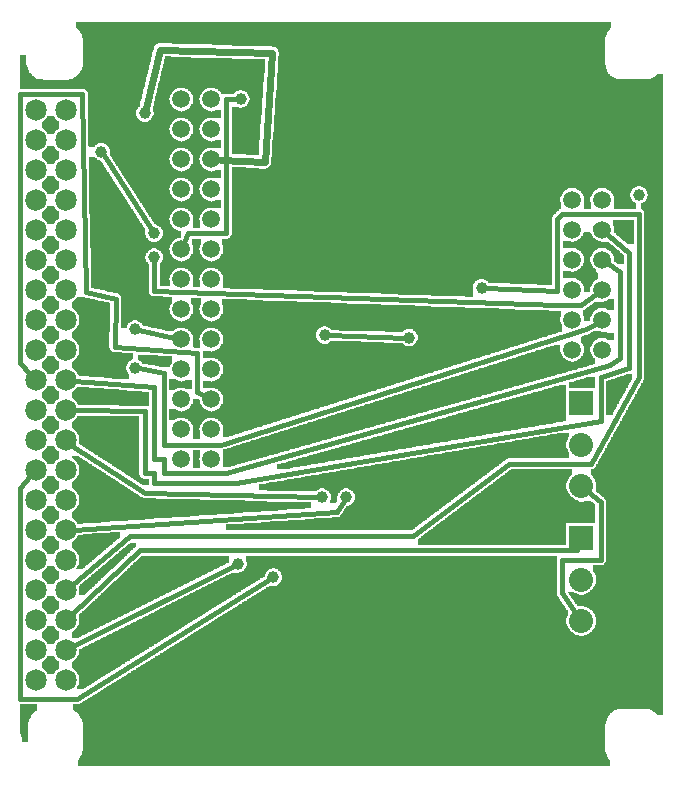
<source format=gtl>
G04 MADE WITH FRITZING*
G04 WWW.FRITZING.ORG*
G04 DOUBLE SIDED*
G04 HOLES PLATED*
G04 CONTOUR ON CENTER OF CONTOUR VECTOR*
%ASAXBY*%
%FSLAX23Y23*%
%MOIN*%
%OFA0B0*%
%SFA1.0B1.0*%
%ADD10C,0.075000*%
%ADD11C,0.039370*%
%ADD12C,0.071889*%
%ADD13C,0.071917*%
%ADD14C,0.059370*%
%ADD15C,0.080000*%
%ADD16R,0.080000X0.080000*%
%ADD17C,0.016000*%
%ADD18C,0.024000*%
%LNCOPPER1*%
G90*
G70*
G54D10*
X283Y1479D03*
X1783Y1236D03*
X308Y1137D03*
X1554Y1053D03*
X294Y960D03*
X1693Y977D03*
X446Y668D03*
X953Y2453D03*
G54D11*
X312Y2087D03*
X488Y1815D03*
X488Y1735D03*
X424Y1367D03*
X766Y713D03*
X885Y669D03*
X424Y1495D03*
X184Y1127D03*
X1048Y935D03*
X1579Y1634D03*
X1128Y935D03*
X776Y2263D03*
X2104Y1943D03*
X456Y2215D03*
X1056Y1475D03*
X1337Y1468D03*
G54D12*
X193Y326D03*
X193Y426D03*
X193Y526D03*
X193Y626D03*
G54D13*
X193Y726D03*
G54D12*
X193Y826D03*
X193Y926D03*
X193Y1026D03*
X193Y1126D03*
G54D13*
X193Y1226D03*
G54D12*
X193Y1326D03*
G54D13*
X193Y1426D03*
G54D12*
X193Y1526D03*
X193Y1626D03*
X193Y1726D03*
X193Y1826D03*
G54D13*
X193Y1926D03*
G54D12*
X193Y2026D03*
X193Y2126D03*
X193Y2226D03*
X93Y2226D03*
X93Y2126D03*
X93Y2026D03*
G54D13*
X93Y1926D03*
G54D12*
X93Y1826D03*
X93Y1726D03*
X93Y1626D03*
X93Y1526D03*
G54D13*
X93Y1426D03*
G54D12*
X93Y1326D03*
G54D13*
X93Y1226D03*
G54D12*
X93Y1126D03*
X93Y1026D03*
X93Y926D03*
X93Y826D03*
G54D13*
X93Y726D03*
G54D12*
X93Y626D03*
X93Y526D03*
X93Y426D03*
X93Y326D03*
G54D14*
X1982Y1427D03*
X1982Y1527D03*
X1982Y1627D03*
X1982Y1727D03*
X1982Y1827D03*
X1982Y1927D03*
X1982Y1427D03*
X1982Y1527D03*
X1982Y1627D03*
X1982Y1727D03*
X1982Y1827D03*
X1982Y1927D03*
X1882Y1927D03*
X1882Y1827D03*
X1882Y1727D03*
X1882Y1627D03*
X1882Y1527D03*
X1882Y1427D03*
X578Y2262D03*
X578Y2162D03*
X578Y2062D03*
X578Y1962D03*
X578Y1862D03*
X578Y1762D03*
X578Y1662D03*
X578Y1562D03*
X578Y1462D03*
X578Y1362D03*
X578Y1262D03*
X578Y1162D03*
X578Y1062D03*
X578Y2262D03*
X578Y2162D03*
X578Y2062D03*
X578Y1962D03*
X578Y1862D03*
X578Y1762D03*
X578Y1662D03*
X578Y1562D03*
X578Y1462D03*
X578Y1362D03*
X578Y1262D03*
X578Y1162D03*
X578Y1062D03*
X678Y1062D03*
X678Y1162D03*
X678Y1262D03*
X678Y1362D03*
X678Y1462D03*
X678Y1562D03*
X678Y1662D03*
X678Y1762D03*
X678Y1862D03*
X678Y1962D03*
X678Y2062D03*
X678Y2162D03*
X678Y2262D03*
G54D15*
X1912Y799D03*
X1912Y661D03*
X1912Y523D03*
X1912Y1249D03*
X1912Y1111D03*
X1912Y973D03*
G54D16*
X1912Y799D03*
X1912Y1249D03*
G54D17*
X360Y1598D02*
X356Y1438D01*
D02*
X260Y1620D02*
X360Y1598D01*
D02*
X356Y1438D02*
X632Y1415D01*
D02*
X248Y2279D02*
X260Y1620D01*
D02*
X40Y2279D02*
X248Y2279D01*
D02*
X40Y1383D02*
X40Y2279D01*
D02*
X74Y1346D02*
X40Y1383D01*
D02*
X632Y1287D02*
X656Y1274D01*
D02*
X632Y1415D02*
X632Y1287D01*
D02*
X213Y545D02*
X440Y759D01*
D02*
X319Y2076D02*
X481Y1827D01*
D02*
X1896Y759D02*
X1902Y775D01*
D02*
X440Y759D02*
X1896Y759D01*
D02*
X1832Y1575D02*
X1912Y1575D01*
D02*
X488Y1623D02*
X1832Y1575D01*
D02*
X488Y1722D02*
X488Y1623D01*
D02*
X1912Y1575D02*
X1962Y1612D01*
D02*
X520Y1351D02*
X520Y1111D01*
D02*
X437Y1365D02*
X520Y1351D01*
D02*
X712Y1111D02*
X1928Y1495D01*
D02*
X520Y1111D02*
X712Y1111D01*
D02*
X220Y1324D02*
X488Y1303D01*
D02*
X1928Y1495D02*
X1960Y1514D01*
D02*
X728Y1015D02*
X2008Y1375D01*
D02*
X520Y1015D02*
X728Y1015D01*
D02*
X520Y1063D02*
X520Y1015D01*
D02*
X488Y1063D02*
X520Y1063D01*
D02*
X488Y1303D02*
X488Y1063D01*
D02*
X2040Y1687D02*
X2003Y1713D01*
D02*
X2040Y1399D02*
X2040Y1687D01*
D02*
X2008Y1375D02*
X2040Y1399D01*
D02*
X456Y1015D02*
X488Y1015D01*
D02*
X456Y1223D02*
X456Y1015D01*
D02*
X221Y1226D02*
X456Y1223D01*
D02*
X760Y983D02*
X1976Y1191D01*
D02*
X488Y983D02*
X760Y983D01*
D02*
X488Y1015D02*
X488Y983D01*
D02*
X2072Y1751D02*
X2001Y1811D01*
D02*
X2072Y1367D02*
X2072Y1751D01*
D02*
X1976Y1335D02*
X2072Y1367D01*
D02*
X1976Y1191D02*
X1976Y1335D01*
D02*
X74Y1006D02*
X40Y967D01*
D02*
X218Y439D02*
X754Y707D01*
D02*
X232Y263D02*
X874Y662D01*
D02*
X40Y263D02*
X232Y263D01*
D02*
X40Y967D02*
X40Y263D01*
D02*
X1897Y544D02*
X1848Y615D01*
D02*
X1976Y919D02*
X1931Y957D01*
D02*
X1976Y727D02*
X1976Y919D01*
D02*
X1848Y727D02*
X1976Y727D01*
D02*
X1848Y615D02*
X1848Y727D01*
D02*
X554Y1467D02*
X437Y1492D01*
D02*
X456Y951D02*
X1035Y936D01*
D02*
X195Y1120D02*
X456Y951D01*
D02*
X165Y1129D02*
X184Y1127D01*
D02*
X1352Y807D02*
X1672Y1047D01*
D02*
X408Y807D02*
X1352Y807D01*
D02*
X214Y644D02*
X408Y807D01*
D02*
X1944Y1047D02*
X2104Y1335D01*
D02*
X1672Y1047D02*
X1944Y1047D01*
D02*
X1832Y1863D02*
X1832Y1623D01*
D02*
X1848Y1879D02*
X1832Y1863D01*
D02*
X2104Y1879D02*
X1848Y1879D01*
D02*
X2104Y1335D02*
X2104Y1879D01*
D02*
X1832Y1623D02*
X1593Y1634D01*
D02*
X1096Y887D02*
X1121Y924D01*
D02*
X220Y828D02*
X1096Y887D01*
D02*
X728Y2263D02*
X728Y1815D01*
D02*
X763Y2263D02*
X728Y2263D01*
D02*
X600Y1815D02*
X588Y1785D01*
D02*
X728Y1815D02*
X600Y1815D01*
D02*
X1324Y1468D02*
X1069Y1475D01*
G54D18*
D02*
X856Y2053D02*
X882Y2416D01*
D02*
X882Y2416D02*
X508Y2427D01*
D02*
X508Y2427D02*
X460Y2234D01*
D02*
X709Y2060D02*
X856Y2053D01*
D02*
X1982Y1719D02*
X1982Y1727D01*
D02*
X1960Y1835D02*
X1982Y1827D01*
D02*
X1985Y1525D02*
X1982Y1527D01*
D02*
X1912Y963D02*
X1912Y973D01*
D02*
X1904Y1233D02*
X1912Y1249D01*
D02*
X1876Y1838D02*
X1882Y1827D01*
G36*
X132Y2205D02*
X132Y2203D01*
X130Y2203D01*
X130Y2199D01*
X128Y2199D01*
X128Y2197D01*
X126Y2197D01*
X126Y2195D01*
X124Y2195D01*
X124Y2193D01*
X122Y2193D01*
X122Y2191D01*
X120Y2191D01*
X120Y2189D01*
X116Y2189D01*
X116Y2187D01*
X114Y2187D01*
X114Y2165D01*
X116Y2165D01*
X116Y2163D01*
X120Y2163D01*
X120Y2161D01*
X122Y2161D01*
X122Y2159D01*
X124Y2159D01*
X124Y2157D01*
X126Y2157D01*
X126Y2155D01*
X128Y2155D01*
X128Y2153D01*
X130Y2153D01*
X130Y2149D01*
X132Y2149D01*
X132Y2147D01*
X154Y2147D01*
X154Y2149D01*
X156Y2149D01*
X156Y2153D01*
X158Y2153D01*
X158Y2155D01*
X160Y2155D01*
X160Y2157D01*
X162Y2157D01*
X162Y2159D01*
X164Y2159D01*
X164Y2161D01*
X166Y2161D01*
X166Y2163D01*
X170Y2163D01*
X170Y2165D01*
X172Y2165D01*
X172Y2187D01*
X170Y2187D01*
X170Y2189D01*
X166Y2189D01*
X166Y2191D01*
X164Y2191D01*
X164Y2193D01*
X162Y2193D01*
X162Y2195D01*
X160Y2195D01*
X160Y2197D01*
X158Y2197D01*
X158Y2199D01*
X156Y2199D01*
X156Y2203D01*
X154Y2203D01*
X154Y2205D01*
X132Y2205D01*
G37*
D02*
G36*
X132Y2105D02*
X132Y2103D01*
X130Y2103D01*
X130Y2099D01*
X128Y2099D01*
X128Y2097D01*
X126Y2097D01*
X126Y2095D01*
X124Y2095D01*
X124Y2093D01*
X122Y2093D01*
X122Y2091D01*
X120Y2091D01*
X120Y2089D01*
X116Y2089D01*
X116Y2087D01*
X114Y2087D01*
X114Y2065D01*
X116Y2065D01*
X116Y2063D01*
X120Y2063D01*
X120Y2061D01*
X122Y2061D01*
X122Y2059D01*
X124Y2059D01*
X124Y2057D01*
X126Y2057D01*
X126Y2055D01*
X128Y2055D01*
X128Y2053D01*
X130Y2053D01*
X130Y2049D01*
X132Y2049D01*
X132Y2047D01*
X154Y2047D01*
X154Y2049D01*
X156Y2049D01*
X156Y2053D01*
X158Y2053D01*
X158Y2055D01*
X160Y2055D01*
X160Y2057D01*
X162Y2057D01*
X162Y2059D01*
X164Y2059D01*
X164Y2061D01*
X166Y2061D01*
X166Y2063D01*
X170Y2063D01*
X170Y2065D01*
X172Y2065D01*
X172Y2087D01*
X170Y2087D01*
X170Y2089D01*
X166Y2089D01*
X166Y2091D01*
X164Y2091D01*
X164Y2093D01*
X162Y2093D01*
X162Y2095D01*
X160Y2095D01*
X160Y2097D01*
X158Y2097D01*
X158Y2099D01*
X156Y2099D01*
X156Y2103D01*
X154Y2103D01*
X154Y2105D01*
X132Y2105D01*
G37*
D02*
G36*
X132Y2005D02*
X132Y2003D01*
X130Y2003D01*
X130Y1999D01*
X128Y1999D01*
X128Y1997D01*
X126Y1997D01*
X126Y1995D01*
X124Y1995D01*
X124Y1993D01*
X122Y1993D01*
X122Y1991D01*
X120Y1991D01*
X120Y1989D01*
X116Y1989D01*
X116Y1987D01*
X114Y1987D01*
X114Y1965D01*
X116Y1965D01*
X116Y1963D01*
X120Y1963D01*
X120Y1961D01*
X122Y1961D01*
X122Y1959D01*
X124Y1959D01*
X124Y1957D01*
X126Y1957D01*
X126Y1955D01*
X128Y1955D01*
X128Y1953D01*
X130Y1953D01*
X130Y1949D01*
X132Y1949D01*
X132Y1947D01*
X154Y1947D01*
X154Y1949D01*
X156Y1949D01*
X156Y1953D01*
X158Y1953D01*
X158Y1955D01*
X160Y1955D01*
X160Y1957D01*
X162Y1957D01*
X162Y1959D01*
X164Y1959D01*
X164Y1961D01*
X166Y1961D01*
X166Y1963D01*
X170Y1963D01*
X170Y1965D01*
X172Y1965D01*
X172Y1987D01*
X170Y1987D01*
X170Y1989D01*
X166Y1989D01*
X166Y1991D01*
X164Y1991D01*
X164Y1993D01*
X162Y1993D01*
X162Y1995D01*
X160Y1995D01*
X160Y1997D01*
X158Y1997D01*
X158Y1999D01*
X156Y1999D01*
X156Y2003D01*
X154Y2003D01*
X154Y2005D01*
X132Y2005D01*
G37*
D02*
G36*
X132Y1905D02*
X132Y1903D01*
X130Y1903D01*
X130Y1899D01*
X128Y1899D01*
X128Y1897D01*
X126Y1897D01*
X126Y1895D01*
X124Y1895D01*
X124Y1893D01*
X122Y1893D01*
X122Y1891D01*
X120Y1891D01*
X120Y1889D01*
X116Y1889D01*
X116Y1887D01*
X114Y1887D01*
X114Y1865D01*
X116Y1865D01*
X116Y1863D01*
X120Y1863D01*
X120Y1861D01*
X122Y1861D01*
X122Y1859D01*
X124Y1859D01*
X124Y1857D01*
X126Y1857D01*
X126Y1855D01*
X128Y1855D01*
X128Y1853D01*
X130Y1853D01*
X130Y1849D01*
X132Y1849D01*
X132Y1847D01*
X154Y1847D01*
X154Y1849D01*
X156Y1849D01*
X156Y1853D01*
X158Y1853D01*
X158Y1855D01*
X160Y1855D01*
X160Y1857D01*
X162Y1857D01*
X162Y1859D01*
X164Y1859D01*
X164Y1861D01*
X166Y1861D01*
X166Y1863D01*
X170Y1863D01*
X170Y1865D01*
X172Y1865D01*
X172Y1887D01*
X170Y1887D01*
X170Y1889D01*
X166Y1889D01*
X166Y1891D01*
X164Y1891D01*
X164Y1893D01*
X162Y1893D01*
X162Y1895D01*
X160Y1895D01*
X160Y1897D01*
X158Y1897D01*
X158Y1899D01*
X156Y1899D01*
X156Y1903D01*
X154Y1903D01*
X154Y1905D01*
X132Y1905D01*
G37*
D02*
G36*
X2018Y1861D02*
X2018Y1839D01*
X2020Y1839D01*
X2020Y1833D01*
X2022Y1833D01*
X2022Y1815D01*
X2026Y1815D01*
X2026Y1813D01*
X2028Y1813D01*
X2028Y1811D01*
X2030Y1811D01*
X2030Y1809D01*
X2032Y1809D01*
X2032Y1807D01*
X2034Y1807D01*
X2034Y1805D01*
X2038Y1805D01*
X2038Y1803D01*
X2040Y1803D01*
X2040Y1801D01*
X2042Y1801D01*
X2042Y1799D01*
X2044Y1799D01*
X2044Y1797D01*
X2046Y1797D01*
X2046Y1795D01*
X2048Y1795D01*
X2048Y1793D01*
X2052Y1793D01*
X2052Y1791D01*
X2054Y1791D01*
X2054Y1789D01*
X2056Y1789D01*
X2056Y1787D01*
X2058Y1787D01*
X2058Y1785D01*
X2060Y1785D01*
X2060Y1783D01*
X2064Y1783D01*
X2064Y1781D01*
X2066Y1781D01*
X2066Y1779D01*
X2086Y1779D01*
X2086Y1861D01*
X2018Y1861D01*
G37*
D02*
G36*
X132Y1805D02*
X132Y1803D01*
X130Y1803D01*
X130Y1799D01*
X128Y1799D01*
X128Y1797D01*
X126Y1797D01*
X126Y1795D01*
X124Y1795D01*
X124Y1793D01*
X122Y1793D01*
X122Y1791D01*
X120Y1791D01*
X120Y1789D01*
X116Y1789D01*
X116Y1787D01*
X114Y1787D01*
X114Y1765D01*
X116Y1765D01*
X116Y1763D01*
X120Y1763D01*
X120Y1761D01*
X122Y1761D01*
X122Y1759D01*
X124Y1759D01*
X124Y1757D01*
X126Y1757D01*
X126Y1755D01*
X128Y1755D01*
X128Y1753D01*
X130Y1753D01*
X130Y1749D01*
X132Y1749D01*
X132Y1747D01*
X154Y1747D01*
X154Y1749D01*
X156Y1749D01*
X156Y1753D01*
X158Y1753D01*
X158Y1755D01*
X160Y1755D01*
X160Y1757D01*
X162Y1757D01*
X162Y1759D01*
X164Y1759D01*
X164Y1761D01*
X166Y1761D01*
X166Y1763D01*
X170Y1763D01*
X170Y1765D01*
X172Y1765D01*
X172Y1787D01*
X170Y1787D01*
X170Y1789D01*
X166Y1789D01*
X166Y1791D01*
X164Y1791D01*
X164Y1793D01*
X162Y1793D01*
X162Y1795D01*
X160Y1795D01*
X160Y1797D01*
X158Y1797D01*
X158Y1799D01*
X156Y1799D01*
X156Y1803D01*
X154Y1803D01*
X154Y1805D01*
X132Y1805D01*
G37*
D02*
G36*
X132Y1705D02*
X132Y1703D01*
X130Y1703D01*
X130Y1699D01*
X128Y1699D01*
X128Y1697D01*
X126Y1697D01*
X126Y1695D01*
X124Y1695D01*
X124Y1693D01*
X122Y1693D01*
X122Y1691D01*
X120Y1691D01*
X120Y1689D01*
X116Y1689D01*
X116Y1687D01*
X114Y1687D01*
X114Y1665D01*
X116Y1665D01*
X116Y1663D01*
X120Y1663D01*
X120Y1661D01*
X122Y1661D01*
X122Y1659D01*
X124Y1659D01*
X124Y1657D01*
X126Y1657D01*
X126Y1655D01*
X128Y1655D01*
X128Y1653D01*
X130Y1653D01*
X130Y1649D01*
X132Y1649D01*
X132Y1647D01*
X154Y1647D01*
X154Y1649D01*
X156Y1649D01*
X156Y1653D01*
X158Y1653D01*
X158Y1655D01*
X160Y1655D01*
X160Y1657D01*
X162Y1657D01*
X162Y1659D01*
X164Y1659D01*
X164Y1661D01*
X166Y1661D01*
X166Y1663D01*
X170Y1663D01*
X170Y1665D01*
X172Y1665D01*
X172Y1687D01*
X170Y1687D01*
X170Y1689D01*
X166Y1689D01*
X166Y1691D01*
X164Y1691D01*
X164Y1693D01*
X162Y1693D01*
X162Y1695D01*
X160Y1695D01*
X160Y1697D01*
X158Y1697D01*
X158Y1699D01*
X156Y1699D01*
X156Y1703D01*
X154Y1703D01*
X154Y1705D01*
X132Y1705D01*
G37*
D02*
G36*
X1920Y1819D02*
X1920Y1815D01*
X1918Y1815D01*
X1918Y1811D01*
X1916Y1811D01*
X1916Y1807D01*
X1914Y1807D01*
X1914Y1805D01*
X1912Y1805D01*
X1912Y1803D01*
X1910Y1803D01*
X1910Y1799D01*
X1906Y1799D01*
X1906Y1797D01*
X1904Y1797D01*
X1904Y1795D01*
X1902Y1795D01*
X1902Y1793D01*
X1898Y1793D01*
X1898Y1791D01*
X1894Y1791D01*
X1894Y1789D01*
X1888Y1789D01*
X1888Y1787D01*
X1976Y1787D01*
X1976Y1789D01*
X1970Y1789D01*
X1970Y1791D01*
X1966Y1791D01*
X1966Y1793D01*
X1962Y1793D01*
X1962Y1795D01*
X1960Y1795D01*
X1960Y1797D01*
X1956Y1797D01*
X1956Y1799D01*
X1954Y1799D01*
X1954Y1801D01*
X1952Y1801D01*
X1952Y1803D01*
X1950Y1803D01*
X1950Y1807D01*
X1948Y1807D01*
X1948Y1809D01*
X1946Y1809D01*
X1946Y1813D01*
X1944Y1813D01*
X1944Y1817D01*
X1942Y1817D01*
X1942Y1819D01*
X1920Y1819D01*
G37*
D02*
G36*
X1850Y1791D02*
X1850Y1787D01*
X1876Y1787D01*
X1876Y1789D01*
X1870Y1789D01*
X1870Y1791D01*
X1850Y1791D01*
G37*
D02*
G36*
X1850Y1787D02*
X1850Y1785D01*
X2002Y1785D01*
X2002Y1787D01*
X1850Y1787D01*
G37*
D02*
G36*
X1850Y1787D02*
X1850Y1785D01*
X2002Y1785D01*
X2002Y1787D01*
X1850Y1787D01*
G37*
D02*
G36*
X1850Y1785D02*
X1850Y1767D01*
X1988Y1767D01*
X1988Y1765D01*
X1994Y1765D01*
X1994Y1763D01*
X1998Y1763D01*
X1998Y1761D01*
X2002Y1761D01*
X2002Y1759D01*
X2004Y1759D01*
X2004Y1757D01*
X2008Y1757D01*
X2008Y1755D01*
X2010Y1755D01*
X2010Y1753D01*
X2012Y1753D01*
X2012Y1749D01*
X2014Y1749D01*
X2014Y1747D01*
X2016Y1747D01*
X2016Y1743D01*
X2018Y1743D01*
X2018Y1739D01*
X2020Y1739D01*
X2020Y1733D01*
X2022Y1733D01*
X2022Y1721D01*
X2024Y1721D01*
X2024Y1719D01*
X2026Y1719D01*
X2026Y1717D01*
X2030Y1717D01*
X2030Y1715D01*
X2032Y1715D01*
X2032Y1713D01*
X2054Y1713D01*
X2054Y1743D01*
X2052Y1743D01*
X2052Y1745D01*
X2050Y1745D01*
X2050Y1747D01*
X2048Y1747D01*
X2048Y1749D01*
X2046Y1749D01*
X2046Y1751D01*
X2042Y1751D01*
X2042Y1753D01*
X2040Y1753D01*
X2040Y1755D01*
X2038Y1755D01*
X2038Y1757D01*
X2036Y1757D01*
X2036Y1759D01*
X2034Y1759D01*
X2034Y1761D01*
X2032Y1761D01*
X2032Y1763D01*
X2028Y1763D01*
X2028Y1765D01*
X2026Y1765D01*
X2026Y1767D01*
X2024Y1767D01*
X2024Y1769D01*
X2022Y1769D01*
X2022Y1771D01*
X2020Y1771D01*
X2020Y1773D01*
X2016Y1773D01*
X2016Y1775D01*
X2014Y1775D01*
X2014Y1777D01*
X2012Y1777D01*
X2012Y1779D01*
X2010Y1779D01*
X2010Y1781D01*
X2008Y1781D01*
X2008Y1783D01*
X2004Y1783D01*
X2004Y1785D01*
X1850Y1785D01*
G37*
D02*
G36*
X1850Y1767D02*
X1850Y1765D01*
X1874Y1765D01*
X1874Y1767D01*
X1850Y1767D01*
G37*
D02*
G36*
X1888Y1767D02*
X1888Y1765D01*
X1894Y1765D01*
X1894Y1763D01*
X1898Y1763D01*
X1898Y1761D01*
X1902Y1761D01*
X1902Y1759D01*
X1904Y1759D01*
X1904Y1757D01*
X1908Y1757D01*
X1908Y1755D01*
X1910Y1755D01*
X1910Y1753D01*
X1912Y1753D01*
X1912Y1749D01*
X1914Y1749D01*
X1914Y1747D01*
X1916Y1747D01*
X1916Y1743D01*
X1918Y1743D01*
X1918Y1739D01*
X1920Y1739D01*
X1920Y1733D01*
X1922Y1733D01*
X1922Y1721D01*
X1920Y1721D01*
X1920Y1715D01*
X1918Y1715D01*
X1918Y1711D01*
X1916Y1711D01*
X1916Y1707D01*
X1914Y1707D01*
X1914Y1705D01*
X1912Y1705D01*
X1912Y1703D01*
X1910Y1703D01*
X1910Y1699D01*
X1906Y1699D01*
X1906Y1697D01*
X1904Y1697D01*
X1904Y1695D01*
X1902Y1695D01*
X1902Y1693D01*
X1898Y1693D01*
X1898Y1691D01*
X1894Y1691D01*
X1894Y1689D01*
X1888Y1689D01*
X1888Y1687D01*
X1962Y1687D01*
X1962Y1689D01*
X1960Y1689D01*
X1960Y1697D01*
X1956Y1697D01*
X1956Y1699D01*
X1954Y1699D01*
X1954Y1701D01*
X1952Y1701D01*
X1952Y1703D01*
X1950Y1703D01*
X1950Y1707D01*
X1948Y1707D01*
X1948Y1709D01*
X1946Y1709D01*
X1946Y1713D01*
X1944Y1713D01*
X1944Y1719D01*
X1942Y1719D01*
X1942Y1735D01*
X1944Y1735D01*
X1944Y1741D01*
X1946Y1741D01*
X1946Y1745D01*
X1948Y1745D01*
X1948Y1747D01*
X1950Y1747D01*
X1950Y1751D01*
X1952Y1751D01*
X1952Y1753D01*
X1954Y1753D01*
X1954Y1755D01*
X1956Y1755D01*
X1956Y1757D01*
X1958Y1757D01*
X1958Y1759D01*
X1962Y1759D01*
X1962Y1761D01*
X1964Y1761D01*
X1964Y1763D01*
X1968Y1763D01*
X1968Y1765D01*
X1974Y1765D01*
X1974Y1767D01*
X1888Y1767D01*
G37*
D02*
G36*
X1850Y1691D02*
X1850Y1687D01*
X1876Y1687D01*
X1876Y1689D01*
X1870Y1689D01*
X1870Y1691D01*
X1850Y1691D01*
G37*
D02*
G36*
X1850Y1687D02*
X1850Y1685D01*
X1962Y1685D01*
X1962Y1687D01*
X1850Y1687D01*
G37*
D02*
G36*
X1850Y1687D02*
X1850Y1685D01*
X1962Y1685D01*
X1962Y1687D01*
X1850Y1687D01*
G37*
D02*
G36*
X1850Y1685D02*
X1850Y1667D01*
X1888Y1667D01*
X1888Y1665D01*
X1894Y1665D01*
X1894Y1663D01*
X1898Y1663D01*
X1898Y1661D01*
X1902Y1661D01*
X1902Y1659D01*
X1904Y1659D01*
X1904Y1657D01*
X1908Y1657D01*
X1908Y1655D01*
X1910Y1655D01*
X1910Y1653D01*
X1912Y1653D01*
X1912Y1649D01*
X1914Y1649D01*
X1914Y1647D01*
X1916Y1647D01*
X1916Y1643D01*
X1918Y1643D01*
X1918Y1639D01*
X1920Y1639D01*
X1920Y1633D01*
X1922Y1633D01*
X1922Y1619D01*
X1942Y1619D01*
X1942Y1635D01*
X1944Y1635D01*
X1944Y1641D01*
X1946Y1641D01*
X1946Y1645D01*
X1948Y1645D01*
X1948Y1647D01*
X1950Y1647D01*
X1950Y1651D01*
X1952Y1651D01*
X1952Y1653D01*
X1954Y1653D01*
X1954Y1655D01*
X1956Y1655D01*
X1956Y1657D01*
X1958Y1657D01*
X1958Y1659D01*
X1962Y1659D01*
X1962Y1661D01*
X1964Y1661D01*
X1964Y1663D01*
X1966Y1663D01*
X1966Y1683D01*
X1964Y1683D01*
X1964Y1685D01*
X1850Y1685D01*
G37*
D02*
G36*
X1850Y1667D02*
X1850Y1665D01*
X1874Y1665D01*
X1874Y1667D01*
X1850Y1667D01*
G37*
D02*
G36*
X132Y1605D02*
X132Y1603D01*
X130Y1603D01*
X130Y1599D01*
X128Y1599D01*
X128Y1597D01*
X126Y1597D01*
X126Y1595D01*
X124Y1595D01*
X124Y1593D01*
X122Y1593D01*
X122Y1591D01*
X120Y1591D01*
X120Y1589D01*
X116Y1589D01*
X116Y1587D01*
X114Y1587D01*
X114Y1565D01*
X116Y1565D01*
X116Y1563D01*
X120Y1563D01*
X120Y1561D01*
X122Y1561D01*
X122Y1559D01*
X124Y1559D01*
X124Y1557D01*
X126Y1557D01*
X126Y1555D01*
X128Y1555D01*
X128Y1553D01*
X130Y1553D01*
X130Y1549D01*
X132Y1549D01*
X132Y1547D01*
X154Y1547D01*
X154Y1549D01*
X156Y1549D01*
X156Y1553D01*
X158Y1553D01*
X158Y1555D01*
X160Y1555D01*
X160Y1557D01*
X162Y1557D01*
X162Y1559D01*
X164Y1559D01*
X164Y1561D01*
X166Y1561D01*
X166Y1563D01*
X170Y1563D01*
X170Y1565D01*
X172Y1565D01*
X172Y1587D01*
X170Y1587D01*
X170Y1589D01*
X166Y1589D01*
X166Y1591D01*
X164Y1591D01*
X164Y1593D01*
X162Y1593D01*
X162Y1595D01*
X160Y1595D01*
X160Y1597D01*
X158Y1597D01*
X158Y1599D01*
X156Y1599D01*
X156Y1603D01*
X154Y1603D01*
X154Y1605D01*
X132Y1605D01*
G37*
D02*
G36*
X230Y1603D02*
X230Y1599D01*
X228Y1599D01*
X228Y1597D01*
X226Y1597D01*
X226Y1595D01*
X224Y1595D01*
X224Y1593D01*
X222Y1593D01*
X222Y1591D01*
X220Y1591D01*
X220Y1589D01*
X216Y1589D01*
X216Y1587D01*
X214Y1587D01*
X214Y1565D01*
X216Y1565D01*
X216Y1563D01*
X220Y1563D01*
X220Y1561D01*
X222Y1561D01*
X222Y1559D01*
X224Y1559D01*
X224Y1557D01*
X226Y1557D01*
X226Y1555D01*
X228Y1555D01*
X228Y1553D01*
X230Y1553D01*
X230Y1549D01*
X232Y1549D01*
X232Y1547D01*
X234Y1547D01*
X234Y1543D01*
X236Y1543D01*
X236Y1537D01*
X238Y1537D01*
X238Y1515D01*
X236Y1515D01*
X236Y1509D01*
X234Y1509D01*
X234Y1505D01*
X232Y1505D01*
X232Y1503D01*
X230Y1503D01*
X230Y1499D01*
X228Y1499D01*
X228Y1497D01*
X226Y1497D01*
X226Y1495D01*
X224Y1495D01*
X224Y1493D01*
X222Y1493D01*
X222Y1491D01*
X220Y1491D01*
X220Y1489D01*
X216Y1489D01*
X216Y1487D01*
X214Y1487D01*
X214Y1465D01*
X216Y1465D01*
X216Y1463D01*
X220Y1463D01*
X220Y1461D01*
X222Y1461D01*
X222Y1459D01*
X224Y1459D01*
X224Y1457D01*
X226Y1457D01*
X226Y1455D01*
X228Y1455D01*
X228Y1453D01*
X230Y1453D01*
X230Y1449D01*
X232Y1449D01*
X232Y1447D01*
X234Y1447D01*
X234Y1443D01*
X236Y1443D01*
X236Y1437D01*
X238Y1437D01*
X238Y1415D01*
X236Y1415D01*
X236Y1409D01*
X234Y1409D01*
X234Y1405D01*
X232Y1405D01*
X232Y1403D01*
X230Y1403D01*
X230Y1399D01*
X228Y1399D01*
X228Y1397D01*
X226Y1397D01*
X226Y1395D01*
X224Y1395D01*
X224Y1393D01*
X222Y1393D01*
X222Y1391D01*
X220Y1391D01*
X220Y1389D01*
X216Y1389D01*
X216Y1387D01*
X214Y1387D01*
X214Y1365D01*
X216Y1365D01*
X216Y1363D01*
X220Y1363D01*
X220Y1361D01*
X222Y1361D01*
X222Y1359D01*
X224Y1359D01*
X224Y1357D01*
X226Y1357D01*
X226Y1355D01*
X228Y1355D01*
X228Y1353D01*
X230Y1353D01*
X230Y1349D01*
X232Y1349D01*
X232Y1347D01*
X234Y1347D01*
X234Y1343D01*
X236Y1343D01*
X236Y1341D01*
X246Y1341D01*
X246Y1339D01*
X270Y1339D01*
X270Y1337D01*
X296Y1337D01*
X296Y1335D01*
X322Y1335D01*
X322Y1333D01*
X348Y1333D01*
X348Y1331D01*
X374Y1331D01*
X374Y1329D01*
X404Y1329D01*
X404Y1347D01*
X402Y1347D01*
X402Y1351D01*
X400Y1351D01*
X400Y1353D01*
X398Y1353D01*
X398Y1357D01*
X396Y1357D01*
X396Y1361D01*
X394Y1361D01*
X394Y1373D01*
X396Y1373D01*
X396Y1377D01*
X398Y1377D01*
X398Y1381D01*
X400Y1381D01*
X400Y1383D01*
X402Y1383D01*
X402Y1387D01*
X404Y1387D01*
X404Y1389D01*
X408Y1389D01*
X408Y1391D01*
X410Y1391D01*
X410Y1393D01*
X414Y1393D01*
X414Y1395D01*
X418Y1395D01*
X418Y1415D01*
X406Y1415D01*
X406Y1417D01*
X382Y1417D01*
X382Y1419D01*
X358Y1419D01*
X358Y1421D01*
X348Y1421D01*
X348Y1423D01*
X344Y1423D01*
X344Y1425D01*
X342Y1425D01*
X342Y1429D01*
X340Y1429D01*
X340Y1433D01*
X338Y1433D01*
X338Y1487D01*
X340Y1487D01*
X340Y1583D01*
X338Y1583D01*
X338Y1585D01*
X328Y1585D01*
X328Y1587D01*
X320Y1587D01*
X320Y1589D01*
X310Y1589D01*
X310Y1591D01*
X302Y1591D01*
X302Y1593D01*
X292Y1593D01*
X292Y1595D01*
X284Y1595D01*
X284Y1597D01*
X274Y1597D01*
X274Y1599D01*
X266Y1599D01*
X266Y1601D01*
X256Y1601D01*
X256Y1603D01*
X230Y1603D01*
G37*
D02*
G36*
X2002Y1595D02*
X2002Y1593D01*
X1998Y1593D01*
X1998Y1591D01*
X1994Y1591D01*
X1994Y1589D01*
X1988Y1589D01*
X1988Y1587D01*
X1956Y1587D01*
X1956Y1585D01*
X1954Y1585D01*
X1954Y1583D01*
X1952Y1583D01*
X1952Y1581D01*
X1948Y1581D01*
X1948Y1579D01*
X1946Y1579D01*
X1946Y1577D01*
X1944Y1577D01*
X1944Y1575D01*
X1940Y1575D01*
X1940Y1573D01*
X1938Y1573D01*
X1938Y1571D01*
X1936Y1571D01*
X1936Y1569D01*
X1932Y1569D01*
X1932Y1567D01*
X1988Y1567D01*
X1988Y1565D01*
X1994Y1565D01*
X1994Y1563D01*
X1998Y1563D01*
X1998Y1561D01*
X2002Y1561D01*
X2002Y1559D01*
X2022Y1559D01*
X2022Y1595D01*
X2002Y1595D01*
G37*
D02*
G36*
X1930Y1567D02*
X1930Y1565D01*
X1928Y1565D01*
X1928Y1563D01*
X1924Y1563D01*
X1924Y1561D01*
X1922Y1561D01*
X1922Y1559D01*
X1918Y1559D01*
X1918Y1539D01*
X1920Y1539D01*
X1920Y1533D01*
X1922Y1533D01*
X1922Y1523D01*
X1942Y1523D01*
X1942Y1535D01*
X1944Y1535D01*
X1944Y1541D01*
X1946Y1541D01*
X1946Y1545D01*
X1948Y1545D01*
X1948Y1547D01*
X1950Y1547D01*
X1950Y1551D01*
X1952Y1551D01*
X1952Y1553D01*
X1954Y1553D01*
X1954Y1555D01*
X1956Y1555D01*
X1956Y1557D01*
X1958Y1557D01*
X1958Y1559D01*
X1962Y1559D01*
X1962Y1561D01*
X1964Y1561D01*
X1964Y1563D01*
X1968Y1563D01*
X1968Y1565D01*
X1974Y1565D01*
X1974Y1567D01*
X1930Y1567D01*
G37*
D02*
G36*
X132Y1505D02*
X132Y1503D01*
X130Y1503D01*
X130Y1499D01*
X128Y1499D01*
X128Y1497D01*
X126Y1497D01*
X126Y1495D01*
X124Y1495D01*
X124Y1493D01*
X122Y1493D01*
X122Y1491D01*
X120Y1491D01*
X120Y1489D01*
X116Y1489D01*
X116Y1487D01*
X114Y1487D01*
X114Y1465D01*
X116Y1465D01*
X116Y1463D01*
X120Y1463D01*
X120Y1461D01*
X122Y1461D01*
X122Y1459D01*
X124Y1459D01*
X124Y1457D01*
X126Y1457D01*
X126Y1455D01*
X128Y1455D01*
X128Y1453D01*
X130Y1453D01*
X130Y1449D01*
X132Y1449D01*
X132Y1447D01*
X154Y1447D01*
X154Y1449D01*
X156Y1449D01*
X156Y1453D01*
X158Y1453D01*
X158Y1455D01*
X160Y1455D01*
X160Y1457D01*
X162Y1457D01*
X162Y1459D01*
X164Y1459D01*
X164Y1461D01*
X166Y1461D01*
X166Y1463D01*
X170Y1463D01*
X170Y1465D01*
X172Y1465D01*
X172Y1487D01*
X170Y1487D01*
X170Y1489D01*
X166Y1489D01*
X166Y1491D01*
X164Y1491D01*
X164Y1493D01*
X162Y1493D01*
X162Y1495D01*
X160Y1495D01*
X160Y1497D01*
X158Y1497D01*
X158Y1499D01*
X156Y1499D01*
X156Y1503D01*
X154Y1503D01*
X154Y1505D01*
X132Y1505D01*
G37*
D02*
G36*
X1952Y1489D02*
X1952Y1487D01*
X1948Y1487D01*
X1948Y1485D01*
X1944Y1485D01*
X1944Y1483D01*
X1942Y1483D01*
X1942Y1481D01*
X1938Y1481D01*
X1938Y1479D01*
X1934Y1479D01*
X1934Y1477D01*
X1928Y1477D01*
X1928Y1475D01*
X1922Y1475D01*
X1922Y1473D01*
X1914Y1473D01*
X1914Y1471D01*
X1912Y1471D01*
X1912Y1467D01*
X1988Y1467D01*
X1988Y1465D01*
X1994Y1465D01*
X1994Y1463D01*
X1998Y1463D01*
X1998Y1461D01*
X2002Y1461D01*
X2002Y1459D01*
X2022Y1459D01*
X2022Y1483D01*
X1998Y1483D01*
X1998Y1485D01*
X1994Y1485D01*
X1994Y1487D01*
X1976Y1487D01*
X1976Y1489D01*
X1952Y1489D01*
G37*
D02*
G36*
X1912Y1467D02*
X1912Y1449D01*
X1914Y1449D01*
X1914Y1447D01*
X1916Y1447D01*
X1916Y1443D01*
X1918Y1443D01*
X1918Y1439D01*
X1920Y1439D01*
X1920Y1433D01*
X1922Y1433D01*
X1922Y1421D01*
X1920Y1421D01*
X1920Y1415D01*
X1918Y1415D01*
X1918Y1411D01*
X1916Y1411D01*
X1916Y1407D01*
X1914Y1407D01*
X1914Y1405D01*
X1912Y1405D01*
X1912Y1403D01*
X1910Y1403D01*
X1910Y1399D01*
X1906Y1399D01*
X1906Y1397D01*
X1904Y1397D01*
X1904Y1395D01*
X1902Y1395D01*
X1902Y1393D01*
X1898Y1393D01*
X1898Y1391D01*
X1894Y1391D01*
X1894Y1389D01*
X1888Y1389D01*
X1888Y1387D01*
X1956Y1387D01*
X1956Y1399D01*
X1954Y1399D01*
X1954Y1401D01*
X1952Y1401D01*
X1952Y1403D01*
X1950Y1403D01*
X1950Y1407D01*
X1948Y1407D01*
X1948Y1409D01*
X1946Y1409D01*
X1946Y1413D01*
X1944Y1413D01*
X1944Y1419D01*
X1942Y1419D01*
X1942Y1435D01*
X1944Y1435D01*
X1944Y1441D01*
X1946Y1441D01*
X1946Y1445D01*
X1948Y1445D01*
X1948Y1447D01*
X1950Y1447D01*
X1950Y1451D01*
X1952Y1451D01*
X1952Y1453D01*
X1954Y1453D01*
X1954Y1455D01*
X1956Y1455D01*
X1956Y1457D01*
X1958Y1457D01*
X1958Y1459D01*
X1962Y1459D01*
X1962Y1461D01*
X1964Y1461D01*
X1964Y1463D01*
X1968Y1463D01*
X1968Y1465D01*
X1974Y1465D01*
X1974Y1467D01*
X1912Y1467D01*
G37*
D02*
G36*
X1820Y1443D02*
X1820Y1441D01*
X1814Y1441D01*
X1814Y1439D01*
X1808Y1439D01*
X1808Y1437D01*
X1800Y1437D01*
X1800Y1435D01*
X1794Y1435D01*
X1794Y1433D01*
X1788Y1433D01*
X1788Y1431D01*
X1782Y1431D01*
X1782Y1429D01*
X1776Y1429D01*
X1776Y1427D01*
X1770Y1427D01*
X1770Y1425D01*
X1762Y1425D01*
X1762Y1423D01*
X1756Y1423D01*
X1756Y1421D01*
X1750Y1421D01*
X1750Y1419D01*
X1744Y1419D01*
X1744Y1417D01*
X1738Y1417D01*
X1738Y1415D01*
X1732Y1415D01*
X1732Y1413D01*
X1724Y1413D01*
X1724Y1411D01*
X1718Y1411D01*
X1718Y1409D01*
X1712Y1409D01*
X1712Y1407D01*
X1706Y1407D01*
X1706Y1405D01*
X1700Y1405D01*
X1700Y1403D01*
X1694Y1403D01*
X1694Y1401D01*
X1686Y1401D01*
X1686Y1399D01*
X1680Y1399D01*
X1680Y1397D01*
X1674Y1397D01*
X1674Y1395D01*
X1668Y1395D01*
X1668Y1393D01*
X1662Y1393D01*
X1662Y1391D01*
X1656Y1391D01*
X1656Y1389D01*
X1648Y1389D01*
X1648Y1387D01*
X1876Y1387D01*
X1876Y1389D01*
X1870Y1389D01*
X1870Y1391D01*
X1866Y1391D01*
X1866Y1393D01*
X1862Y1393D01*
X1862Y1395D01*
X1860Y1395D01*
X1860Y1397D01*
X1856Y1397D01*
X1856Y1399D01*
X1854Y1399D01*
X1854Y1401D01*
X1852Y1401D01*
X1852Y1403D01*
X1850Y1403D01*
X1850Y1407D01*
X1848Y1407D01*
X1848Y1409D01*
X1846Y1409D01*
X1846Y1413D01*
X1844Y1413D01*
X1844Y1419D01*
X1842Y1419D01*
X1842Y1443D01*
X1820Y1443D01*
G37*
D02*
G36*
X1642Y1387D02*
X1642Y1385D01*
X1956Y1385D01*
X1956Y1387D01*
X1642Y1387D01*
G37*
D02*
G36*
X1642Y1387D02*
X1642Y1385D01*
X1956Y1385D01*
X1956Y1387D01*
X1642Y1387D01*
G37*
D02*
G36*
X1636Y1385D02*
X1636Y1383D01*
X1630Y1383D01*
X1630Y1381D01*
X1624Y1381D01*
X1624Y1379D01*
X1618Y1379D01*
X1618Y1377D01*
X1610Y1377D01*
X1610Y1375D01*
X1604Y1375D01*
X1604Y1373D01*
X1598Y1373D01*
X1598Y1371D01*
X1592Y1371D01*
X1592Y1369D01*
X1586Y1369D01*
X1586Y1367D01*
X1580Y1367D01*
X1580Y1365D01*
X1572Y1365D01*
X1572Y1363D01*
X1566Y1363D01*
X1566Y1361D01*
X1560Y1361D01*
X1560Y1359D01*
X1554Y1359D01*
X1554Y1357D01*
X1548Y1357D01*
X1548Y1355D01*
X1542Y1355D01*
X1542Y1353D01*
X1534Y1353D01*
X1534Y1351D01*
X1528Y1351D01*
X1528Y1349D01*
X1522Y1349D01*
X1522Y1347D01*
X1516Y1347D01*
X1516Y1345D01*
X1510Y1345D01*
X1510Y1343D01*
X1504Y1343D01*
X1504Y1341D01*
X1496Y1341D01*
X1496Y1339D01*
X1490Y1339D01*
X1490Y1337D01*
X1484Y1337D01*
X1484Y1335D01*
X1478Y1335D01*
X1478Y1333D01*
X1472Y1333D01*
X1472Y1331D01*
X1466Y1331D01*
X1466Y1329D01*
X1458Y1329D01*
X1458Y1327D01*
X1452Y1327D01*
X1452Y1325D01*
X1446Y1325D01*
X1446Y1323D01*
X1440Y1323D01*
X1440Y1321D01*
X1434Y1321D01*
X1434Y1319D01*
X1428Y1319D01*
X1428Y1317D01*
X1420Y1317D01*
X1420Y1315D01*
X1414Y1315D01*
X1414Y1313D01*
X1408Y1313D01*
X1408Y1311D01*
X1402Y1311D01*
X1402Y1309D01*
X1396Y1309D01*
X1396Y1307D01*
X1390Y1307D01*
X1390Y1305D01*
X1382Y1305D01*
X1382Y1303D01*
X1376Y1303D01*
X1376Y1301D01*
X1370Y1301D01*
X1370Y1299D01*
X1364Y1299D01*
X1364Y1297D01*
X1358Y1297D01*
X1358Y1295D01*
X1352Y1295D01*
X1352Y1293D01*
X1344Y1293D01*
X1344Y1291D01*
X1338Y1291D01*
X1338Y1289D01*
X1332Y1289D01*
X1332Y1287D01*
X1326Y1287D01*
X1326Y1285D01*
X1320Y1285D01*
X1320Y1283D01*
X1314Y1283D01*
X1314Y1281D01*
X1306Y1281D01*
X1306Y1279D01*
X1300Y1279D01*
X1300Y1277D01*
X1294Y1277D01*
X1294Y1275D01*
X1288Y1275D01*
X1288Y1273D01*
X1282Y1273D01*
X1282Y1271D01*
X1276Y1271D01*
X1276Y1269D01*
X1268Y1269D01*
X1268Y1267D01*
X1262Y1267D01*
X1262Y1265D01*
X1256Y1265D01*
X1256Y1263D01*
X1250Y1263D01*
X1250Y1261D01*
X1244Y1261D01*
X1244Y1259D01*
X1238Y1259D01*
X1238Y1257D01*
X1230Y1257D01*
X1230Y1255D01*
X1224Y1255D01*
X1224Y1253D01*
X1218Y1253D01*
X1218Y1251D01*
X1212Y1251D01*
X1212Y1249D01*
X1206Y1249D01*
X1206Y1247D01*
X1200Y1247D01*
X1200Y1245D01*
X1192Y1245D01*
X1192Y1243D01*
X1186Y1243D01*
X1186Y1241D01*
X1180Y1241D01*
X1180Y1239D01*
X1174Y1239D01*
X1174Y1237D01*
X1168Y1237D01*
X1168Y1235D01*
X1162Y1235D01*
X1162Y1233D01*
X1154Y1233D01*
X1154Y1231D01*
X1148Y1231D01*
X1148Y1229D01*
X1142Y1229D01*
X1142Y1227D01*
X1136Y1227D01*
X1136Y1225D01*
X1130Y1225D01*
X1130Y1223D01*
X1124Y1223D01*
X1124Y1221D01*
X1116Y1221D01*
X1116Y1219D01*
X1110Y1219D01*
X1110Y1217D01*
X1104Y1217D01*
X1104Y1215D01*
X1098Y1215D01*
X1098Y1213D01*
X1092Y1213D01*
X1092Y1211D01*
X1086Y1211D01*
X1086Y1209D01*
X1078Y1209D01*
X1078Y1207D01*
X1072Y1207D01*
X1072Y1205D01*
X1066Y1205D01*
X1066Y1203D01*
X1060Y1203D01*
X1060Y1201D01*
X1054Y1201D01*
X1054Y1199D01*
X1048Y1199D01*
X1048Y1197D01*
X1040Y1197D01*
X1040Y1195D01*
X1034Y1195D01*
X1034Y1193D01*
X1028Y1193D01*
X1028Y1191D01*
X1022Y1191D01*
X1022Y1189D01*
X1016Y1189D01*
X1016Y1187D01*
X1010Y1187D01*
X1010Y1185D01*
X1002Y1185D01*
X1002Y1183D01*
X996Y1183D01*
X996Y1181D01*
X990Y1181D01*
X990Y1179D01*
X984Y1179D01*
X984Y1177D01*
X978Y1177D01*
X978Y1175D01*
X972Y1175D01*
X972Y1173D01*
X964Y1173D01*
X964Y1171D01*
X958Y1171D01*
X958Y1169D01*
X952Y1169D01*
X952Y1167D01*
X946Y1167D01*
X946Y1165D01*
X940Y1165D01*
X940Y1163D01*
X934Y1163D01*
X934Y1161D01*
X926Y1161D01*
X926Y1159D01*
X920Y1159D01*
X920Y1157D01*
X914Y1157D01*
X914Y1155D01*
X908Y1155D01*
X908Y1153D01*
X902Y1153D01*
X902Y1151D01*
X896Y1151D01*
X896Y1149D01*
X888Y1149D01*
X888Y1147D01*
X882Y1147D01*
X882Y1145D01*
X876Y1145D01*
X876Y1143D01*
X870Y1143D01*
X870Y1141D01*
X864Y1141D01*
X864Y1139D01*
X858Y1139D01*
X858Y1137D01*
X850Y1137D01*
X850Y1135D01*
X844Y1135D01*
X844Y1133D01*
X838Y1133D01*
X838Y1131D01*
X832Y1131D01*
X832Y1129D01*
X826Y1129D01*
X826Y1127D01*
X820Y1127D01*
X820Y1125D01*
X812Y1125D01*
X812Y1123D01*
X806Y1123D01*
X806Y1121D01*
X800Y1121D01*
X800Y1119D01*
X794Y1119D01*
X794Y1117D01*
X788Y1117D01*
X788Y1115D01*
X782Y1115D01*
X782Y1113D01*
X774Y1113D01*
X774Y1111D01*
X768Y1111D01*
X768Y1109D01*
X762Y1109D01*
X762Y1107D01*
X756Y1107D01*
X756Y1105D01*
X750Y1105D01*
X750Y1103D01*
X744Y1103D01*
X744Y1101D01*
X736Y1101D01*
X736Y1099D01*
X730Y1099D01*
X730Y1097D01*
X724Y1097D01*
X724Y1095D01*
X718Y1095D01*
X718Y1093D01*
X716Y1093D01*
X716Y1069D01*
X718Y1069D01*
X718Y1053D01*
X716Y1053D01*
X716Y1035D01*
X736Y1035D01*
X736Y1037D01*
X744Y1037D01*
X744Y1039D01*
X750Y1039D01*
X750Y1041D01*
X758Y1041D01*
X758Y1043D01*
X764Y1043D01*
X764Y1045D01*
X772Y1045D01*
X772Y1047D01*
X778Y1047D01*
X778Y1049D01*
X786Y1049D01*
X786Y1051D01*
X792Y1051D01*
X792Y1053D01*
X800Y1053D01*
X800Y1055D01*
X808Y1055D01*
X808Y1057D01*
X814Y1057D01*
X814Y1059D01*
X822Y1059D01*
X822Y1061D01*
X828Y1061D01*
X828Y1063D01*
X836Y1063D01*
X836Y1065D01*
X842Y1065D01*
X842Y1067D01*
X850Y1067D01*
X850Y1069D01*
X856Y1069D01*
X856Y1071D01*
X864Y1071D01*
X864Y1073D01*
X872Y1073D01*
X872Y1075D01*
X878Y1075D01*
X878Y1077D01*
X886Y1077D01*
X886Y1079D01*
X892Y1079D01*
X892Y1081D01*
X900Y1081D01*
X900Y1083D01*
X906Y1083D01*
X906Y1085D01*
X914Y1085D01*
X914Y1087D01*
X920Y1087D01*
X920Y1089D01*
X928Y1089D01*
X928Y1091D01*
X936Y1091D01*
X936Y1093D01*
X942Y1093D01*
X942Y1095D01*
X950Y1095D01*
X950Y1097D01*
X956Y1097D01*
X956Y1099D01*
X964Y1099D01*
X964Y1101D01*
X970Y1101D01*
X970Y1103D01*
X978Y1103D01*
X978Y1105D01*
X984Y1105D01*
X984Y1107D01*
X992Y1107D01*
X992Y1109D01*
X1000Y1109D01*
X1000Y1111D01*
X1006Y1111D01*
X1006Y1113D01*
X1014Y1113D01*
X1014Y1115D01*
X1020Y1115D01*
X1020Y1117D01*
X1028Y1117D01*
X1028Y1119D01*
X1034Y1119D01*
X1034Y1121D01*
X1042Y1121D01*
X1042Y1123D01*
X1048Y1123D01*
X1048Y1125D01*
X1056Y1125D01*
X1056Y1127D01*
X1064Y1127D01*
X1064Y1129D01*
X1070Y1129D01*
X1070Y1131D01*
X1078Y1131D01*
X1078Y1133D01*
X1084Y1133D01*
X1084Y1135D01*
X1092Y1135D01*
X1092Y1137D01*
X1098Y1137D01*
X1098Y1139D01*
X1106Y1139D01*
X1106Y1141D01*
X1112Y1141D01*
X1112Y1143D01*
X1120Y1143D01*
X1120Y1145D01*
X1128Y1145D01*
X1128Y1147D01*
X1134Y1147D01*
X1134Y1149D01*
X1142Y1149D01*
X1142Y1151D01*
X1148Y1151D01*
X1148Y1153D01*
X1156Y1153D01*
X1156Y1155D01*
X1162Y1155D01*
X1162Y1157D01*
X1170Y1157D01*
X1170Y1159D01*
X1176Y1159D01*
X1176Y1161D01*
X1184Y1161D01*
X1184Y1163D01*
X1192Y1163D01*
X1192Y1165D01*
X1198Y1165D01*
X1198Y1167D01*
X1206Y1167D01*
X1206Y1169D01*
X1212Y1169D01*
X1212Y1171D01*
X1220Y1171D01*
X1220Y1173D01*
X1226Y1173D01*
X1226Y1175D01*
X1234Y1175D01*
X1234Y1177D01*
X1240Y1177D01*
X1240Y1179D01*
X1248Y1179D01*
X1248Y1181D01*
X1256Y1181D01*
X1256Y1183D01*
X1262Y1183D01*
X1262Y1185D01*
X1270Y1185D01*
X1270Y1187D01*
X1276Y1187D01*
X1276Y1189D01*
X1284Y1189D01*
X1284Y1191D01*
X1290Y1191D01*
X1290Y1193D01*
X1298Y1193D01*
X1298Y1195D01*
X1304Y1195D01*
X1304Y1197D01*
X1312Y1197D01*
X1312Y1199D01*
X1320Y1199D01*
X1320Y1201D01*
X1326Y1201D01*
X1326Y1203D01*
X1334Y1203D01*
X1334Y1205D01*
X1340Y1205D01*
X1340Y1207D01*
X1348Y1207D01*
X1348Y1209D01*
X1354Y1209D01*
X1354Y1211D01*
X1362Y1211D01*
X1362Y1213D01*
X1368Y1213D01*
X1368Y1215D01*
X1376Y1215D01*
X1376Y1217D01*
X1384Y1217D01*
X1384Y1219D01*
X1390Y1219D01*
X1390Y1221D01*
X1398Y1221D01*
X1398Y1223D01*
X1404Y1223D01*
X1404Y1225D01*
X1412Y1225D01*
X1412Y1227D01*
X1418Y1227D01*
X1418Y1229D01*
X1426Y1229D01*
X1426Y1231D01*
X1432Y1231D01*
X1432Y1233D01*
X1440Y1233D01*
X1440Y1235D01*
X1448Y1235D01*
X1448Y1237D01*
X1454Y1237D01*
X1454Y1239D01*
X1462Y1239D01*
X1462Y1241D01*
X1468Y1241D01*
X1468Y1243D01*
X1476Y1243D01*
X1476Y1245D01*
X1482Y1245D01*
X1482Y1247D01*
X1490Y1247D01*
X1490Y1249D01*
X1496Y1249D01*
X1496Y1251D01*
X1504Y1251D01*
X1504Y1253D01*
X1512Y1253D01*
X1512Y1255D01*
X1518Y1255D01*
X1518Y1257D01*
X1526Y1257D01*
X1526Y1259D01*
X1532Y1259D01*
X1532Y1261D01*
X1540Y1261D01*
X1540Y1263D01*
X1546Y1263D01*
X1546Y1265D01*
X1554Y1265D01*
X1554Y1267D01*
X1560Y1267D01*
X1560Y1269D01*
X1568Y1269D01*
X1568Y1271D01*
X1576Y1271D01*
X1576Y1273D01*
X1582Y1273D01*
X1582Y1275D01*
X1590Y1275D01*
X1590Y1277D01*
X1596Y1277D01*
X1596Y1279D01*
X1604Y1279D01*
X1604Y1281D01*
X1610Y1281D01*
X1610Y1283D01*
X1618Y1283D01*
X1618Y1285D01*
X1624Y1285D01*
X1624Y1287D01*
X1632Y1287D01*
X1632Y1289D01*
X1640Y1289D01*
X1640Y1291D01*
X1646Y1291D01*
X1646Y1293D01*
X1654Y1293D01*
X1654Y1295D01*
X1660Y1295D01*
X1660Y1297D01*
X1668Y1297D01*
X1668Y1299D01*
X1674Y1299D01*
X1674Y1301D01*
X1682Y1301D01*
X1682Y1303D01*
X1688Y1303D01*
X1688Y1305D01*
X1696Y1305D01*
X1696Y1307D01*
X1704Y1307D01*
X1704Y1309D01*
X1710Y1309D01*
X1710Y1311D01*
X1718Y1311D01*
X1718Y1313D01*
X1724Y1313D01*
X1724Y1315D01*
X1732Y1315D01*
X1732Y1317D01*
X1738Y1317D01*
X1738Y1319D01*
X1746Y1319D01*
X1746Y1321D01*
X1752Y1321D01*
X1752Y1323D01*
X1760Y1323D01*
X1760Y1325D01*
X1768Y1325D01*
X1768Y1327D01*
X1774Y1327D01*
X1774Y1329D01*
X1782Y1329D01*
X1782Y1331D01*
X1788Y1331D01*
X1788Y1333D01*
X1796Y1333D01*
X1796Y1335D01*
X1802Y1335D01*
X1802Y1337D01*
X1810Y1337D01*
X1810Y1339D01*
X1816Y1339D01*
X1816Y1341D01*
X1824Y1341D01*
X1824Y1343D01*
X1832Y1343D01*
X1832Y1345D01*
X1838Y1345D01*
X1838Y1347D01*
X1846Y1347D01*
X1846Y1349D01*
X1852Y1349D01*
X1852Y1351D01*
X1860Y1351D01*
X1860Y1353D01*
X1866Y1353D01*
X1866Y1355D01*
X1874Y1355D01*
X1874Y1357D01*
X1880Y1357D01*
X1880Y1359D01*
X1888Y1359D01*
X1888Y1361D01*
X1896Y1361D01*
X1896Y1363D01*
X1902Y1363D01*
X1902Y1365D01*
X1910Y1365D01*
X1910Y1367D01*
X1916Y1367D01*
X1916Y1369D01*
X1924Y1369D01*
X1924Y1371D01*
X1930Y1371D01*
X1930Y1373D01*
X1938Y1373D01*
X1938Y1375D01*
X1944Y1375D01*
X1944Y1377D01*
X1952Y1377D01*
X1952Y1379D01*
X1956Y1379D01*
X1956Y1385D01*
X1636Y1385D01*
G37*
D02*
G36*
X434Y1411D02*
X434Y1393D01*
X438Y1393D01*
X438Y1391D01*
X440Y1391D01*
X440Y1389D01*
X444Y1389D01*
X444Y1387D01*
X446Y1387D01*
X446Y1383D01*
X448Y1383D01*
X448Y1381D01*
X456Y1381D01*
X456Y1379D01*
X468Y1379D01*
X468Y1377D01*
X480Y1377D01*
X480Y1375D01*
X492Y1375D01*
X492Y1373D01*
X504Y1373D01*
X504Y1371D01*
X516Y1371D01*
X516Y1369D01*
X540Y1369D01*
X540Y1373D01*
X542Y1373D01*
X542Y1377D01*
X544Y1377D01*
X544Y1381D01*
X546Y1381D01*
X546Y1383D01*
X548Y1383D01*
X548Y1405D01*
X524Y1405D01*
X524Y1407D01*
X500Y1407D01*
X500Y1409D01*
X476Y1409D01*
X476Y1411D01*
X434Y1411D01*
G37*
D02*
G36*
X132Y1405D02*
X132Y1403D01*
X130Y1403D01*
X130Y1399D01*
X128Y1399D01*
X128Y1397D01*
X126Y1397D01*
X126Y1395D01*
X124Y1395D01*
X124Y1393D01*
X122Y1393D01*
X122Y1391D01*
X120Y1391D01*
X120Y1389D01*
X116Y1389D01*
X116Y1387D01*
X114Y1387D01*
X114Y1365D01*
X116Y1365D01*
X116Y1363D01*
X120Y1363D01*
X120Y1361D01*
X122Y1361D01*
X122Y1359D01*
X124Y1359D01*
X124Y1357D01*
X126Y1357D01*
X126Y1355D01*
X128Y1355D01*
X128Y1353D01*
X130Y1353D01*
X130Y1349D01*
X132Y1349D01*
X132Y1347D01*
X154Y1347D01*
X154Y1349D01*
X156Y1349D01*
X156Y1353D01*
X158Y1353D01*
X158Y1355D01*
X160Y1355D01*
X160Y1357D01*
X162Y1357D01*
X162Y1359D01*
X164Y1359D01*
X164Y1361D01*
X166Y1361D01*
X166Y1363D01*
X170Y1363D01*
X170Y1365D01*
X172Y1365D01*
X172Y1387D01*
X170Y1387D01*
X170Y1389D01*
X166Y1389D01*
X166Y1391D01*
X164Y1391D01*
X164Y1393D01*
X162Y1393D01*
X162Y1395D01*
X160Y1395D01*
X160Y1397D01*
X158Y1397D01*
X158Y1399D01*
X156Y1399D01*
X156Y1403D01*
X154Y1403D01*
X154Y1405D01*
X132Y1405D01*
G37*
D02*
G36*
X2060Y1345D02*
X2060Y1343D01*
X2054Y1343D01*
X2054Y1341D01*
X2048Y1341D01*
X2048Y1339D01*
X2042Y1339D01*
X2042Y1337D01*
X2036Y1337D01*
X2036Y1335D01*
X2030Y1335D01*
X2030Y1333D01*
X2024Y1333D01*
X2024Y1331D01*
X2018Y1331D01*
X2018Y1329D01*
X2012Y1329D01*
X2012Y1327D01*
X2006Y1327D01*
X2006Y1325D01*
X2000Y1325D01*
X2000Y1323D01*
X1994Y1323D01*
X1994Y1209D01*
X2014Y1209D01*
X2014Y1211D01*
X2016Y1211D01*
X2016Y1215D01*
X2018Y1215D01*
X2018Y1219D01*
X2020Y1219D01*
X2020Y1223D01*
X2022Y1223D01*
X2022Y1227D01*
X2024Y1227D01*
X2024Y1229D01*
X2026Y1229D01*
X2026Y1233D01*
X2028Y1233D01*
X2028Y1237D01*
X2030Y1237D01*
X2030Y1241D01*
X2032Y1241D01*
X2032Y1245D01*
X2034Y1245D01*
X2034Y1247D01*
X2036Y1247D01*
X2036Y1251D01*
X2038Y1251D01*
X2038Y1255D01*
X2040Y1255D01*
X2040Y1259D01*
X2042Y1259D01*
X2042Y1263D01*
X2044Y1263D01*
X2044Y1265D01*
X2046Y1265D01*
X2046Y1269D01*
X2048Y1269D01*
X2048Y1273D01*
X2050Y1273D01*
X2050Y1277D01*
X2052Y1277D01*
X2052Y1281D01*
X2054Y1281D01*
X2054Y1283D01*
X2056Y1283D01*
X2056Y1287D01*
X2058Y1287D01*
X2058Y1291D01*
X2060Y1291D01*
X2060Y1295D01*
X2062Y1295D01*
X2062Y1299D01*
X2064Y1299D01*
X2064Y1301D01*
X2066Y1301D01*
X2066Y1305D01*
X2068Y1305D01*
X2068Y1309D01*
X2070Y1309D01*
X2070Y1313D01*
X2072Y1313D01*
X2072Y1317D01*
X2074Y1317D01*
X2074Y1319D01*
X2076Y1319D01*
X2076Y1323D01*
X2078Y1323D01*
X2078Y1327D01*
X2080Y1327D01*
X2080Y1331D01*
X2082Y1331D01*
X2082Y1345D01*
X2060Y1345D01*
G37*
D02*
G36*
X1936Y1337D02*
X1936Y1335D01*
X1928Y1335D01*
X1928Y1333D01*
X1922Y1333D01*
X1922Y1331D01*
X1914Y1331D01*
X1914Y1329D01*
X1908Y1329D01*
X1908Y1327D01*
X1900Y1327D01*
X1900Y1325D01*
X1894Y1325D01*
X1894Y1323D01*
X1886Y1323D01*
X1886Y1321D01*
X1878Y1321D01*
X1878Y1319D01*
X1872Y1319D01*
X1872Y1299D01*
X1958Y1299D01*
X1958Y1337D01*
X1936Y1337D01*
G37*
D02*
G36*
X538Y1329D02*
X538Y1327D01*
X560Y1327D01*
X560Y1329D01*
X538Y1329D01*
G37*
D02*
G36*
X538Y1327D02*
X538Y1321D01*
X576Y1321D01*
X576Y1323D01*
X568Y1323D01*
X568Y1325D01*
X562Y1325D01*
X562Y1327D01*
X538Y1327D01*
G37*
D02*
G36*
X594Y1327D02*
X594Y1325D01*
X590Y1325D01*
X590Y1323D01*
X580Y1323D01*
X580Y1321D01*
X614Y1321D01*
X614Y1327D01*
X594Y1327D01*
G37*
D02*
G36*
X538Y1321D02*
X538Y1319D01*
X614Y1319D01*
X614Y1321D01*
X538Y1321D01*
G37*
D02*
G36*
X538Y1321D02*
X538Y1319D01*
X614Y1319D01*
X614Y1321D01*
X538Y1321D01*
G37*
D02*
G36*
X538Y1319D02*
X538Y1301D01*
X586Y1301D01*
X586Y1299D01*
X592Y1299D01*
X592Y1297D01*
X614Y1297D01*
X614Y1319D01*
X538Y1319D01*
G37*
D02*
G36*
X538Y1301D02*
X538Y1293D01*
X558Y1293D01*
X558Y1295D01*
X560Y1295D01*
X560Y1297D01*
X564Y1297D01*
X564Y1299D01*
X570Y1299D01*
X570Y1301D01*
X538Y1301D01*
G37*
D02*
G36*
X1836Y1309D02*
X1836Y1307D01*
X1830Y1307D01*
X1830Y1305D01*
X1822Y1305D01*
X1822Y1303D01*
X1814Y1303D01*
X1814Y1301D01*
X1808Y1301D01*
X1808Y1299D01*
X1800Y1299D01*
X1800Y1297D01*
X1794Y1297D01*
X1794Y1295D01*
X1786Y1295D01*
X1786Y1293D01*
X1780Y1293D01*
X1780Y1291D01*
X1772Y1291D01*
X1772Y1289D01*
X1766Y1289D01*
X1766Y1287D01*
X1758Y1287D01*
X1758Y1285D01*
X1750Y1285D01*
X1750Y1283D01*
X1744Y1283D01*
X1744Y1281D01*
X1736Y1281D01*
X1736Y1279D01*
X1730Y1279D01*
X1730Y1277D01*
X1722Y1277D01*
X1722Y1275D01*
X1716Y1275D01*
X1716Y1273D01*
X1708Y1273D01*
X1708Y1271D01*
X1702Y1271D01*
X1702Y1269D01*
X1694Y1269D01*
X1694Y1267D01*
X1686Y1267D01*
X1686Y1265D01*
X1680Y1265D01*
X1680Y1263D01*
X1672Y1263D01*
X1672Y1261D01*
X1666Y1261D01*
X1666Y1259D01*
X1658Y1259D01*
X1658Y1257D01*
X1652Y1257D01*
X1652Y1255D01*
X1644Y1255D01*
X1644Y1253D01*
X1638Y1253D01*
X1638Y1251D01*
X1630Y1251D01*
X1630Y1249D01*
X1622Y1249D01*
X1622Y1247D01*
X1616Y1247D01*
X1616Y1245D01*
X1608Y1245D01*
X1608Y1243D01*
X1602Y1243D01*
X1602Y1241D01*
X1594Y1241D01*
X1594Y1239D01*
X1588Y1239D01*
X1588Y1237D01*
X1580Y1237D01*
X1580Y1235D01*
X1574Y1235D01*
X1574Y1233D01*
X1566Y1233D01*
X1566Y1231D01*
X1558Y1231D01*
X1558Y1229D01*
X1552Y1229D01*
X1552Y1227D01*
X1544Y1227D01*
X1544Y1225D01*
X1538Y1225D01*
X1538Y1223D01*
X1530Y1223D01*
X1530Y1221D01*
X1524Y1221D01*
X1524Y1219D01*
X1516Y1219D01*
X1516Y1217D01*
X1510Y1217D01*
X1510Y1215D01*
X1502Y1215D01*
X1502Y1213D01*
X1494Y1213D01*
X1494Y1211D01*
X1488Y1211D01*
X1488Y1209D01*
X1480Y1209D01*
X1480Y1207D01*
X1474Y1207D01*
X1474Y1205D01*
X1466Y1205D01*
X1466Y1203D01*
X1460Y1203D01*
X1460Y1201D01*
X1452Y1201D01*
X1452Y1199D01*
X1446Y1199D01*
X1446Y1197D01*
X1438Y1197D01*
X1438Y1195D01*
X1430Y1195D01*
X1430Y1193D01*
X1424Y1193D01*
X1424Y1191D01*
X1416Y1191D01*
X1416Y1189D01*
X1410Y1189D01*
X1410Y1187D01*
X1402Y1187D01*
X1402Y1185D01*
X1396Y1185D01*
X1396Y1183D01*
X1388Y1183D01*
X1388Y1181D01*
X1382Y1181D01*
X1382Y1179D01*
X1374Y1179D01*
X1374Y1177D01*
X1366Y1177D01*
X1366Y1175D01*
X1360Y1175D01*
X1360Y1173D01*
X1352Y1173D01*
X1352Y1171D01*
X1346Y1171D01*
X1346Y1169D01*
X1338Y1169D01*
X1338Y1167D01*
X1332Y1167D01*
X1332Y1165D01*
X1324Y1165D01*
X1324Y1163D01*
X1318Y1163D01*
X1318Y1161D01*
X1310Y1161D01*
X1310Y1159D01*
X1302Y1159D01*
X1302Y1157D01*
X1296Y1157D01*
X1296Y1155D01*
X1288Y1155D01*
X1288Y1153D01*
X1282Y1153D01*
X1282Y1151D01*
X1274Y1151D01*
X1274Y1149D01*
X1268Y1149D01*
X1268Y1147D01*
X1260Y1147D01*
X1260Y1145D01*
X1254Y1145D01*
X1254Y1143D01*
X1246Y1143D01*
X1246Y1141D01*
X1238Y1141D01*
X1238Y1139D01*
X1232Y1139D01*
X1232Y1137D01*
X1224Y1137D01*
X1224Y1135D01*
X1218Y1135D01*
X1218Y1133D01*
X1210Y1133D01*
X1210Y1131D01*
X1204Y1131D01*
X1204Y1129D01*
X1196Y1129D01*
X1196Y1127D01*
X1190Y1127D01*
X1190Y1125D01*
X1182Y1125D01*
X1182Y1123D01*
X1174Y1123D01*
X1174Y1121D01*
X1168Y1121D01*
X1168Y1119D01*
X1160Y1119D01*
X1160Y1117D01*
X1154Y1117D01*
X1154Y1115D01*
X1146Y1115D01*
X1146Y1113D01*
X1140Y1113D01*
X1140Y1111D01*
X1132Y1111D01*
X1132Y1109D01*
X1126Y1109D01*
X1126Y1107D01*
X1118Y1107D01*
X1118Y1105D01*
X1110Y1105D01*
X1110Y1103D01*
X1104Y1103D01*
X1104Y1101D01*
X1096Y1101D01*
X1096Y1099D01*
X1090Y1099D01*
X1090Y1097D01*
X1082Y1097D01*
X1082Y1095D01*
X1076Y1095D01*
X1076Y1093D01*
X1068Y1093D01*
X1068Y1091D01*
X1062Y1091D01*
X1062Y1089D01*
X1054Y1089D01*
X1054Y1087D01*
X1046Y1087D01*
X1046Y1085D01*
X1040Y1085D01*
X1040Y1083D01*
X1032Y1083D01*
X1032Y1081D01*
X1026Y1081D01*
X1026Y1079D01*
X1018Y1079D01*
X1018Y1077D01*
X1012Y1077D01*
X1012Y1075D01*
X1004Y1075D01*
X1004Y1073D01*
X998Y1073D01*
X998Y1071D01*
X990Y1071D01*
X990Y1069D01*
X982Y1069D01*
X982Y1067D01*
X976Y1067D01*
X976Y1065D01*
X968Y1065D01*
X968Y1063D01*
X962Y1063D01*
X962Y1061D01*
X954Y1061D01*
X954Y1059D01*
X948Y1059D01*
X948Y1057D01*
X940Y1057D01*
X940Y1055D01*
X934Y1055D01*
X934Y1053D01*
X926Y1053D01*
X926Y1051D01*
X918Y1051D01*
X918Y1049D01*
X912Y1049D01*
X912Y1047D01*
X904Y1047D01*
X904Y1045D01*
X898Y1045D01*
X898Y1029D01*
X928Y1029D01*
X928Y1031D01*
X940Y1031D01*
X940Y1033D01*
X952Y1033D01*
X952Y1035D01*
X962Y1035D01*
X962Y1037D01*
X974Y1037D01*
X974Y1039D01*
X986Y1039D01*
X986Y1041D01*
X998Y1041D01*
X998Y1043D01*
X1010Y1043D01*
X1010Y1045D01*
X1022Y1045D01*
X1022Y1047D01*
X1034Y1047D01*
X1034Y1049D01*
X1044Y1049D01*
X1044Y1051D01*
X1056Y1051D01*
X1056Y1053D01*
X1068Y1053D01*
X1068Y1055D01*
X1080Y1055D01*
X1080Y1057D01*
X1092Y1057D01*
X1092Y1059D01*
X1104Y1059D01*
X1104Y1061D01*
X1114Y1061D01*
X1114Y1063D01*
X1126Y1063D01*
X1126Y1065D01*
X1138Y1065D01*
X1138Y1067D01*
X1150Y1067D01*
X1150Y1069D01*
X1162Y1069D01*
X1162Y1071D01*
X1174Y1071D01*
X1174Y1073D01*
X1186Y1073D01*
X1186Y1075D01*
X1196Y1075D01*
X1196Y1077D01*
X1208Y1077D01*
X1208Y1079D01*
X1220Y1079D01*
X1220Y1081D01*
X1232Y1081D01*
X1232Y1083D01*
X1244Y1083D01*
X1244Y1085D01*
X1256Y1085D01*
X1256Y1087D01*
X1266Y1087D01*
X1266Y1089D01*
X1278Y1089D01*
X1278Y1091D01*
X1290Y1091D01*
X1290Y1093D01*
X1302Y1093D01*
X1302Y1095D01*
X1314Y1095D01*
X1314Y1097D01*
X1326Y1097D01*
X1326Y1099D01*
X1338Y1099D01*
X1338Y1101D01*
X1348Y1101D01*
X1348Y1103D01*
X1360Y1103D01*
X1360Y1105D01*
X1372Y1105D01*
X1372Y1107D01*
X1384Y1107D01*
X1384Y1109D01*
X1396Y1109D01*
X1396Y1111D01*
X1408Y1111D01*
X1408Y1113D01*
X1418Y1113D01*
X1418Y1115D01*
X1430Y1115D01*
X1430Y1117D01*
X1442Y1117D01*
X1442Y1119D01*
X1454Y1119D01*
X1454Y1121D01*
X1466Y1121D01*
X1466Y1123D01*
X1478Y1123D01*
X1478Y1125D01*
X1490Y1125D01*
X1490Y1127D01*
X1500Y1127D01*
X1500Y1129D01*
X1512Y1129D01*
X1512Y1131D01*
X1524Y1131D01*
X1524Y1133D01*
X1536Y1133D01*
X1536Y1135D01*
X1548Y1135D01*
X1548Y1137D01*
X1560Y1137D01*
X1560Y1139D01*
X1570Y1139D01*
X1570Y1141D01*
X1582Y1141D01*
X1582Y1143D01*
X1594Y1143D01*
X1594Y1145D01*
X1606Y1145D01*
X1606Y1147D01*
X1618Y1147D01*
X1618Y1149D01*
X1630Y1149D01*
X1630Y1151D01*
X1642Y1151D01*
X1642Y1153D01*
X1652Y1153D01*
X1652Y1155D01*
X1664Y1155D01*
X1664Y1157D01*
X1676Y1157D01*
X1676Y1159D01*
X1688Y1159D01*
X1688Y1161D01*
X1700Y1161D01*
X1700Y1163D01*
X1712Y1163D01*
X1712Y1165D01*
X1722Y1165D01*
X1722Y1167D01*
X1734Y1167D01*
X1734Y1169D01*
X1746Y1169D01*
X1746Y1171D01*
X1758Y1171D01*
X1758Y1173D01*
X1770Y1173D01*
X1770Y1175D01*
X1782Y1175D01*
X1782Y1177D01*
X1794Y1177D01*
X1794Y1179D01*
X1804Y1179D01*
X1804Y1181D01*
X1816Y1181D01*
X1816Y1183D01*
X1828Y1183D01*
X1828Y1185D01*
X1840Y1185D01*
X1840Y1187D01*
X1852Y1187D01*
X1852Y1189D01*
X1862Y1189D01*
X1862Y1309D01*
X1836Y1309D01*
G37*
D02*
G36*
X132Y1305D02*
X132Y1303D01*
X130Y1303D01*
X130Y1299D01*
X128Y1299D01*
X128Y1297D01*
X126Y1297D01*
X126Y1295D01*
X124Y1295D01*
X124Y1293D01*
X122Y1293D01*
X122Y1291D01*
X120Y1291D01*
X120Y1289D01*
X116Y1289D01*
X116Y1287D01*
X114Y1287D01*
X114Y1265D01*
X116Y1265D01*
X116Y1263D01*
X120Y1263D01*
X120Y1261D01*
X122Y1261D01*
X122Y1259D01*
X124Y1259D01*
X124Y1257D01*
X126Y1257D01*
X126Y1255D01*
X128Y1255D01*
X128Y1253D01*
X130Y1253D01*
X130Y1249D01*
X132Y1249D01*
X132Y1247D01*
X154Y1247D01*
X154Y1249D01*
X156Y1249D01*
X156Y1253D01*
X158Y1253D01*
X158Y1255D01*
X160Y1255D01*
X160Y1257D01*
X162Y1257D01*
X162Y1259D01*
X164Y1259D01*
X164Y1261D01*
X166Y1261D01*
X166Y1263D01*
X170Y1263D01*
X170Y1265D01*
X172Y1265D01*
X172Y1287D01*
X170Y1287D01*
X170Y1289D01*
X166Y1289D01*
X166Y1291D01*
X164Y1291D01*
X164Y1293D01*
X162Y1293D01*
X162Y1295D01*
X160Y1295D01*
X160Y1297D01*
X158Y1297D01*
X158Y1299D01*
X156Y1299D01*
X156Y1303D01*
X154Y1303D01*
X154Y1305D01*
X132Y1305D01*
G37*
D02*
G36*
X230Y1303D02*
X230Y1299D01*
X228Y1299D01*
X228Y1297D01*
X226Y1297D01*
X226Y1295D01*
X224Y1295D01*
X224Y1293D01*
X222Y1293D01*
X222Y1291D01*
X220Y1291D01*
X220Y1289D01*
X216Y1289D01*
X216Y1287D01*
X214Y1287D01*
X214Y1265D01*
X216Y1265D01*
X216Y1263D01*
X220Y1263D01*
X220Y1261D01*
X222Y1261D01*
X222Y1259D01*
X224Y1259D01*
X224Y1257D01*
X226Y1257D01*
X226Y1255D01*
X228Y1255D01*
X228Y1253D01*
X230Y1253D01*
X230Y1249D01*
X232Y1249D01*
X232Y1247D01*
X234Y1247D01*
X234Y1243D01*
X370Y1243D01*
X370Y1241D01*
X470Y1241D01*
X470Y1287D01*
X448Y1287D01*
X448Y1289D01*
X424Y1289D01*
X424Y1291D01*
X398Y1291D01*
X398Y1293D01*
X372Y1293D01*
X372Y1295D01*
X346Y1295D01*
X346Y1297D01*
X320Y1297D01*
X320Y1299D01*
X294Y1299D01*
X294Y1301D01*
X270Y1301D01*
X270Y1303D01*
X230Y1303D01*
G37*
D02*
G36*
X234Y1207D02*
X234Y1205D01*
X232Y1205D01*
X232Y1203D01*
X230Y1203D01*
X230Y1199D01*
X228Y1199D01*
X228Y1197D01*
X226Y1197D01*
X226Y1195D01*
X224Y1195D01*
X224Y1193D01*
X222Y1193D01*
X222Y1191D01*
X220Y1191D01*
X220Y1189D01*
X216Y1189D01*
X216Y1187D01*
X214Y1187D01*
X214Y1165D01*
X216Y1165D01*
X216Y1163D01*
X220Y1163D01*
X220Y1161D01*
X222Y1161D01*
X222Y1159D01*
X224Y1159D01*
X224Y1157D01*
X226Y1157D01*
X226Y1155D01*
X228Y1155D01*
X228Y1153D01*
X230Y1153D01*
X230Y1149D01*
X232Y1149D01*
X232Y1147D01*
X234Y1147D01*
X234Y1143D01*
X236Y1143D01*
X236Y1137D01*
X238Y1137D01*
X238Y1113D01*
X240Y1113D01*
X240Y1111D01*
X244Y1111D01*
X244Y1109D01*
X246Y1109D01*
X246Y1107D01*
X250Y1107D01*
X250Y1105D01*
X252Y1105D01*
X252Y1103D01*
X256Y1103D01*
X256Y1101D01*
X258Y1101D01*
X258Y1099D01*
X262Y1099D01*
X262Y1097D01*
X266Y1097D01*
X266Y1095D01*
X268Y1095D01*
X268Y1093D01*
X272Y1093D01*
X272Y1091D01*
X274Y1091D01*
X274Y1089D01*
X278Y1089D01*
X278Y1087D01*
X280Y1087D01*
X280Y1085D01*
X284Y1085D01*
X284Y1083D01*
X286Y1083D01*
X286Y1081D01*
X290Y1081D01*
X290Y1079D01*
X292Y1079D01*
X292Y1077D01*
X296Y1077D01*
X296Y1075D01*
X300Y1075D01*
X300Y1073D01*
X302Y1073D01*
X302Y1071D01*
X306Y1071D01*
X306Y1069D01*
X308Y1069D01*
X308Y1067D01*
X312Y1067D01*
X312Y1065D01*
X314Y1065D01*
X314Y1063D01*
X318Y1063D01*
X318Y1061D01*
X320Y1061D01*
X320Y1059D01*
X324Y1059D01*
X324Y1057D01*
X326Y1057D01*
X326Y1055D01*
X330Y1055D01*
X330Y1053D01*
X334Y1053D01*
X334Y1051D01*
X336Y1051D01*
X336Y1049D01*
X340Y1049D01*
X340Y1047D01*
X342Y1047D01*
X342Y1045D01*
X346Y1045D01*
X346Y1043D01*
X348Y1043D01*
X348Y1041D01*
X352Y1041D01*
X352Y1039D01*
X354Y1039D01*
X354Y1037D01*
X358Y1037D01*
X358Y1035D01*
X360Y1035D01*
X360Y1033D01*
X364Y1033D01*
X364Y1031D01*
X368Y1031D01*
X368Y1029D01*
X370Y1029D01*
X370Y1027D01*
X374Y1027D01*
X374Y1025D01*
X376Y1025D01*
X376Y1023D01*
X380Y1023D01*
X380Y1021D01*
X382Y1021D01*
X382Y1019D01*
X386Y1019D01*
X386Y1017D01*
X388Y1017D01*
X388Y1015D01*
X392Y1015D01*
X392Y1013D01*
X394Y1013D01*
X394Y1011D01*
X398Y1011D01*
X398Y1009D01*
X402Y1009D01*
X402Y1007D01*
X404Y1007D01*
X404Y1005D01*
X408Y1005D01*
X408Y1003D01*
X410Y1003D01*
X410Y1001D01*
X414Y1001D01*
X414Y999D01*
X416Y999D01*
X416Y997D01*
X420Y997D01*
X420Y995D01*
X422Y995D01*
X422Y993D01*
X426Y993D01*
X426Y991D01*
X428Y991D01*
X428Y989D01*
X432Y989D01*
X432Y987D01*
X436Y987D01*
X436Y985D01*
X438Y985D01*
X438Y983D01*
X442Y983D01*
X442Y981D01*
X444Y981D01*
X444Y979D01*
X448Y979D01*
X448Y977D01*
X450Y977D01*
X450Y975D01*
X470Y975D01*
X470Y997D01*
X450Y997D01*
X450Y999D01*
X446Y999D01*
X446Y1001D01*
X444Y1001D01*
X444Y1003D01*
X442Y1003D01*
X442Y1005D01*
X440Y1005D01*
X440Y1009D01*
X438Y1009D01*
X438Y1205D01*
X370Y1205D01*
X370Y1207D01*
X234Y1207D01*
G37*
D02*
G36*
X132Y1205D02*
X132Y1203D01*
X130Y1203D01*
X130Y1199D01*
X128Y1199D01*
X128Y1197D01*
X126Y1197D01*
X126Y1195D01*
X124Y1195D01*
X124Y1193D01*
X122Y1193D01*
X122Y1191D01*
X120Y1191D01*
X120Y1189D01*
X116Y1189D01*
X116Y1187D01*
X114Y1187D01*
X114Y1165D01*
X116Y1165D01*
X116Y1163D01*
X120Y1163D01*
X120Y1161D01*
X122Y1161D01*
X122Y1159D01*
X124Y1159D01*
X124Y1157D01*
X126Y1157D01*
X126Y1155D01*
X128Y1155D01*
X128Y1153D01*
X130Y1153D01*
X130Y1149D01*
X132Y1149D01*
X132Y1147D01*
X154Y1147D01*
X154Y1149D01*
X156Y1149D01*
X156Y1153D01*
X158Y1153D01*
X158Y1155D01*
X160Y1155D01*
X160Y1157D01*
X162Y1157D01*
X162Y1159D01*
X164Y1159D01*
X164Y1161D01*
X166Y1161D01*
X166Y1163D01*
X170Y1163D01*
X170Y1165D01*
X172Y1165D01*
X172Y1187D01*
X170Y1187D01*
X170Y1189D01*
X166Y1189D01*
X166Y1191D01*
X164Y1191D01*
X164Y1193D01*
X162Y1193D01*
X162Y1195D01*
X160Y1195D01*
X160Y1197D01*
X158Y1197D01*
X158Y1199D01*
X156Y1199D01*
X156Y1203D01*
X154Y1203D01*
X154Y1205D01*
X132Y1205D01*
G37*
D02*
G36*
X1842Y1151D02*
X1842Y1149D01*
X1832Y1149D01*
X1832Y1147D01*
X1820Y1147D01*
X1820Y1145D01*
X1808Y1145D01*
X1808Y1143D01*
X1796Y1143D01*
X1796Y1141D01*
X1784Y1141D01*
X1784Y1139D01*
X1772Y1139D01*
X1772Y1137D01*
X1762Y1137D01*
X1762Y1135D01*
X1750Y1135D01*
X1750Y1133D01*
X1738Y1133D01*
X1738Y1131D01*
X1726Y1131D01*
X1726Y1129D01*
X1714Y1129D01*
X1714Y1127D01*
X1702Y1127D01*
X1702Y1125D01*
X1690Y1125D01*
X1690Y1123D01*
X1680Y1123D01*
X1680Y1121D01*
X1668Y1121D01*
X1668Y1119D01*
X1656Y1119D01*
X1656Y1117D01*
X1644Y1117D01*
X1644Y1115D01*
X1632Y1115D01*
X1632Y1113D01*
X1620Y1113D01*
X1620Y1111D01*
X1610Y1111D01*
X1610Y1109D01*
X1598Y1109D01*
X1598Y1107D01*
X1586Y1107D01*
X1586Y1105D01*
X1574Y1105D01*
X1574Y1103D01*
X1562Y1103D01*
X1562Y1101D01*
X1550Y1101D01*
X1550Y1099D01*
X1538Y1099D01*
X1538Y1097D01*
X1528Y1097D01*
X1528Y1095D01*
X1516Y1095D01*
X1516Y1093D01*
X1504Y1093D01*
X1504Y1091D01*
X1492Y1091D01*
X1492Y1089D01*
X1480Y1089D01*
X1480Y1087D01*
X1468Y1087D01*
X1468Y1085D01*
X1458Y1085D01*
X1458Y1083D01*
X1446Y1083D01*
X1446Y1081D01*
X1434Y1081D01*
X1434Y1079D01*
X1422Y1079D01*
X1422Y1077D01*
X1410Y1077D01*
X1410Y1075D01*
X1398Y1075D01*
X1398Y1073D01*
X1386Y1073D01*
X1386Y1071D01*
X1376Y1071D01*
X1376Y1069D01*
X1364Y1069D01*
X1364Y1067D01*
X1352Y1067D01*
X1352Y1065D01*
X1340Y1065D01*
X1340Y1063D01*
X1328Y1063D01*
X1328Y1061D01*
X1316Y1061D01*
X1316Y1059D01*
X1306Y1059D01*
X1306Y1057D01*
X1294Y1057D01*
X1294Y1055D01*
X1282Y1055D01*
X1282Y1053D01*
X1270Y1053D01*
X1270Y1051D01*
X1258Y1051D01*
X1258Y1049D01*
X1246Y1049D01*
X1246Y1047D01*
X1234Y1047D01*
X1234Y1045D01*
X1224Y1045D01*
X1224Y1043D01*
X1212Y1043D01*
X1212Y1041D01*
X1200Y1041D01*
X1200Y1039D01*
X1188Y1039D01*
X1188Y1037D01*
X1176Y1037D01*
X1176Y1035D01*
X1164Y1035D01*
X1164Y1033D01*
X1154Y1033D01*
X1154Y1031D01*
X1142Y1031D01*
X1142Y1029D01*
X1130Y1029D01*
X1130Y1027D01*
X1118Y1027D01*
X1118Y1025D01*
X1106Y1025D01*
X1106Y1023D01*
X1094Y1023D01*
X1094Y1021D01*
X1082Y1021D01*
X1082Y1019D01*
X1072Y1019D01*
X1072Y1017D01*
X1060Y1017D01*
X1060Y1015D01*
X1048Y1015D01*
X1048Y1013D01*
X1036Y1013D01*
X1036Y1011D01*
X1024Y1011D01*
X1024Y1009D01*
X1012Y1009D01*
X1012Y1007D01*
X1002Y1007D01*
X1002Y1005D01*
X990Y1005D01*
X990Y1003D01*
X978Y1003D01*
X978Y1001D01*
X966Y1001D01*
X966Y999D01*
X954Y999D01*
X954Y997D01*
X942Y997D01*
X942Y995D01*
X930Y995D01*
X930Y993D01*
X920Y993D01*
X920Y991D01*
X908Y991D01*
X908Y989D01*
X896Y989D01*
X896Y987D01*
X884Y987D01*
X884Y985D01*
X872Y985D01*
X872Y983D01*
X860Y983D01*
X860Y981D01*
X850Y981D01*
X850Y979D01*
X838Y979D01*
X838Y965D01*
X1134Y965D01*
X1134Y963D01*
X1138Y963D01*
X1138Y961D01*
X1142Y961D01*
X1142Y959D01*
X1144Y959D01*
X1144Y957D01*
X1148Y957D01*
X1148Y955D01*
X1150Y955D01*
X1150Y951D01*
X1152Y951D01*
X1152Y949D01*
X1154Y949D01*
X1154Y945D01*
X1156Y945D01*
X1156Y939D01*
X1158Y939D01*
X1158Y931D01*
X1156Y931D01*
X1156Y925D01*
X1154Y925D01*
X1154Y921D01*
X1152Y921D01*
X1152Y919D01*
X1150Y919D01*
X1150Y915D01*
X1148Y915D01*
X1148Y913D01*
X1144Y913D01*
X1144Y911D01*
X1142Y911D01*
X1142Y909D01*
X1138Y909D01*
X1138Y907D01*
X1132Y907D01*
X1132Y905D01*
X1128Y905D01*
X1128Y901D01*
X1126Y901D01*
X1126Y899D01*
X1124Y899D01*
X1124Y895D01*
X1122Y895D01*
X1122Y893D01*
X1120Y893D01*
X1120Y889D01*
X1118Y889D01*
X1118Y887D01*
X1116Y887D01*
X1116Y883D01*
X1114Y883D01*
X1114Y881D01*
X1112Y881D01*
X1112Y877D01*
X1110Y877D01*
X1110Y875D01*
X1108Y875D01*
X1108Y873D01*
X1106Y873D01*
X1106Y871D01*
X1102Y871D01*
X1102Y869D01*
X1082Y869D01*
X1082Y867D01*
X1052Y867D01*
X1052Y865D01*
X1022Y865D01*
X1022Y863D01*
X992Y863D01*
X992Y861D01*
X964Y861D01*
X964Y859D01*
X934Y859D01*
X934Y857D01*
X904Y857D01*
X904Y855D01*
X874Y855D01*
X874Y853D01*
X844Y853D01*
X844Y851D01*
X816Y851D01*
X816Y849D01*
X786Y849D01*
X786Y847D01*
X756Y847D01*
X756Y845D01*
X726Y845D01*
X726Y825D01*
X1348Y825D01*
X1348Y827D01*
X1350Y827D01*
X1350Y829D01*
X1352Y829D01*
X1352Y831D01*
X1356Y831D01*
X1356Y833D01*
X1358Y833D01*
X1358Y835D01*
X1360Y835D01*
X1360Y837D01*
X1364Y837D01*
X1364Y839D01*
X1366Y839D01*
X1366Y841D01*
X1368Y841D01*
X1368Y843D01*
X1372Y843D01*
X1372Y845D01*
X1374Y845D01*
X1374Y847D01*
X1376Y847D01*
X1376Y849D01*
X1380Y849D01*
X1380Y851D01*
X1382Y851D01*
X1382Y853D01*
X1384Y853D01*
X1384Y855D01*
X1388Y855D01*
X1388Y857D01*
X1390Y857D01*
X1390Y859D01*
X1392Y859D01*
X1392Y861D01*
X1396Y861D01*
X1396Y863D01*
X1398Y863D01*
X1398Y865D01*
X1400Y865D01*
X1400Y867D01*
X1404Y867D01*
X1404Y869D01*
X1406Y869D01*
X1406Y871D01*
X1408Y871D01*
X1408Y873D01*
X1412Y873D01*
X1412Y875D01*
X1414Y875D01*
X1414Y877D01*
X1416Y877D01*
X1416Y879D01*
X1420Y879D01*
X1420Y881D01*
X1422Y881D01*
X1422Y883D01*
X1424Y883D01*
X1424Y885D01*
X1428Y885D01*
X1428Y887D01*
X1430Y887D01*
X1430Y889D01*
X1432Y889D01*
X1432Y891D01*
X1436Y891D01*
X1436Y893D01*
X1438Y893D01*
X1438Y895D01*
X1440Y895D01*
X1440Y897D01*
X1444Y897D01*
X1444Y899D01*
X1446Y899D01*
X1446Y901D01*
X1448Y901D01*
X1448Y903D01*
X1452Y903D01*
X1452Y905D01*
X1454Y905D01*
X1454Y907D01*
X1456Y907D01*
X1456Y909D01*
X1460Y909D01*
X1460Y911D01*
X1462Y911D01*
X1462Y913D01*
X1464Y913D01*
X1464Y915D01*
X1468Y915D01*
X1468Y917D01*
X1470Y917D01*
X1470Y919D01*
X1472Y919D01*
X1472Y921D01*
X1476Y921D01*
X1476Y923D01*
X1478Y923D01*
X1478Y925D01*
X1480Y925D01*
X1480Y927D01*
X1484Y927D01*
X1484Y929D01*
X1486Y929D01*
X1486Y931D01*
X1488Y931D01*
X1488Y933D01*
X1492Y933D01*
X1492Y935D01*
X1494Y935D01*
X1494Y937D01*
X1496Y937D01*
X1496Y939D01*
X1500Y939D01*
X1500Y941D01*
X1502Y941D01*
X1502Y943D01*
X1504Y943D01*
X1504Y945D01*
X1508Y945D01*
X1508Y947D01*
X1510Y947D01*
X1510Y949D01*
X1512Y949D01*
X1512Y951D01*
X1516Y951D01*
X1516Y953D01*
X1518Y953D01*
X1518Y955D01*
X1520Y955D01*
X1520Y957D01*
X1524Y957D01*
X1524Y959D01*
X1526Y959D01*
X1526Y961D01*
X1528Y961D01*
X1528Y963D01*
X1532Y963D01*
X1532Y965D01*
X1534Y965D01*
X1534Y967D01*
X1536Y967D01*
X1536Y969D01*
X1540Y969D01*
X1540Y971D01*
X1542Y971D01*
X1542Y973D01*
X1544Y973D01*
X1544Y975D01*
X1548Y975D01*
X1548Y977D01*
X1550Y977D01*
X1550Y979D01*
X1552Y979D01*
X1552Y981D01*
X1556Y981D01*
X1556Y983D01*
X1558Y983D01*
X1558Y985D01*
X1560Y985D01*
X1560Y987D01*
X1564Y987D01*
X1564Y989D01*
X1566Y989D01*
X1566Y991D01*
X1568Y991D01*
X1568Y993D01*
X1572Y993D01*
X1572Y995D01*
X1574Y995D01*
X1574Y997D01*
X1576Y997D01*
X1576Y999D01*
X1580Y999D01*
X1580Y1001D01*
X1582Y1001D01*
X1582Y1003D01*
X1584Y1003D01*
X1584Y1005D01*
X1588Y1005D01*
X1588Y1007D01*
X1590Y1007D01*
X1590Y1009D01*
X1592Y1009D01*
X1592Y1011D01*
X1596Y1011D01*
X1596Y1013D01*
X1598Y1013D01*
X1598Y1015D01*
X1600Y1015D01*
X1600Y1017D01*
X1604Y1017D01*
X1604Y1019D01*
X1606Y1019D01*
X1606Y1021D01*
X1608Y1021D01*
X1608Y1023D01*
X1612Y1023D01*
X1612Y1025D01*
X1614Y1025D01*
X1614Y1027D01*
X1616Y1027D01*
X1616Y1029D01*
X1620Y1029D01*
X1620Y1031D01*
X1622Y1031D01*
X1622Y1033D01*
X1624Y1033D01*
X1624Y1035D01*
X1628Y1035D01*
X1628Y1037D01*
X1630Y1037D01*
X1630Y1039D01*
X1632Y1039D01*
X1632Y1041D01*
X1636Y1041D01*
X1636Y1043D01*
X1638Y1043D01*
X1638Y1045D01*
X1640Y1045D01*
X1640Y1047D01*
X1644Y1047D01*
X1644Y1049D01*
X1646Y1049D01*
X1646Y1051D01*
X1648Y1051D01*
X1648Y1053D01*
X1652Y1053D01*
X1652Y1055D01*
X1654Y1055D01*
X1654Y1057D01*
X1656Y1057D01*
X1656Y1059D01*
X1660Y1059D01*
X1660Y1061D01*
X1662Y1061D01*
X1662Y1063D01*
X1666Y1063D01*
X1666Y1065D01*
X1872Y1065D01*
X1872Y1085D01*
X1870Y1085D01*
X1870Y1087D01*
X1868Y1087D01*
X1868Y1091D01*
X1866Y1091D01*
X1866Y1095D01*
X1864Y1095D01*
X1864Y1101D01*
X1862Y1101D01*
X1862Y1121D01*
X1864Y1121D01*
X1864Y1127D01*
X1866Y1127D01*
X1866Y1131D01*
X1868Y1131D01*
X1868Y1135D01*
X1870Y1135D01*
X1870Y1151D01*
X1842Y1151D01*
G37*
D02*
G36*
X838Y965D02*
X838Y959D01*
X864Y959D01*
X864Y957D01*
X938Y957D01*
X938Y955D01*
X1028Y955D01*
X1028Y957D01*
X1032Y957D01*
X1032Y959D01*
X1034Y959D01*
X1034Y961D01*
X1038Y961D01*
X1038Y963D01*
X1042Y963D01*
X1042Y965D01*
X838Y965D01*
G37*
D02*
G36*
X1054Y965D02*
X1054Y963D01*
X1058Y963D01*
X1058Y961D01*
X1062Y961D01*
X1062Y959D01*
X1064Y959D01*
X1064Y957D01*
X1068Y957D01*
X1068Y955D01*
X1070Y955D01*
X1070Y951D01*
X1072Y951D01*
X1072Y949D01*
X1074Y949D01*
X1074Y945D01*
X1076Y945D01*
X1076Y939D01*
X1078Y939D01*
X1078Y931D01*
X1076Y931D01*
X1076Y925D01*
X1074Y925D01*
X1074Y915D01*
X1094Y915D01*
X1094Y919D01*
X1096Y919D01*
X1096Y921D01*
X1098Y921D01*
X1098Y941D01*
X1100Y941D01*
X1100Y945D01*
X1102Y945D01*
X1102Y949D01*
X1104Y949D01*
X1104Y951D01*
X1106Y951D01*
X1106Y955D01*
X1108Y955D01*
X1108Y957D01*
X1112Y957D01*
X1112Y959D01*
X1114Y959D01*
X1114Y961D01*
X1118Y961D01*
X1118Y963D01*
X1122Y963D01*
X1122Y965D01*
X1054Y965D01*
G37*
D02*
G36*
X132Y1105D02*
X132Y1103D01*
X130Y1103D01*
X130Y1099D01*
X128Y1099D01*
X128Y1097D01*
X126Y1097D01*
X126Y1095D01*
X124Y1095D01*
X124Y1093D01*
X122Y1093D01*
X122Y1091D01*
X120Y1091D01*
X120Y1089D01*
X116Y1089D01*
X116Y1087D01*
X114Y1087D01*
X114Y1065D01*
X116Y1065D01*
X116Y1063D01*
X120Y1063D01*
X120Y1061D01*
X122Y1061D01*
X122Y1059D01*
X124Y1059D01*
X124Y1057D01*
X126Y1057D01*
X126Y1055D01*
X128Y1055D01*
X128Y1053D01*
X130Y1053D01*
X130Y1049D01*
X132Y1049D01*
X132Y1047D01*
X154Y1047D01*
X154Y1049D01*
X156Y1049D01*
X156Y1053D01*
X158Y1053D01*
X158Y1055D01*
X160Y1055D01*
X160Y1057D01*
X162Y1057D01*
X162Y1059D01*
X164Y1059D01*
X164Y1061D01*
X166Y1061D01*
X166Y1063D01*
X170Y1063D01*
X170Y1065D01*
X172Y1065D01*
X172Y1087D01*
X170Y1087D01*
X170Y1089D01*
X166Y1089D01*
X166Y1091D01*
X164Y1091D01*
X164Y1093D01*
X162Y1093D01*
X162Y1095D01*
X160Y1095D01*
X160Y1097D01*
X158Y1097D01*
X158Y1099D01*
X156Y1099D01*
X156Y1103D01*
X154Y1103D01*
X154Y1105D01*
X132Y1105D01*
G37*
D02*
G36*
X616Y1093D02*
X616Y1069D01*
X618Y1069D01*
X618Y1053D01*
X616Y1053D01*
X616Y1033D01*
X640Y1033D01*
X640Y1059D01*
X638Y1059D01*
X638Y1065D01*
X640Y1065D01*
X640Y1073D01*
X642Y1073D01*
X642Y1093D01*
X616Y1093D01*
G37*
D02*
G36*
X214Y1073D02*
X214Y1065D01*
X216Y1065D01*
X216Y1063D01*
X220Y1063D01*
X220Y1061D01*
X222Y1061D01*
X222Y1059D01*
X224Y1059D01*
X224Y1057D01*
X226Y1057D01*
X226Y1055D01*
X228Y1055D01*
X228Y1053D01*
X230Y1053D01*
X230Y1049D01*
X232Y1049D01*
X232Y1047D01*
X234Y1047D01*
X234Y1043D01*
X236Y1043D01*
X236Y1037D01*
X238Y1037D01*
X238Y1015D01*
X236Y1015D01*
X236Y1009D01*
X234Y1009D01*
X234Y1005D01*
X232Y1005D01*
X232Y1003D01*
X230Y1003D01*
X230Y999D01*
X228Y999D01*
X228Y997D01*
X226Y997D01*
X226Y995D01*
X224Y995D01*
X224Y993D01*
X222Y993D01*
X222Y991D01*
X220Y991D01*
X220Y989D01*
X216Y989D01*
X216Y987D01*
X214Y987D01*
X214Y965D01*
X216Y965D01*
X216Y963D01*
X220Y963D01*
X220Y961D01*
X222Y961D01*
X222Y959D01*
X224Y959D01*
X224Y957D01*
X226Y957D01*
X226Y955D01*
X228Y955D01*
X228Y953D01*
X230Y953D01*
X230Y949D01*
X232Y949D01*
X232Y947D01*
X234Y947D01*
X234Y943D01*
X236Y943D01*
X236Y937D01*
X238Y937D01*
X238Y915D01*
X236Y915D01*
X236Y909D01*
X234Y909D01*
X234Y905D01*
X232Y905D01*
X232Y903D01*
X230Y903D01*
X230Y899D01*
X228Y899D01*
X228Y897D01*
X226Y897D01*
X226Y895D01*
X224Y895D01*
X224Y893D01*
X222Y893D01*
X222Y891D01*
X220Y891D01*
X220Y889D01*
X216Y889D01*
X216Y887D01*
X214Y887D01*
X214Y865D01*
X216Y865D01*
X216Y863D01*
X220Y863D01*
X220Y861D01*
X222Y861D01*
X222Y859D01*
X224Y859D01*
X224Y857D01*
X226Y857D01*
X226Y855D01*
X228Y855D01*
X228Y853D01*
X230Y853D01*
X230Y849D01*
X232Y849D01*
X232Y847D01*
X252Y847D01*
X252Y849D01*
X282Y849D01*
X282Y851D01*
X310Y851D01*
X310Y853D01*
X340Y853D01*
X340Y855D01*
X370Y855D01*
X370Y857D01*
X400Y857D01*
X400Y859D01*
X430Y859D01*
X430Y861D01*
X458Y861D01*
X458Y863D01*
X488Y863D01*
X488Y865D01*
X518Y865D01*
X518Y867D01*
X548Y867D01*
X548Y869D01*
X578Y869D01*
X578Y871D01*
X606Y871D01*
X606Y873D01*
X636Y873D01*
X636Y875D01*
X666Y875D01*
X666Y877D01*
X696Y877D01*
X696Y879D01*
X726Y879D01*
X726Y881D01*
X754Y881D01*
X754Y883D01*
X784Y883D01*
X784Y885D01*
X814Y885D01*
X814Y887D01*
X844Y887D01*
X844Y889D01*
X874Y889D01*
X874Y891D01*
X902Y891D01*
X902Y893D01*
X932Y893D01*
X932Y895D01*
X962Y895D01*
X962Y897D01*
X992Y897D01*
X992Y899D01*
X1010Y899D01*
X1010Y919D01*
X936Y919D01*
X936Y921D01*
X864Y921D01*
X864Y923D01*
X790Y923D01*
X790Y925D01*
X716Y925D01*
X716Y927D01*
X642Y927D01*
X642Y929D01*
X568Y929D01*
X568Y931D01*
X494Y931D01*
X494Y933D01*
X450Y933D01*
X450Y935D01*
X446Y935D01*
X446Y937D01*
X442Y937D01*
X442Y939D01*
X440Y939D01*
X440Y941D01*
X436Y941D01*
X436Y943D01*
X434Y943D01*
X434Y945D01*
X430Y945D01*
X430Y947D01*
X428Y947D01*
X428Y949D01*
X424Y949D01*
X424Y951D01*
X422Y951D01*
X422Y953D01*
X418Y953D01*
X418Y955D01*
X416Y955D01*
X416Y957D01*
X412Y957D01*
X412Y959D01*
X408Y959D01*
X408Y961D01*
X406Y961D01*
X406Y963D01*
X402Y963D01*
X402Y965D01*
X400Y965D01*
X400Y967D01*
X396Y967D01*
X396Y969D01*
X394Y969D01*
X394Y971D01*
X390Y971D01*
X390Y973D01*
X388Y973D01*
X388Y975D01*
X384Y975D01*
X384Y977D01*
X382Y977D01*
X382Y979D01*
X378Y979D01*
X378Y981D01*
X374Y981D01*
X374Y983D01*
X372Y983D01*
X372Y985D01*
X368Y985D01*
X368Y987D01*
X366Y987D01*
X366Y989D01*
X362Y989D01*
X362Y991D01*
X360Y991D01*
X360Y993D01*
X356Y993D01*
X356Y995D01*
X354Y995D01*
X354Y997D01*
X350Y997D01*
X350Y999D01*
X348Y999D01*
X348Y1001D01*
X344Y1001D01*
X344Y1003D01*
X340Y1003D01*
X340Y1005D01*
X338Y1005D01*
X338Y1007D01*
X334Y1007D01*
X334Y1009D01*
X332Y1009D01*
X332Y1011D01*
X328Y1011D01*
X328Y1013D01*
X326Y1013D01*
X326Y1015D01*
X322Y1015D01*
X322Y1017D01*
X320Y1017D01*
X320Y1019D01*
X316Y1019D01*
X316Y1021D01*
X314Y1021D01*
X314Y1023D01*
X310Y1023D01*
X310Y1025D01*
X306Y1025D01*
X306Y1027D01*
X304Y1027D01*
X304Y1029D01*
X300Y1029D01*
X300Y1031D01*
X298Y1031D01*
X298Y1033D01*
X294Y1033D01*
X294Y1035D01*
X292Y1035D01*
X292Y1037D01*
X288Y1037D01*
X288Y1039D01*
X286Y1039D01*
X286Y1041D01*
X282Y1041D01*
X282Y1043D01*
X280Y1043D01*
X280Y1045D01*
X276Y1045D01*
X276Y1047D01*
X272Y1047D01*
X272Y1049D01*
X270Y1049D01*
X270Y1051D01*
X266Y1051D01*
X266Y1053D01*
X264Y1053D01*
X264Y1055D01*
X260Y1055D01*
X260Y1057D01*
X258Y1057D01*
X258Y1059D01*
X254Y1059D01*
X254Y1061D01*
X252Y1061D01*
X252Y1063D01*
X248Y1063D01*
X248Y1065D01*
X246Y1065D01*
X246Y1067D01*
X242Y1067D01*
X242Y1069D01*
X238Y1069D01*
X238Y1071D01*
X236Y1071D01*
X236Y1073D01*
X214Y1073D01*
G37*
D02*
G36*
X1676Y1029D02*
X1676Y1027D01*
X1674Y1027D01*
X1674Y1025D01*
X1672Y1025D01*
X1672Y1023D01*
X1668Y1023D01*
X1668Y1021D01*
X1666Y1021D01*
X1666Y1019D01*
X1664Y1019D01*
X1664Y1017D01*
X1660Y1017D01*
X1660Y1015D01*
X1658Y1015D01*
X1658Y1013D01*
X1656Y1013D01*
X1656Y1011D01*
X1652Y1011D01*
X1652Y1009D01*
X1650Y1009D01*
X1650Y1007D01*
X1648Y1007D01*
X1648Y1005D01*
X1644Y1005D01*
X1644Y1003D01*
X1642Y1003D01*
X1642Y1001D01*
X1640Y1001D01*
X1640Y999D01*
X1636Y999D01*
X1636Y997D01*
X1634Y997D01*
X1634Y995D01*
X1632Y995D01*
X1632Y993D01*
X1628Y993D01*
X1628Y991D01*
X1626Y991D01*
X1626Y989D01*
X1624Y989D01*
X1624Y987D01*
X1620Y987D01*
X1620Y985D01*
X1618Y985D01*
X1618Y983D01*
X1616Y983D01*
X1616Y981D01*
X1612Y981D01*
X1612Y979D01*
X1610Y979D01*
X1610Y977D01*
X1608Y977D01*
X1608Y975D01*
X1604Y975D01*
X1604Y973D01*
X1602Y973D01*
X1602Y971D01*
X1600Y971D01*
X1600Y969D01*
X1596Y969D01*
X1596Y967D01*
X1594Y967D01*
X1594Y965D01*
X1592Y965D01*
X1592Y963D01*
X1588Y963D01*
X1588Y961D01*
X1586Y961D01*
X1586Y959D01*
X1584Y959D01*
X1584Y957D01*
X1580Y957D01*
X1580Y955D01*
X1578Y955D01*
X1578Y953D01*
X1576Y953D01*
X1576Y951D01*
X1572Y951D01*
X1572Y949D01*
X1570Y949D01*
X1570Y947D01*
X1568Y947D01*
X1568Y945D01*
X1564Y945D01*
X1564Y943D01*
X1562Y943D01*
X1562Y941D01*
X1560Y941D01*
X1560Y939D01*
X1556Y939D01*
X1556Y937D01*
X1554Y937D01*
X1554Y935D01*
X1552Y935D01*
X1552Y933D01*
X1548Y933D01*
X1548Y931D01*
X1546Y931D01*
X1546Y929D01*
X1544Y929D01*
X1544Y927D01*
X1540Y927D01*
X1540Y925D01*
X1538Y925D01*
X1538Y923D01*
X1536Y923D01*
X1536Y921D01*
X1904Y921D01*
X1904Y923D01*
X1902Y923D01*
X1902Y925D01*
X1898Y925D01*
X1898Y927D01*
X1892Y927D01*
X1892Y929D01*
X1890Y929D01*
X1890Y931D01*
X1886Y931D01*
X1886Y933D01*
X1884Y933D01*
X1884Y935D01*
X1880Y935D01*
X1880Y937D01*
X1878Y937D01*
X1878Y939D01*
X1876Y939D01*
X1876Y941D01*
X1874Y941D01*
X1874Y945D01*
X1872Y945D01*
X1872Y947D01*
X1870Y947D01*
X1870Y949D01*
X1868Y949D01*
X1868Y953D01*
X1866Y953D01*
X1866Y957D01*
X1864Y957D01*
X1864Y963D01*
X1862Y963D01*
X1862Y983D01*
X1864Y983D01*
X1864Y989D01*
X1866Y989D01*
X1866Y993D01*
X1868Y993D01*
X1868Y997D01*
X1870Y997D01*
X1870Y999D01*
X1872Y999D01*
X1872Y1003D01*
X1874Y1003D01*
X1874Y1005D01*
X1876Y1005D01*
X1876Y1007D01*
X1878Y1007D01*
X1878Y1009D01*
X1880Y1009D01*
X1880Y1029D01*
X1676Y1029D01*
G37*
D02*
G36*
X1922Y923D02*
X1922Y921D01*
X1944Y921D01*
X1944Y923D01*
X1922Y923D01*
G37*
D02*
G36*
X1532Y921D02*
X1532Y919D01*
X1946Y919D01*
X1946Y921D01*
X1532Y921D01*
G37*
D02*
G36*
X1532Y921D02*
X1532Y919D01*
X1946Y919D01*
X1946Y921D01*
X1532Y921D01*
G37*
D02*
G36*
X1530Y919D02*
X1530Y917D01*
X1528Y917D01*
X1528Y915D01*
X1524Y915D01*
X1524Y913D01*
X1522Y913D01*
X1522Y911D01*
X1520Y911D01*
X1520Y909D01*
X1516Y909D01*
X1516Y907D01*
X1514Y907D01*
X1514Y905D01*
X1512Y905D01*
X1512Y903D01*
X1508Y903D01*
X1508Y901D01*
X1506Y901D01*
X1506Y899D01*
X1504Y899D01*
X1504Y897D01*
X1500Y897D01*
X1500Y895D01*
X1498Y895D01*
X1498Y893D01*
X1496Y893D01*
X1496Y891D01*
X1492Y891D01*
X1492Y889D01*
X1490Y889D01*
X1490Y887D01*
X1488Y887D01*
X1488Y885D01*
X1484Y885D01*
X1484Y883D01*
X1482Y883D01*
X1482Y881D01*
X1480Y881D01*
X1480Y879D01*
X1476Y879D01*
X1476Y877D01*
X1474Y877D01*
X1474Y875D01*
X1472Y875D01*
X1472Y873D01*
X1468Y873D01*
X1468Y871D01*
X1466Y871D01*
X1466Y869D01*
X1464Y869D01*
X1464Y867D01*
X1460Y867D01*
X1460Y865D01*
X1458Y865D01*
X1458Y863D01*
X1456Y863D01*
X1456Y861D01*
X1452Y861D01*
X1452Y859D01*
X1450Y859D01*
X1450Y857D01*
X1448Y857D01*
X1448Y855D01*
X1444Y855D01*
X1444Y853D01*
X1442Y853D01*
X1442Y851D01*
X1440Y851D01*
X1440Y849D01*
X1436Y849D01*
X1436Y847D01*
X1434Y847D01*
X1434Y845D01*
X1432Y845D01*
X1432Y843D01*
X1428Y843D01*
X1428Y841D01*
X1426Y841D01*
X1426Y839D01*
X1424Y839D01*
X1424Y837D01*
X1420Y837D01*
X1420Y835D01*
X1418Y835D01*
X1418Y833D01*
X1416Y833D01*
X1416Y831D01*
X1412Y831D01*
X1412Y829D01*
X1410Y829D01*
X1410Y827D01*
X1408Y827D01*
X1408Y825D01*
X1404Y825D01*
X1404Y823D01*
X1402Y823D01*
X1402Y821D01*
X1400Y821D01*
X1400Y819D01*
X1396Y819D01*
X1396Y817D01*
X1394Y817D01*
X1394Y815D01*
X1392Y815D01*
X1392Y813D01*
X1388Y813D01*
X1388Y811D01*
X1386Y811D01*
X1386Y809D01*
X1384Y809D01*
X1384Y807D01*
X1380Y807D01*
X1380Y805D01*
X1378Y805D01*
X1378Y803D01*
X1376Y803D01*
X1376Y801D01*
X1372Y801D01*
X1372Y799D01*
X1370Y799D01*
X1370Y797D01*
X1368Y797D01*
X1368Y777D01*
X1862Y777D01*
X1862Y849D01*
X1958Y849D01*
X1958Y911D01*
X1956Y911D01*
X1956Y913D01*
X1954Y913D01*
X1954Y915D01*
X1952Y915D01*
X1952Y917D01*
X1950Y917D01*
X1950Y919D01*
X1530Y919D01*
G37*
D02*
G36*
X132Y1005D02*
X132Y1003D01*
X130Y1003D01*
X130Y999D01*
X128Y999D01*
X128Y997D01*
X126Y997D01*
X126Y995D01*
X124Y995D01*
X124Y993D01*
X122Y993D01*
X122Y991D01*
X120Y991D01*
X120Y989D01*
X116Y989D01*
X116Y987D01*
X114Y987D01*
X114Y965D01*
X116Y965D01*
X116Y963D01*
X120Y963D01*
X120Y961D01*
X122Y961D01*
X122Y959D01*
X124Y959D01*
X124Y957D01*
X126Y957D01*
X126Y955D01*
X128Y955D01*
X128Y953D01*
X130Y953D01*
X130Y949D01*
X132Y949D01*
X132Y947D01*
X154Y947D01*
X154Y949D01*
X156Y949D01*
X156Y953D01*
X158Y953D01*
X158Y955D01*
X160Y955D01*
X160Y957D01*
X162Y957D01*
X162Y959D01*
X164Y959D01*
X164Y961D01*
X166Y961D01*
X166Y963D01*
X170Y963D01*
X170Y965D01*
X172Y965D01*
X172Y987D01*
X170Y987D01*
X170Y989D01*
X166Y989D01*
X166Y991D01*
X164Y991D01*
X164Y993D01*
X162Y993D01*
X162Y995D01*
X160Y995D01*
X160Y997D01*
X158Y997D01*
X158Y999D01*
X156Y999D01*
X156Y1003D01*
X154Y1003D01*
X154Y1005D01*
X132Y1005D01*
G37*
D02*
G36*
X132Y905D02*
X132Y903D01*
X130Y903D01*
X130Y899D01*
X128Y899D01*
X128Y897D01*
X126Y897D01*
X126Y895D01*
X124Y895D01*
X124Y893D01*
X122Y893D01*
X122Y891D01*
X120Y891D01*
X120Y889D01*
X116Y889D01*
X116Y887D01*
X114Y887D01*
X114Y865D01*
X116Y865D01*
X116Y863D01*
X120Y863D01*
X120Y861D01*
X122Y861D01*
X122Y859D01*
X124Y859D01*
X124Y857D01*
X126Y857D01*
X126Y855D01*
X128Y855D01*
X128Y853D01*
X130Y853D01*
X130Y849D01*
X132Y849D01*
X132Y847D01*
X154Y847D01*
X154Y849D01*
X156Y849D01*
X156Y853D01*
X158Y853D01*
X158Y855D01*
X160Y855D01*
X160Y857D01*
X162Y857D01*
X162Y859D01*
X164Y859D01*
X164Y861D01*
X166Y861D01*
X166Y863D01*
X170Y863D01*
X170Y865D01*
X172Y865D01*
X172Y887D01*
X170Y887D01*
X170Y889D01*
X166Y889D01*
X166Y891D01*
X164Y891D01*
X164Y893D01*
X162Y893D01*
X162Y895D01*
X160Y895D01*
X160Y897D01*
X158Y897D01*
X158Y899D01*
X156Y899D01*
X156Y903D01*
X154Y903D01*
X154Y905D01*
X132Y905D01*
G37*
D02*
G36*
X342Y819D02*
X342Y817D01*
X312Y817D01*
X312Y815D01*
X282Y815D01*
X282Y813D01*
X252Y813D01*
X252Y811D01*
X236Y811D01*
X236Y809D01*
X234Y809D01*
X234Y805D01*
X232Y805D01*
X232Y803D01*
X230Y803D01*
X230Y799D01*
X228Y799D01*
X228Y797D01*
X226Y797D01*
X226Y795D01*
X224Y795D01*
X224Y793D01*
X222Y793D01*
X222Y791D01*
X220Y791D01*
X220Y789D01*
X216Y789D01*
X216Y787D01*
X214Y787D01*
X214Y765D01*
X216Y765D01*
X216Y763D01*
X220Y763D01*
X220Y761D01*
X222Y761D01*
X222Y759D01*
X224Y759D01*
X224Y757D01*
X226Y757D01*
X226Y755D01*
X228Y755D01*
X228Y753D01*
X230Y753D01*
X230Y749D01*
X232Y749D01*
X232Y747D01*
X234Y747D01*
X234Y743D01*
X236Y743D01*
X236Y737D01*
X238Y737D01*
X238Y715D01*
X236Y715D01*
X236Y709D01*
X234Y709D01*
X234Y705D01*
X232Y705D01*
X232Y703D01*
X230Y703D01*
X230Y699D01*
X228Y699D01*
X228Y695D01*
X248Y695D01*
X248Y697D01*
X250Y697D01*
X250Y699D01*
X252Y699D01*
X252Y701D01*
X256Y701D01*
X256Y703D01*
X258Y703D01*
X258Y705D01*
X260Y705D01*
X260Y707D01*
X262Y707D01*
X262Y709D01*
X264Y709D01*
X264Y711D01*
X268Y711D01*
X268Y713D01*
X270Y713D01*
X270Y715D01*
X272Y715D01*
X272Y717D01*
X274Y717D01*
X274Y719D01*
X276Y719D01*
X276Y721D01*
X280Y721D01*
X280Y723D01*
X282Y723D01*
X282Y725D01*
X284Y725D01*
X284Y727D01*
X286Y727D01*
X286Y729D01*
X288Y729D01*
X288Y731D01*
X290Y731D01*
X290Y733D01*
X294Y733D01*
X294Y735D01*
X296Y735D01*
X296Y737D01*
X298Y737D01*
X298Y739D01*
X300Y739D01*
X300Y741D01*
X302Y741D01*
X302Y743D01*
X306Y743D01*
X306Y745D01*
X308Y745D01*
X308Y747D01*
X310Y747D01*
X310Y749D01*
X312Y749D01*
X312Y751D01*
X314Y751D01*
X314Y753D01*
X318Y753D01*
X318Y755D01*
X320Y755D01*
X320Y757D01*
X322Y757D01*
X322Y759D01*
X324Y759D01*
X324Y761D01*
X326Y761D01*
X326Y763D01*
X328Y763D01*
X328Y765D01*
X332Y765D01*
X332Y767D01*
X334Y767D01*
X334Y769D01*
X336Y769D01*
X336Y771D01*
X338Y771D01*
X338Y773D01*
X340Y773D01*
X340Y775D01*
X344Y775D01*
X344Y777D01*
X346Y777D01*
X346Y779D01*
X348Y779D01*
X348Y781D01*
X350Y781D01*
X350Y783D01*
X352Y783D01*
X352Y785D01*
X356Y785D01*
X356Y787D01*
X358Y787D01*
X358Y789D01*
X360Y789D01*
X360Y791D01*
X362Y791D01*
X362Y793D01*
X364Y793D01*
X364Y795D01*
X366Y795D01*
X366Y797D01*
X370Y797D01*
X370Y799D01*
X372Y799D01*
X372Y801D01*
X374Y801D01*
X374Y819D01*
X342Y819D01*
G37*
D02*
G36*
X132Y805D02*
X132Y803D01*
X130Y803D01*
X130Y799D01*
X128Y799D01*
X128Y797D01*
X126Y797D01*
X126Y795D01*
X124Y795D01*
X124Y793D01*
X122Y793D01*
X122Y791D01*
X120Y791D01*
X120Y789D01*
X116Y789D01*
X116Y787D01*
X114Y787D01*
X114Y765D01*
X116Y765D01*
X116Y763D01*
X120Y763D01*
X120Y761D01*
X122Y761D01*
X122Y759D01*
X124Y759D01*
X124Y757D01*
X126Y757D01*
X126Y755D01*
X128Y755D01*
X128Y753D01*
X130Y753D01*
X130Y749D01*
X132Y749D01*
X132Y747D01*
X154Y747D01*
X154Y749D01*
X156Y749D01*
X156Y753D01*
X158Y753D01*
X158Y755D01*
X160Y755D01*
X160Y757D01*
X162Y757D01*
X162Y759D01*
X164Y759D01*
X164Y761D01*
X166Y761D01*
X166Y763D01*
X170Y763D01*
X170Y765D01*
X172Y765D01*
X172Y787D01*
X170Y787D01*
X170Y789D01*
X166Y789D01*
X166Y791D01*
X164Y791D01*
X164Y793D01*
X162Y793D01*
X162Y795D01*
X160Y795D01*
X160Y797D01*
X158Y797D01*
X158Y799D01*
X156Y799D01*
X156Y803D01*
X154Y803D01*
X154Y805D01*
X132Y805D01*
G37*
D02*
G36*
X406Y783D02*
X406Y781D01*
X404Y781D01*
X404Y779D01*
X402Y779D01*
X402Y777D01*
X400Y777D01*
X400Y775D01*
X396Y775D01*
X396Y773D01*
X394Y773D01*
X394Y771D01*
X392Y771D01*
X392Y769D01*
X390Y769D01*
X390Y767D01*
X388Y767D01*
X388Y765D01*
X384Y765D01*
X384Y763D01*
X382Y763D01*
X382Y761D01*
X380Y761D01*
X380Y759D01*
X378Y759D01*
X378Y757D01*
X376Y757D01*
X376Y755D01*
X372Y755D01*
X372Y753D01*
X370Y753D01*
X370Y751D01*
X368Y751D01*
X368Y749D01*
X366Y749D01*
X366Y747D01*
X364Y747D01*
X364Y745D01*
X362Y745D01*
X362Y743D01*
X358Y743D01*
X358Y741D01*
X356Y741D01*
X356Y739D01*
X354Y739D01*
X354Y737D01*
X352Y737D01*
X352Y735D01*
X350Y735D01*
X350Y733D01*
X346Y733D01*
X346Y731D01*
X344Y731D01*
X344Y729D01*
X342Y729D01*
X342Y727D01*
X340Y727D01*
X340Y725D01*
X338Y725D01*
X338Y723D01*
X334Y723D01*
X334Y721D01*
X332Y721D01*
X332Y719D01*
X330Y719D01*
X330Y717D01*
X328Y717D01*
X328Y715D01*
X326Y715D01*
X326Y713D01*
X324Y713D01*
X324Y711D01*
X320Y711D01*
X320Y709D01*
X318Y709D01*
X318Y707D01*
X316Y707D01*
X316Y705D01*
X314Y705D01*
X314Y703D01*
X312Y703D01*
X312Y701D01*
X308Y701D01*
X308Y699D01*
X306Y699D01*
X306Y697D01*
X304Y697D01*
X304Y695D01*
X302Y695D01*
X302Y693D01*
X300Y693D01*
X300Y691D01*
X296Y691D01*
X296Y689D01*
X294Y689D01*
X294Y687D01*
X292Y687D01*
X292Y685D01*
X290Y685D01*
X290Y683D01*
X288Y683D01*
X288Y681D01*
X286Y681D01*
X286Y679D01*
X282Y679D01*
X282Y677D01*
X280Y677D01*
X280Y675D01*
X278Y675D01*
X278Y673D01*
X276Y673D01*
X276Y671D01*
X274Y671D01*
X274Y669D01*
X270Y669D01*
X270Y667D01*
X268Y667D01*
X268Y665D01*
X266Y665D01*
X266Y663D01*
X264Y663D01*
X264Y661D01*
X262Y661D01*
X262Y659D01*
X258Y659D01*
X258Y657D01*
X256Y657D01*
X256Y655D01*
X254Y655D01*
X254Y653D01*
X252Y653D01*
X252Y651D01*
X250Y651D01*
X250Y649D01*
X246Y649D01*
X246Y647D01*
X244Y647D01*
X244Y645D01*
X242Y645D01*
X242Y643D01*
X240Y643D01*
X240Y641D01*
X238Y641D01*
X238Y615D01*
X236Y615D01*
X236Y609D01*
X256Y609D01*
X256Y611D01*
X258Y611D01*
X258Y613D01*
X260Y613D01*
X260Y615D01*
X262Y615D01*
X262Y617D01*
X264Y617D01*
X264Y619D01*
X266Y619D01*
X266Y621D01*
X268Y621D01*
X268Y623D01*
X270Y623D01*
X270Y625D01*
X272Y625D01*
X272Y627D01*
X274Y627D01*
X274Y629D01*
X276Y629D01*
X276Y631D01*
X280Y631D01*
X280Y633D01*
X282Y633D01*
X282Y635D01*
X284Y635D01*
X284Y637D01*
X286Y637D01*
X286Y639D01*
X288Y639D01*
X288Y641D01*
X290Y641D01*
X290Y643D01*
X292Y643D01*
X292Y645D01*
X294Y645D01*
X294Y647D01*
X296Y647D01*
X296Y649D01*
X298Y649D01*
X298Y651D01*
X300Y651D01*
X300Y653D01*
X302Y653D01*
X302Y655D01*
X304Y655D01*
X304Y657D01*
X306Y657D01*
X306Y659D01*
X308Y659D01*
X308Y661D01*
X310Y661D01*
X310Y663D01*
X312Y663D01*
X312Y665D01*
X316Y665D01*
X316Y667D01*
X318Y667D01*
X318Y669D01*
X320Y669D01*
X320Y671D01*
X322Y671D01*
X322Y673D01*
X324Y673D01*
X324Y675D01*
X326Y675D01*
X326Y677D01*
X328Y677D01*
X328Y679D01*
X330Y679D01*
X330Y681D01*
X332Y681D01*
X332Y683D01*
X334Y683D01*
X334Y685D01*
X336Y685D01*
X336Y687D01*
X338Y687D01*
X338Y689D01*
X340Y689D01*
X340Y691D01*
X342Y691D01*
X342Y693D01*
X344Y693D01*
X344Y695D01*
X346Y695D01*
X346Y697D01*
X350Y697D01*
X350Y699D01*
X352Y699D01*
X352Y701D01*
X354Y701D01*
X354Y703D01*
X356Y703D01*
X356Y705D01*
X358Y705D01*
X358Y707D01*
X360Y707D01*
X360Y709D01*
X362Y709D01*
X362Y711D01*
X364Y711D01*
X364Y713D01*
X366Y713D01*
X366Y715D01*
X368Y715D01*
X368Y717D01*
X370Y717D01*
X370Y719D01*
X372Y719D01*
X372Y721D01*
X374Y721D01*
X374Y723D01*
X376Y723D01*
X376Y725D01*
X378Y725D01*
X378Y727D01*
X380Y727D01*
X380Y729D01*
X382Y729D01*
X382Y731D01*
X386Y731D01*
X386Y733D01*
X388Y733D01*
X388Y735D01*
X390Y735D01*
X390Y737D01*
X392Y737D01*
X392Y739D01*
X394Y739D01*
X394Y741D01*
X396Y741D01*
X396Y743D01*
X398Y743D01*
X398Y745D01*
X400Y745D01*
X400Y747D01*
X402Y747D01*
X402Y749D01*
X404Y749D01*
X404Y751D01*
X406Y751D01*
X406Y753D01*
X408Y753D01*
X408Y755D01*
X410Y755D01*
X410Y757D01*
X412Y757D01*
X412Y759D01*
X414Y759D01*
X414Y761D01*
X416Y761D01*
X416Y763D01*
X418Y763D01*
X418Y765D01*
X422Y765D01*
X422Y767D01*
X424Y767D01*
X424Y769D01*
X426Y769D01*
X426Y783D01*
X406Y783D01*
G37*
D02*
G36*
X446Y741D02*
X446Y739D01*
X444Y739D01*
X444Y737D01*
X442Y737D01*
X442Y735D01*
X440Y735D01*
X440Y733D01*
X438Y733D01*
X438Y731D01*
X436Y731D01*
X436Y729D01*
X434Y729D01*
X434Y727D01*
X432Y727D01*
X432Y725D01*
X430Y725D01*
X430Y723D01*
X426Y723D01*
X426Y721D01*
X424Y721D01*
X424Y719D01*
X422Y719D01*
X422Y717D01*
X420Y717D01*
X420Y715D01*
X418Y715D01*
X418Y713D01*
X416Y713D01*
X416Y711D01*
X414Y711D01*
X414Y709D01*
X412Y709D01*
X412Y707D01*
X410Y707D01*
X410Y705D01*
X408Y705D01*
X408Y703D01*
X406Y703D01*
X406Y701D01*
X404Y701D01*
X404Y699D01*
X402Y699D01*
X402Y697D01*
X400Y697D01*
X400Y695D01*
X398Y695D01*
X398Y693D01*
X396Y693D01*
X396Y691D01*
X394Y691D01*
X394Y689D01*
X390Y689D01*
X390Y687D01*
X388Y687D01*
X388Y685D01*
X386Y685D01*
X386Y683D01*
X384Y683D01*
X384Y681D01*
X382Y681D01*
X382Y679D01*
X380Y679D01*
X380Y677D01*
X378Y677D01*
X378Y675D01*
X376Y675D01*
X376Y673D01*
X374Y673D01*
X374Y671D01*
X372Y671D01*
X372Y669D01*
X370Y669D01*
X370Y667D01*
X368Y667D01*
X368Y665D01*
X366Y665D01*
X366Y663D01*
X364Y663D01*
X364Y661D01*
X362Y661D01*
X362Y659D01*
X360Y659D01*
X360Y657D01*
X356Y657D01*
X356Y655D01*
X354Y655D01*
X354Y653D01*
X352Y653D01*
X352Y651D01*
X350Y651D01*
X350Y649D01*
X348Y649D01*
X348Y647D01*
X346Y647D01*
X346Y645D01*
X344Y645D01*
X344Y643D01*
X342Y643D01*
X342Y641D01*
X340Y641D01*
X340Y639D01*
X338Y639D01*
X338Y637D01*
X336Y637D01*
X336Y635D01*
X334Y635D01*
X334Y633D01*
X332Y633D01*
X332Y631D01*
X330Y631D01*
X330Y629D01*
X328Y629D01*
X328Y627D01*
X326Y627D01*
X326Y625D01*
X324Y625D01*
X324Y623D01*
X320Y623D01*
X320Y621D01*
X318Y621D01*
X318Y619D01*
X316Y619D01*
X316Y617D01*
X314Y617D01*
X314Y615D01*
X312Y615D01*
X312Y613D01*
X310Y613D01*
X310Y611D01*
X308Y611D01*
X308Y609D01*
X306Y609D01*
X306Y607D01*
X304Y607D01*
X304Y605D01*
X302Y605D01*
X302Y603D01*
X300Y603D01*
X300Y601D01*
X298Y601D01*
X298Y599D01*
X296Y599D01*
X296Y597D01*
X294Y597D01*
X294Y595D01*
X292Y595D01*
X292Y593D01*
X290Y593D01*
X290Y591D01*
X286Y591D01*
X286Y589D01*
X284Y589D01*
X284Y587D01*
X282Y587D01*
X282Y585D01*
X280Y585D01*
X280Y583D01*
X278Y583D01*
X278Y581D01*
X276Y581D01*
X276Y579D01*
X274Y579D01*
X274Y577D01*
X272Y577D01*
X272Y575D01*
X270Y575D01*
X270Y573D01*
X268Y573D01*
X268Y571D01*
X266Y571D01*
X266Y569D01*
X264Y569D01*
X264Y567D01*
X262Y567D01*
X262Y565D01*
X260Y565D01*
X260Y563D01*
X258Y563D01*
X258Y561D01*
X256Y561D01*
X256Y559D01*
X254Y559D01*
X254Y557D01*
X250Y557D01*
X250Y555D01*
X248Y555D01*
X248Y553D01*
X246Y553D01*
X246Y551D01*
X244Y551D01*
X244Y549D01*
X242Y549D01*
X242Y547D01*
X240Y547D01*
X240Y545D01*
X238Y545D01*
X238Y515D01*
X236Y515D01*
X236Y509D01*
X234Y509D01*
X234Y505D01*
X232Y505D01*
X232Y503D01*
X230Y503D01*
X230Y499D01*
X228Y499D01*
X228Y497D01*
X226Y497D01*
X226Y495D01*
X224Y495D01*
X224Y493D01*
X222Y493D01*
X222Y491D01*
X220Y491D01*
X220Y489D01*
X216Y489D01*
X216Y487D01*
X214Y487D01*
X214Y467D01*
X236Y467D01*
X236Y469D01*
X240Y469D01*
X240Y471D01*
X244Y471D01*
X244Y473D01*
X248Y473D01*
X248Y475D01*
X252Y475D01*
X252Y477D01*
X256Y477D01*
X256Y479D01*
X260Y479D01*
X260Y481D01*
X264Y481D01*
X264Y483D01*
X268Y483D01*
X268Y485D01*
X272Y485D01*
X272Y487D01*
X276Y487D01*
X276Y489D01*
X280Y489D01*
X280Y491D01*
X284Y491D01*
X284Y493D01*
X288Y493D01*
X288Y495D01*
X292Y495D01*
X292Y497D01*
X296Y497D01*
X296Y499D01*
X300Y499D01*
X300Y501D01*
X304Y501D01*
X304Y503D01*
X308Y503D01*
X308Y505D01*
X312Y505D01*
X312Y507D01*
X316Y507D01*
X316Y509D01*
X320Y509D01*
X320Y511D01*
X324Y511D01*
X324Y513D01*
X328Y513D01*
X328Y515D01*
X332Y515D01*
X332Y517D01*
X336Y517D01*
X336Y519D01*
X340Y519D01*
X340Y521D01*
X344Y521D01*
X344Y523D01*
X348Y523D01*
X348Y525D01*
X352Y525D01*
X352Y527D01*
X356Y527D01*
X356Y529D01*
X360Y529D01*
X360Y531D01*
X364Y531D01*
X364Y533D01*
X368Y533D01*
X368Y535D01*
X372Y535D01*
X372Y537D01*
X376Y537D01*
X376Y539D01*
X380Y539D01*
X380Y541D01*
X384Y541D01*
X384Y543D01*
X388Y543D01*
X388Y545D01*
X392Y545D01*
X392Y547D01*
X396Y547D01*
X396Y549D01*
X400Y549D01*
X400Y551D01*
X404Y551D01*
X404Y553D01*
X408Y553D01*
X408Y555D01*
X412Y555D01*
X412Y557D01*
X416Y557D01*
X416Y559D01*
X420Y559D01*
X420Y561D01*
X424Y561D01*
X424Y563D01*
X428Y563D01*
X428Y565D01*
X432Y565D01*
X432Y567D01*
X436Y567D01*
X436Y569D01*
X440Y569D01*
X440Y571D01*
X444Y571D01*
X444Y573D01*
X448Y573D01*
X448Y575D01*
X452Y575D01*
X452Y577D01*
X456Y577D01*
X456Y579D01*
X460Y579D01*
X460Y581D01*
X464Y581D01*
X464Y583D01*
X468Y583D01*
X468Y585D01*
X472Y585D01*
X472Y587D01*
X476Y587D01*
X476Y589D01*
X480Y589D01*
X480Y591D01*
X484Y591D01*
X484Y593D01*
X488Y593D01*
X488Y595D01*
X492Y595D01*
X492Y597D01*
X496Y597D01*
X496Y599D01*
X500Y599D01*
X500Y601D01*
X504Y601D01*
X504Y603D01*
X508Y603D01*
X508Y605D01*
X512Y605D01*
X512Y607D01*
X516Y607D01*
X516Y609D01*
X520Y609D01*
X520Y611D01*
X524Y611D01*
X524Y613D01*
X528Y613D01*
X528Y615D01*
X532Y615D01*
X532Y617D01*
X536Y617D01*
X536Y619D01*
X540Y619D01*
X540Y621D01*
X544Y621D01*
X544Y623D01*
X548Y623D01*
X548Y625D01*
X552Y625D01*
X552Y627D01*
X556Y627D01*
X556Y629D01*
X560Y629D01*
X560Y631D01*
X564Y631D01*
X564Y633D01*
X568Y633D01*
X568Y635D01*
X572Y635D01*
X572Y637D01*
X576Y637D01*
X576Y639D01*
X580Y639D01*
X580Y641D01*
X584Y641D01*
X584Y643D01*
X588Y643D01*
X588Y645D01*
X592Y645D01*
X592Y647D01*
X596Y647D01*
X596Y649D01*
X600Y649D01*
X600Y651D01*
X604Y651D01*
X604Y653D01*
X608Y653D01*
X608Y655D01*
X612Y655D01*
X612Y657D01*
X616Y657D01*
X616Y659D01*
X620Y659D01*
X620Y661D01*
X624Y661D01*
X624Y663D01*
X628Y663D01*
X628Y665D01*
X632Y665D01*
X632Y667D01*
X636Y667D01*
X636Y669D01*
X640Y669D01*
X640Y671D01*
X644Y671D01*
X644Y673D01*
X648Y673D01*
X648Y675D01*
X652Y675D01*
X652Y677D01*
X656Y677D01*
X656Y679D01*
X660Y679D01*
X660Y681D01*
X664Y681D01*
X664Y683D01*
X668Y683D01*
X668Y685D01*
X672Y685D01*
X672Y687D01*
X676Y687D01*
X676Y689D01*
X680Y689D01*
X680Y691D01*
X684Y691D01*
X684Y693D01*
X688Y693D01*
X688Y695D01*
X692Y695D01*
X692Y697D01*
X696Y697D01*
X696Y699D01*
X700Y699D01*
X700Y701D01*
X704Y701D01*
X704Y703D01*
X708Y703D01*
X708Y705D01*
X712Y705D01*
X712Y707D01*
X716Y707D01*
X716Y709D01*
X720Y709D01*
X720Y711D01*
X724Y711D01*
X724Y713D01*
X728Y713D01*
X728Y715D01*
X732Y715D01*
X732Y717D01*
X736Y717D01*
X736Y719D01*
X738Y719D01*
X738Y741D01*
X446Y741D01*
G37*
D02*
G36*
X228Y2519D02*
X228Y2499D01*
X230Y2499D01*
X230Y2497D01*
X232Y2497D01*
X232Y2495D01*
X234Y2495D01*
X234Y2493D01*
X236Y2493D01*
X236Y2491D01*
X238Y2491D01*
X238Y2489D01*
X240Y2489D01*
X240Y2485D01*
X242Y2485D01*
X242Y2483D01*
X244Y2483D01*
X244Y2479D01*
X246Y2479D01*
X246Y2475D01*
X248Y2475D01*
X248Y2467D01*
X250Y2467D01*
X250Y2449D01*
X546Y2449D01*
X546Y2447D01*
X612Y2447D01*
X612Y2445D01*
X680Y2445D01*
X680Y2443D01*
X748Y2443D01*
X748Y2441D01*
X814Y2441D01*
X814Y2439D01*
X882Y2439D01*
X882Y2437D01*
X890Y2437D01*
X890Y2435D01*
X894Y2435D01*
X894Y2433D01*
X896Y2433D01*
X896Y2431D01*
X898Y2431D01*
X898Y2429D01*
X900Y2429D01*
X900Y2427D01*
X902Y2427D01*
X902Y2421D01*
X904Y2421D01*
X904Y2405D01*
X902Y2405D01*
X902Y2377D01*
X900Y2377D01*
X900Y2349D01*
X898Y2349D01*
X898Y2329D01*
X2034Y2329D01*
X2034Y2331D01*
X2026Y2331D01*
X2026Y2333D01*
X2022Y2333D01*
X2022Y2335D01*
X2018Y2335D01*
X2018Y2337D01*
X2014Y2337D01*
X2014Y2339D01*
X2010Y2339D01*
X2010Y2341D01*
X2008Y2341D01*
X2008Y2343D01*
X2006Y2343D01*
X2006Y2345D01*
X2004Y2345D01*
X2004Y2347D01*
X2002Y2347D01*
X2002Y2351D01*
X2000Y2351D01*
X2000Y2353D01*
X1998Y2353D01*
X1998Y2357D01*
X1996Y2357D01*
X1996Y2363D01*
X1994Y2363D01*
X1994Y2377D01*
X1992Y2377D01*
X1992Y2469D01*
X1994Y2469D01*
X1994Y2477D01*
X1996Y2477D01*
X1996Y2481D01*
X1998Y2481D01*
X1998Y2485D01*
X2000Y2485D01*
X2000Y2489D01*
X2002Y2489D01*
X2002Y2491D01*
X2004Y2491D01*
X2004Y2493D01*
X2006Y2493D01*
X2006Y2497D01*
X2008Y2497D01*
X2008Y2499D01*
X2010Y2499D01*
X2010Y2519D01*
X228Y2519D01*
G37*
D02*
G36*
X250Y2449D02*
X250Y2371D01*
X248Y2371D01*
X248Y2363D01*
X246Y2363D01*
X246Y2359D01*
X244Y2359D01*
X244Y2355D01*
X242Y2355D01*
X242Y2351D01*
X240Y2351D01*
X240Y2349D01*
X238Y2349D01*
X238Y2347D01*
X236Y2347D01*
X236Y2345D01*
X234Y2345D01*
X234Y2343D01*
X232Y2343D01*
X232Y2341D01*
X230Y2341D01*
X230Y2339D01*
X228Y2339D01*
X228Y2337D01*
X226Y2337D01*
X226Y2335D01*
X222Y2335D01*
X222Y2333D01*
X218Y2333D01*
X218Y2331D01*
X214Y2331D01*
X214Y2329D01*
X204Y2329D01*
X204Y2327D01*
X460Y2327D01*
X460Y2329D01*
X462Y2329D01*
X462Y2337D01*
X464Y2337D01*
X464Y2345D01*
X466Y2345D01*
X466Y2353D01*
X468Y2353D01*
X468Y2361D01*
X470Y2361D01*
X470Y2369D01*
X472Y2369D01*
X472Y2377D01*
X474Y2377D01*
X474Y2385D01*
X476Y2385D01*
X476Y2395D01*
X478Y2395D01*
X478Y2403D01*
X480Y2403D01*
X480Y2411D01*
X482Y2411D01*
X482Y2419D01*
X484Y2419D01*
X484Y2427D01*
X486Y2427D01*
X486Y2435D01*
X488Y2435D01*
X488Y2439D01*
X490Y2439D01*
X490Y2441D01*
X492Y2441D01*
X492Y2443D01*
X494Y2443D01*
X494Y2445D01*
X496Y2445D01*
X496Y2447D01*
X502Y2447D01*
X502Y2449D01*
X250Y2449D01*
G37*
D02*
G36*
X42Y2411D02*
X42Y2399D01*
X40Y2399D01*
X40Y2327D01*
X116Y2327D01*
X116Y2329D01*
X100Y2329D01*
X100Y2331D01*
X94Y2331D01*
X94Y2333D01*
X92Y2333D01*
X92Y2335D01*
X88Y2335D01*
X88Y2337D01*
X86Y2337D01*
X86Y2339D01*
X84Y2339D01*
X84Y2341D01*
X82Y2341D01*
X82Y2343D01*
X80Y2343D01*
X80Y2345D01*
X78Y2345D01*
X78Y2347D01*
X76Y2347D01*
X76Y2349D01*
X74Y2349D01*
X74Y2351D01*
X72Y2351D01*
X72Y2355D01*
X70Y2355D01*
X70Y2359D01*
X68Y2359D01*
X68Y2363D01*
X66Y2363D01*
X66Y2369D01*
X64Y2369D01*
X64Y2377D01*
X62Y2377D01*
X62Y2411D01*
X42Y2411D01*
G37*
D02*
G36*
X524Y2405D02*
X524Y2397D01*
X522Y2397D01*
X522Y2389D01*
X520Y2389D01*
X520Y2381D01*
X518Y2381D01*
X518Y2373D01*
X516Y2373D01*
X516Y2365D01*
X514Y2365D01*
X514Y2355D01*
X512Y2355D01*
X512Y2347D01*
X510Y2347D01*
X510Y2339D01*
X508Y2339D01*
X508Y2331D01*
X506Y2331D01*
X506Y2323D01*
X504Y2323D01*
X504Y2315D01*
X502Y2315D01*
X502Y2307D01*
X500Y2307D01*
X500Y2301D01*
X686Y2301D01*
X686Y2299D01*
X692Y2299D01*
X692Y2297D01*
X696Y2297D01*
X696Y2295D01*
X700Y2295D01*
X700Y2293D01*
X782Y2293D01*
X782Y2291D01*
X786Y2291D01*
X786Y2289D01*
X790Y2289D01*
X790Y2287D01*
X792Y2287D01*
X792Y2285D01*
X796Y2285D01*
X796Y2283D01*
X798Y2283D01*
X798Y2279D01*
X800Y2279D01*
X800Y2277D01*
X802Y2277D01*
X802Y2273D01*
X804Y2273D01*
X804Y2267D01*
X806Y2267D01*
X806Y2259D01*
X804Y2259D01*
X804Y2253D01*
X802Y2253D01*
X802Y2249D01*
X800Y2249D01*
X800Y2247D01*
X798Y2247D01*
X798Y2243D01*
X796Y2243D01*
X796Y2241D01*
X792Y2241D01*
X792Y2239D01*
X790Y2239D01*
X790Y2237D01*
X786Y2237D01*
X786Y2235D01*
X780Y2235D01*
X780Y2233D01*
X846Y2233D01*
X846Y2237D01*
X848Y2237D01*
X848Y2265D01*
X850Y2265D01*
X850Y2293D01*
X852Y2293D01*
X852Y2321D01*
X854Y2321D01*
X854Y2349D01*
X856Y2349D01*
X856Y2395D01*
X814Y2395D01*
X814Y2397D01*
X746Y2397D01*
X746Y2399D01*
X680Y2399D01*
X680Y2401D01*
X612Y2401D01*
X612Y2403D01*
X544Y2403D01*
X544Y2405D01*
X524Y2405D01*
G37*
D02*
G36*
X2164Y2345D02*
X2164Y2343D01*
X2162Y2343D01*
X2162Y2341D01*
X2160Y2341D01*
X2160Y2339D01*
X2156Y2339D01*
X2156Y2337D01*
X2154Y2337D01*
X2154Y2335D01*
X2150Y2335D01*
X2150Y2333D01*
X2144Y2333D01*
X2144Y2331D01*
X2138Y2331D01*
X2138Y2329D01*
X2184Y2329D01*
X2184Y2345D01*
X2164Y2345D01*
G37*
D02*
G36*
X898Y2329D02*
X898Y2327D01*
X2184Y2327D01*
X2184Y2329D01*
X898Y2329D01*
G37*
D02*
G36*
X898Y2329D02*
X898Y2327D01*
X2184Y2327D01*
X2184Y2329D01*
X898Y2329D01*
G37*
D02*
G36*
X40Y2327D02*
X40Y2325D01*
X460Y2325D01*
X460Y2327D01*
X40Y2327D01*
G37*
D02*
G36*
X40Y2327D02*
X40Y2325D01*
X460Y2325D01*
X460Y2327D01*
X40Y2327D01*
G37*
D02*
G36*
X898Y2327D02*
X898Y2321D01*
X896Y2321D01*
X896Y2293D01*
X894Y2293D01*
X894Y2265D01*
X892Y2265D01*
X892Y2237D01*
X890Y2237D01*
X890Y2209D01*
X888Y2209D01*
X888Y2181D01*
X886Y2181D01*
X886Y2153D01*
X884Y2153D01*
X884Y2125D01*
X882Y2125D01*
X882Y2097D01*
X880Y2097D01*
X880Y2069D01*
X878Y2069D01*
X878Y2047D01*
X876Y2047D01*
X876Y2043D01*
X874Y2043D01*
X874Y2039D01*
X872Y2039D01*
X872Y2037D01*
X870Y2037D01*
X870Y2035D01*
X866Y2035D01*
X866Y2033D01*
X862Y2033D01*
X862Y2031D01*
X2184Y2031D01*
X2184Y2327D01*
X898Y2327D01*
G37*
D02*
G36*
X40Y2325D02*
X40Y2297D01*
X254Y2297D01*
X254Y2295D01*
X258Y2295D01*
X258Y2293D01*
X260Y2293D01*
X260Y2291D01*
X262Y2291D01*
X262Y2289D01*
X264Y2289D01*
X264Y2285D01*
X266Y2285D01*
X266Y2221D01*
X268Y2221D01*
X268Y2185D01*
X452Y2185D01*
X452Y2187D01*
X446Y2187D01*
X446Y2189D01*
X442Y2189D01*
X442Y2191D01*
X440Y2191D01*
X440Y2193D01*
X436Y2193D01*
X436Y2195D01*
X434Y2195D01*
X434Y2199D01*
X432Y2199D01*
X432Y2201D01*
X430Y2201D01*
X430Y2205D01*
X428Y2205D01*
X428Y2209D01*
X426Y2209D01*
X426Y2221D01*
X428Y2221D01*
X428Y2225D01*
X430Y2225D01*
X430Y2229D01*
X432Y2229D01*
X432Y2231D01*
X434Y2231D01*
X434Y2235D01*
X436Y2235D01*
X436Y2237D01*
X440Y2237D01*
X440Y2247D01*
X442Y2247D01*
X442Y2255D01*
X444Y2255D01*
X444Y2263D01*
X446Y2263D01*
X446Y2271D01*
X448Y2271D01*
X448Y2279D01*
X450Y2279D01*
X450Y2287D01*
X452Y2287D01*
X452Y2295D01*
X454Y2295D01*
X454Y2303D01*
X456Y2303D01*
X456Y2313D01*
X458Y2313D01*
X458Y2321D01*
X460Y2321D01*
X460Y2325D01*
X40Y2325D01*
G37*
D02*
G36*
X500Y2301D02*
X500Y2299D01*
X498Y2299D01*
X498Y2291D01*
X496Y2291D01*
X496Y2283D01*
X494Y2283D01*
X494Y2273D01*
X492Y2273D01*
X492Y2265D01*
X490Y2265D01*
X490Y2257D01*
X488Y2257D01*
X488Y2249D01*
X486Y2249D01*
X486Y2241D01*
X484Y2241D01*
X484Y2221D01*
X576Y2221D01*
X576Y2223D01*
X568Y2223D01*
X568Y2225D01*
X562Y2225D01*
X562Y2227D01*
X560Y2227D01*
X560Y2229D01*
X556Y2229D01*
X556Y2231D01*
X554Y2231D01*
X554Y2233D01*
X552Y2233D01*
X552Y2235D01*
X550Y2235D01*
X550Y2237D01*
X548Y2237D01*
X548Y2239D01*
X546Y2239D01*
X546Y2243D01*
X544Y2243D01*
X544Y2245D01*
X542Y2245D01*
X542Y2251D01*
X540Y2251D01*
X540Y2259D01*
X538Y2259D01*
X538Y2265D01*
X540Y2265D01*
X540Y2273D01*
X542Y2273D01*
X542Y2277D01*
X544Y2277D01*
X544Y2281D01*
X546Y2281D01*
X546Y2283D01*
X548Y2283D01*
X548Y2287D01*
X550Y2287D01*
X550Y2289D01*
X552Y2289D01*
X552Y2291D01*
X554Y2291D01*
X554Y2293D01*
X558Y2293D01*
X558Y2295D01*
X560Y2295D01*
X560Y2297D01*
X564Y2297D01*
X564Y2299D01*
X570Y2299D01*
X570Y2301D01*
X500Y2301D01*
G37*
D02*
G36*
X586Y2301D02*
X586Y2299D01*
X592Y2299D01*
X592Y2297D01*
X596Y2297D01*
X596Y2295D01*
X600Y2295D01*
X600Y2293D01*
X602Y2293D01*
X602Y2291D01*
X604Y2291D01*
X604Y2289D01*
X606Y2289D01*
X606Y2287D01*
X608Y2287D01*
X608Y2285D01*
X610Y2285D01*
X610Y2283D01*
X612Y2283D01*
X612Y2279D01*
X614Y2279D01*
X614Y2275D01*
X616Y2275D01*
X616Y2269D01*
X618Y2269D01*
X618Y2253D01*
X616Y2253D01*
X616Y2247D01*
X614Y2247D01*
X614Y2245D01*
X612Y2245D01*
X612Y2241D01*
X610Y2241D01*
X610Y2239D01*
X608Y2239D01*
X608Y2235D01*
X606Y2235D01*
X606Y2233D01*
X604Y2233D01*
X604Y2231D01*
X600Y2231D01*
X600Y2229D01*
X598Y2229D01*
X598Y2227D01*
X594Y2227D01*
X594Y2225D01*
X590Y2225D01*
X590Y2223D01*
X580Y2223D01*
X580Y2221D01*
X676Y2221D01*
X676Y2223D01*
X668Y2223D01*
X668Y2225D01*
X662Y2225D01*
X662Y2227D01*
X660Y2227D01*
X660Y2229D01*
X656Y2229D01*
X656Y2231D01*
X654Y2231D01*
X654Y2233D01*
X652Y2233D01*
X652Y2235D01*
X650Y2235D01*
X650Y2237D01*
X648Y2237D01*
X648Y2239D01*
X646Y2239D01*
X646Y2243D01*
X644Y2243D01*
X644Y2245D01*
X642Y2245D01*
X642Y2251D01*
X640Y2251D01*
X640Y2259D01*
X638Y2259D01*
X638Y2265D01*
X640Y2265D01*
X640Y2273D01*
X642Y2273D01*
X642Y2277D01*
X644Y2277D01*
X644Y2281D01*
X646Y2281D01*
X646Y2283D01*
X648Y2283D01*
X648Y2287D01*
X650Y2287D01*
X650Y2289D01*
X652Y2289D01*
X652Y2291D01*
X654Y2291D01*
X654Y2293D01*
X658Y2293D01*
X658Y2295D01*
X660Y2295D01*
X660Y2297D01*
X664Y2297D01*
X664Y2299D01*
X670Y2299D01*
X670Y2301D01*
X586Y2301D01*
G37*
D02*
G36*
X702Y2293D02*
X702Y2291D01*
X704Y2291D01*
X704Y2289D01*
X706Y2289D01*
X706Y2287D01*
X708Y2287D01*
X708Y2285D01*
X710Y2285D01*
X710Y2283D01*
X712Y2283D01*
X712Y2281D01*
X754Y2281D01*
X754Y2283D01*
X756Y2283D01*
X756Y2285D01*
X760Y2285D01*
X760Y2287D01*
X762Y2287D01*
X762Y2289D01*
X766Y2289D01*
X766Y2291D01*
X770Y2291D01*
X770Y2293D01*
X702Y2293D01*
G37*
D02*
G36*
X746Y2237D02*
X746Y2233D01*
X772Y2233D01*
X772Y2235D01*
X766Y2235D01*
X766Y2237D01*
X746Y2237D01*
G37*
D02*
G36*
X746Y2233D02*
X746Y2231D01*
X846Y2231D01*
X846Y2233D01*
X746Y2233D01*
G37*
D02*
G36*
X746Y2233D02*
X746Y2231D01*
X846Y2231D01*
X846Y2233D01*
X746Y2233D01*
G37*
D02*
G36*
X746Y2231D02*
X746Y2081D01*
X752Y2081D01*
X752Y2079D01*
X794Y2079D01*
X794Y2077D01*
X836Y2077D01*
X836Y2099D01*
X838Y2099D01*
X838Y2127D01*
X840Y2127D01*
X840Y2153D01*
X842Y2153D01*
X842Y2181D01*
X844Y2181D01*
X844Y2209D01*
X846Y2209D01*
X846Y2231D01*
X746Y2231D01*
G37*
D02*
G36*
X690Y2225D02*
X690Y2223D01*
X680Y2223D01*
X680Y2221D01*
X710Y2221D01*
X710Y2225D01*
X690Y2225D01*
G37*
D02*
G36*
X484Y2221D02*
X484Y2219D01*
X710Y2219D01*
X710Y2221D01*
X484Y2221D01*
G37*
D02*
G36*
X484Y2221D02*
X484Y2219D01*
X710Y2219D01*
X710Y2221D01*
X484Y2221D01*
G37*
D02*
G36*
X484Y2221D02*
X484Y2219D01*
X710Y2219D01*
X710Y2221D01*
X484Y2221D01*
G37*
D02*
G36*
X486Y2219D02*
X486Y2211D01*
X484Y2211D01*
X484Y2205D01*
X482Y2205D01*
X482Y2201D01*
X686Y2201D01*
X686Y2199D01*
X710Y2199D01*
X710Y2219D01*
X486Y2219D01*
G37*
D02*
G36*
X480Y2201D02*
X480Y2199D01*
X478Y2199D01*
X478Y2195D01*
X476Y2195D01*
X476Y2193D01*
X472Y2193D01*
X472Y2191D01*
X470Y2191D01*
X470Y2189D01*
X466Y2189D01*
X466Y2187D01*
X460Y2187D01*
X460Y2185D01*
X548Y2185D01*
X548Y2187D01*
X550Y2187D01*
X550Y2189D01*
X552Y2189D01*
X552Y2191D01*
X554Y2191D01*
X554Y2193D01*
X558Y2193D01*
X558Y2195D01*
X560Y2195D01*
X560Y2197D01*
X564Y2197D01*
X564Y2199D01*
X570Y2199D01*
X570Y2201D01*
X480Y2201D01*
G37*
D02*
G36*
X586Y2201D02*
X586Y2199D01*
X592Y2199D01*
X592Y2197D01*
X596Y2197D01*
X596Y2195D01*
X600Y2195D01*
X600Y2193D01*
X602Y2193D01*
X602Y2191D01*
X604Y2191D01*
X604Y2189D01*
X606Y2189D01*
X606Y2187D01*
X608Y2187D01*
X608Y2185D01*
X610Y2185D01*
X610Y2183D01*
X612Y2183D01*
X612Y2179D01*
X614Y2179D01*
X614Y2175D01*
X616Y2175D01*
X616Y2169D01*
X618Y2169D01*
X618Y2153D01*
X616Y2153D01*
X616Y2147D01*
X614Y2147D01*
X614Y2145D01*
X612Y2145D01*
X612Y2141D01*
X610Y2141D01*
X610Y2139D01*
X608Y2139D01*
X608Y2135D01*
X606Y2135D01*
X606Y2133D01*
X604Y2133D01*
X604Y2131D01*
X600Y2131D01*
X600Y2129D01*
X598Y2129D01*
X598Y2127D01*
X594Y2127D01*
X594Y2125D01*
X590Y2125D01*
X590Y2123D01*
X580Y2123D01*
X580Y2121D01*
X676Y2121D01*
X676Y2123D01*
X668Y2123D01*
X668Y2125D01*
X662Y2125D01*
X662Y2127D01*
X660Y2127D01*
X660Y2129D01*
X656Y2129D01*
X656Y2131D01*
X654Y2131D01*
X654Y2133D01*
X652Y2133D01*
X652Y2135D01*
X650Y2135D01*
X650Y2137D01*
X648Y2137D01*
X648Y2139D01*
X646Y2139D01*
X646Y2143D01*
X644Y2143D01*
X644Y2145D01*
X642Y2145D01*
X642Y2151D01*
X640Y2151D01*
X640Y2159D01*
X638Y2159D01*
X638Y2165D01*
X640Y2165D01*
X640Y2173D01*
X642Y2173D01*
X642Y2177D01*
X644Y2177D01*
X644Y2181D01*
X646Y2181D01*
X646Y2183D01*
X648Y2183D01*
X648Y2187D01*
X650Y2187D01*
X650Y2189D01*
X652Y2189D01*
X652Y2191D01*
X654Y2191D01*
X654Y2193D01*
X658Y2193D01*
X658Y2195D01*
X660Y2195D01*
X660Y2197D01*
X664Y2197D01*
X664Y2199D01*
X670Y2199D01*
X670Y2201D01*
X586Y2201D01*
G37*
D02*
G36*
X268Y2185D02*
X268Y2183D01*
X548Y2183D01*
X548Y2185D01*
X268Y2185D01*
G37*
D02*
G36*
X268Y2185D02*
X268Y2183D01*
X548Y2183D01*
X548Y2185D01*
X268Y2185D01*
G37*
D02*
G36*
X268Y2183D02*
X268Y2121D01*
X576Y2121D01*
X576Y2123D01*
X568Y2123D01*
X568Y2125D01*
X562Y2125D01*
X562Y2127D01*
X560Y2127D01*
X560Y2129D01*
X556Y2129D01*
X556Y2131D01*
X554Y2131D01*
X554Y2133D01*
X552Y2133D01*
X552Y2135D01*
X550Y2135D01*
X550Y2137D01*
X548Y2137D01*
X548Y2139D01*
X546Y2139D01*
X546Y2143D01*
X544Y2143D01*
X544Y2145D01*
X542Y2145D01*
X542Y2151D01*
X540Y2151D01*
X540Y2159D01*
X538Y2159D01*
X538Y2165D01*
X540Y2165D01*
X540Y2173D01*
X542Y2173D01*
X542Y2177D01*
X544Y2177D01*
X544Y2181D01*
X546Y2181D01*
X546Y2183D01*
X268Y2183D01*
G37*
D02*
G36*
X690Y2125D02*
X690Y2123D01*
X680Y2123D01*
X680Y2121D01*
X710Y2121D01*
X710Y2125D01*
X690Y2125D01*
G37*
D02*
G36*
X268Y2121D02*
X268Y2119D01*
X710Y2119D01*
X710Y2121D01*
X268Y2121D01*
G37*
D02*
G36*
X268Y2121D02*
X268Y2119D01*
X710Y2119D01*
X710Y2121D01*
X268Y2121D01*
G37*
D02*
G36*
X268Y2121D02*
X268Y2119D01*
X710Y2119D01*
X710Y2121D01*
X268Y2121D01*
G37*
D02*
G36*
X268Y2119D02*
X268Y2117D01*
X318Y2117D01*
X318Y2115D01*
X322Y2115D01*
X322Y2113D01*
X326Y2113D01*
X326Y2111D01*
X328Y2111D01*
X328Y2109D01*
X332Y2109D01*
X332Y2107D01*
X334Y2107D01*
X334Y2103D01*
X336Y2103D01*
X336Y2101D01*
X686Y2101D01*
X686Y2099D01*
X710Y2099D01*
X710Y2119D01*
X268Y2119D01*
G37*
D02*
G36*
X268Y2117D02*
X268Y2107D01*
X270Y2107D01*
X270Y2103D01*
X290Y2103D01*
X290Y2107D01*
X292Y2107D01*
X292Y2109D01*
X296Y2109D01*
X296Y2111D01*
X298Y2111D01*
X298Y2113D01*
X302Y2113D01*
X302Y2115D01*
X306Y2115D01*
X306Y2117D01*
X268Y2117D01*
G37*
D02*
G36*
X338Y2101D02*
X338Y2097D01*
X340Y2097D01*
X340Y2091D01*
X342Y2091D01*
X342Y2073D01*
X344Y2073D01*
X344Y2069D01*
X346Y2069D01*
X346Y2067D01*
X348Y2067D01*
X348Y2063D01*
X350Y2063D01*
X350Y2059D01*
X352Y2059D01*
X352Y2057D01*
X354Y2057D01*
X354Y2053D01*
X356Y2053D01*
X356Y2051D01*
X358Y2051D01*
X358Y2047D01*
X360Y2047D01*
X360Y2045D01*
X362Y2045D01*
X362Y2041D01*
X364Y2041D01*
X364Y2039D01*
X366Y2039D01*
X366Y2035D01*
X368Y2035D01*
X368Y2033D01*
X370Y2033D01*
X370Y2029D01*
X372Y2029D01*
X372Y2025D01*
X374Y2025D01*
X374Y2023D01*
X376Y2023D01*
X376Y2021D01*
X576Y2021D01*
X576Y2023D01*
X568Y2023D01*
X568Y2025D01*
X562Y2025D01*
X562Y2027D01*
X560Y2027D01*
X560Y2029D01*
X556Y2029D01*
X556Y2031D01*
X554Y2031D01*
X554Y2033D01*
X552Y2033D01*
X552Y2035D01*
X550Y2035D01*
X550Y2037D01*
X548Y2037D01*
X548Y2039D01*
X546Y2039D01*
X546Y2043D01*
X544Y2043D01*
X544Y2045D01*
X542Y2045D01*
X542Y2051D01*
X540Y2051D01*
X540Y2059D01*
X538Y2059D01*
X538Y2065D01*
X540Y2065D01*
X540Y2073D01*
X542Y2073D01*
X542Y2077D01*
X544Y2077D01*
X544Y2081D01*
X546Y2081D01*
X546Y2083D01*
X548Y2083D01*
X548Y2087D01*
X550Y2087D01*
X550Y2089D01*
X552Y2089D01*
X552Y2091D01*
X554Y2091D01*
X554Y2093D01*
X558Y2093D01*
X558Y2095D01*
X560Y2095D01*
X560Y2097D01*
X564Y2097D01*
X564Y2099D01*
X570Y2099D01*
X570Y2101D01*
X338Y2101D01*
G37*
D02*
G36*
X586Y2101D02*
X586Y2099D01*
X592Y2099D01*
X592Y2097D01*
X596Y2097D01*
X596Y2095D01*
X600Y2095D01*
X600Y2093D01*
X602Y2093D01*
X602Y2091D01*
X604Y2091D01*
X604Y2089D01*
X606Y2089D01*
X606Y2087D01*
X608Y2087D01*
X608Y2085D01*
X610Y2085D01*
X610Y2083D01*
X612Y2083D01*
X612Y2079D01*
X614Y2079D01*
X614Y2075D01*
X616Y2075D01*
X616Y2069D01*
X618Y2069D01*
X618Y2053D01*
X616Y2053D01*
X616Y2047D01*
X614Y2047D01*
X614Y2045D01*
X612Y2045D01*
X612Y2041D01*
X610Y2041D01*
X610Y2039D01*
X608Y2039D01*
X608Y2035D01*
X606Y2035D01*
X606Y2033D01*
X604Y2033D01*
X604Y2031D01*
X600Y2031D01*
X600Y2029D01*
X598Y2029D01*
X598Y2027D01*
X594Y2027D01*
X594Y2025D01*
X590Y2025D01*
X590Y2023D01*
X580Y2023D01*
X580Y2021D01*
X676Y2021D01*
X676Y2023D01*
X668Y2023D01*
X668Y2025D01*
X662Y2025D01*
X662Y2027D01*
X660Y2027D01*
X660Y2029D01*
X656Y2029D01*
X656Y2031D01*
X654Y2031D01*
X654Y2033D01*
X652Y2033D01*
X652Y2035D01*
X650Y2035D01*
X650Y2037D01*
X648Y2037D01*
X648Y2039D01*
X646Y2039D01*
X646Y2043D01*
X644Y2043D01*
X644Y2045D01*
X642Y2045D01*
X642Y2051D01*
X640Y2051D01*
X640Y2059D01*
X638Y2059D01*
X638Y2065D01*
X640Y2065D01*
X640Y2073D01*
X642Y2073D01*
X642Y2077D01*
X644Y2077D01*
X644Y2081D01*
X646Y2081D01*
X646Y2083D01*
X648Y2083D01*
X648Y2087D01*
X650Y2087D01*
X650Y2089D01*
X652Y2089D01*
X652Y2091D01*
X654Y2091D01*
X654Y2093D01*
X658Y2093D01*
X658Y2095D01*
X660Y2095D01*
X660Y2097D01*
X664Y2097D01*
X664Y2099D01*
X670Y2099D01*
X670Y2101D01*
X586Y2101D01*
G37*
D02*
G36*
X270Y2071D02*
X270Y1993D01*
X272Y1993D01*
X272Y1879D01*
X274Y1879D01*
X274Y1785D01*
X484Y1785D01*
X484Y1787D01*
X478Y1787D01*
X478Y1789D01*
X474Y1789D01*
X474Y1791D01*
X472Y1791D01*
X472Y1793D01*
X468Y1793D01*
X468Y1795D01*
X466Y1795D01*
X466Y1799D01*
X464Y1799D01*
X464Y1801D01*
X462Y1801D01*
X462Y1805D01*
X460Y1805D01*
X460Y1809D01*
X458Y1809D01*
X458Y1829D01*
X456Y1829D01*
X456Y1833D01*
X454Y1833D01*
X454Y1835D01*
X452Y1835D01*
X452Y1839D01*
X450Y1839D01*
X450Y1843D01*
X448Y1843D01*
X448Y1845D01*
X446Y1845D01*
X446Y1849D01*
X444Y1849D01*
X444Y1851D01*
X442Y1851D01*
X442Y1855D01*
X440Y1855D01*
X440Y1857D01*
X438Y1857D01*
X438Y1861D01*
X436Y1861D01*
X436Y1863D01*
X434Y1863D01*
X434Y1867D01*
X432Y1867D01*
X432Y1869D01*
X430Y1869D01*
X430Y1873D01*
X428Y1873D01*
X428Y1877D01*
X426Y1877D01*
X426Y1879D01*
X424Y1879D01*
X424Y1883D01*
X422Y1883D01*
X422Y1885D01*
X420Y1885D01*
X420Y1889D01*
X418Y1889D01*
X418Y1891D01*
X416Y1891D01*
X416Y1895D01*
X414Y1895D01*
X414Y1897D01*
X412Y1897D01*
X412Y1901D01*
X410Y1901D01*
X410Y1903D01*
X408Y1903D01*
X408Y1907D01*
X406Y1907D01*
X406Y1911D01*
X404Y1911D01*
X404Y1913D01*
X402Y1913D01*
X402Y1917D01*
X400Y1917D01*
X400Y1919D01*
X398Y1919D01*
X398Y1923D01*
X396Y1923D01*
X396Y1925D01*
X394Y1925D01*
X394Y1929D01*
X392Y1929D01*
X392Y1931D01*
X390Y1931D01*
X390Y1935D01*
X388Y1935D01*
X388Y1937D01*
X386Y1937D01*
X386Y1941D01*
X384Y1941D01*
X384Y1945D01*
X382Y1945D01*
X382Y1947D01*
X380Y1947D01*
X380Y1951D01*
X378Y1951D01*
X378Y1953D01*
X376Y1953D01*
X376Y1957D01*
X374Y1957D01*
X374Y1959D01*
X372Y1959D01*
X372Y1963D01*
X370Y1963D01*
X370Y1965D01*
X368Y1965D01*
X368Y1969D01*
X366Y1969D01*
X366Y1971D01*
X364Y1971D01*
X364Y1975D01*
X362Y1975D01*
X362Y1979D01*
X360Y1979D01*
X360Y1981D01*
X358Y1981D01*
X358Y1985D01*
X356Y1985D01*
X356Y1987D01*
X354Y1987D01*
X354Y1991D01*
X352Y1991D01*
X352Y1993D01*
X350Y1993D01*
X350Y1997D01*
X348Y1997D01*
X348Y1999D01*
X346Y1999D01*
X346Y2003D01*
X344Y2003D01*
X344Y2005D01*
X342Y2005D01*
X342Y2009D01*
X340Y2009D01*
X340Y2013D01*
X338Y2013D01*
X338Y2015D01*
X336Y2015D01*
X336Y2019D01*
X334Y2019D01*
X334Y2021D01*
X332Y2021D01*
X332Y2025D01*
X330Y2025D01*
X330Y2027D01*
X328Y2027D01*
X328Y2031D01*
X326Y2031D01*
X326Y2033D01*
X324Y2033D01*
X324Y2037D01*
X322Y2037D01*
X322Y2039D01*
X320Y2039D01*
X320Y2043D01*
X318Y2043D01*
X318Y2047D01*
X316Y2047D01*
X316Y2049D01*
X314Y2049D01*
X314Y2053D01*
X312Y2053D01*
X312Y2055D01*
X310Y2055D01*
X310Y2057D01*
X308Y2057D01*
X308Y2059D01*
X302Y2059D01*
X302Y2061D01*
X298Y2061D01*
X298Y2063D01*
X296Y2063D01*
X296Y2065D01*
X292Y2065D01*
X292Y2067D01*
X290Y2067D01*
X290Y2071D01*
X270Y2071D01*
G37*
D02*
G36*
X746Y2035D02*
X746Y2031D01*
X836Y2031D01*
X836Y2033D01*
X794Y2033D01*
X794Y2035D01*
X746Y2035D01*
G37*
D02*
G36*
X746Y2031D02*
X746Y2029D01*
X2184Y2029D01*
X2184Y2031D01*
X746Y2031D01*
G37*
D02*
G36*
X746Y2031D02*
X746Y2029D01*
X2184Y2029D01*
X2184Y2031D01*
X746Y2031D01*
G37*
D02*
G36*
X746Y2029D02*
X746Y1973D01*
X2110Y1973D01*
X2110Y1971D01*
X2114Y1971D01*
X2114Y1969D01*
X2118Y1969D01*
X2118Y1967D01*
X2120Y1967D01*
X2120Y1965D01*
X2124Y1965D01*
X2124Y1963D01*
X2126Y1963D01*
X2126Y1959D01*
X2128Y1959D01*
X2128Y1957D01*
X2130Y1957D01*
X2130Y1953D01*
X2132Y1953D01*
X2132Y1947D01*
X2134Y1947D01*
X2134Y1939D01*
X2132Y1939D01*
X2132Y1933D01*
X2130Y1933D01*
X2130Y1929D01*
X2128Y1929D01*
X2128Y1927D01*
X2126Y1927D01*
X2126Y1923D01*
X2124Y1923D01*
X2124Y1921D01*
X2120Y1921D01*
X2120Y1919D01*
X2118Y1919D01*
X2118Y1917D01*
X2114Y1917D01*
X2114Y1915D01*
X2110Y1915D01*
X2110Y1895D01*
X2114Y1895D01*
X2114Y1893D01*
X2116Y1893D01*
X2116Y1891D01*
X2118Y1891D01*
X2118Y1889D01*
X2120Y1889D01*
X2120Y1885D01*
X2122Y1885D01*
X2122Y1329D01*
X2120Y1329D01*
X2120Y1325D01*
X2118Y1325D01*
X2118Y1321D01*
X2116Y1321D01*
X2116Y1317D01*
X2114Y1317D01*
X2114Y1315D01*
X2112Y1315D01*
X2112Y1311D01*
X2110Y1311D01*
X2110Y1307D01*
X2108Y1307D01*
X2108Y1303D01*
X2106Y1303D01*
X2106Y1299D01*
X2104Y1299D01*
X2104Y1297D01*
X2102Y1297D01*
X2102Y1293D01*
X2100Y1293D01*
X2100Y1289D01*
X2098Y1289D01*
X2098Y1285D01*
X2096Y1285D01*
X2096Y1281D01*
X2094Y1281D01*
X2094Y1279D01*
X2092Y1279D01*
X2092Y1275D01*
X2090Y1275D01*
X2090Y1271D01*
X2088Y1271D01*
X2088Y1267D01*
X2086Y1267D01*
X2086Y1263D01*
X2084Y1263D01*
X2084Y1261D01*
X2082Y1261D01*
X2082Y1257D01*
X2080Y1257D01*
X2080Y1253D01*
X2078Y1253D01*
X2078Y1249D01*
X2076Y1249D01*
X2076Y1245D01*
X2074Y1245D01*
X2074Y1243D01*
X2072Y1243D01*
X2072Y1239D01*
X2070Y1239D01*
X2070Y1235D01*
X2068Y1235D01*
X2068Y1231D01*
X2066Y1231D01*
X2066Y1227D01*
X2064Y1227D01*
X2064Y1225D01*
X2062Y1225D01*
X2062Y1221D01*
X2060Y1221D01*
X2060Y1217D01*
X2058Y1217D01*
X2058Y1213D01*
X2056Y1213D01*
X2056Y1209D01*
X2054Y1209D01*
X2054Y1207D01*
X2052Y1207D01*
X2052Y1203D01*
X2050Y1203D01*
X2050Y1199D01*
X2048Y1199D01*
X2048Y1195D01*
X2046Y1195D01*
X2046Y1191D01*
X2044Y1191D01*
X2044Y1189D01*
X2042Y1189D01*
X2042Y1185D01*
X2040Y1185D01*
X2040Y1181D01*
X2038Y1181D01*
X2038Y1177D01*
X2036Y1177D01*
X2036Y1173D01*
X2034Y1173D01*
X2034Y1171D01*
X2032Y1171D01*
X2032Y1167D01*
X2030Y1167D01*
X2030Y1163D01*
X2028Y1163D01*
X2028Y1159D01*
X2026Y1159D01*
X2026Y1155D01*
X2024Y1155D01*
X2024Y1153D01*
X2022Y1153D01*
X2022Y1149D01*
X2020Y1149D01*
X2020Y1145D01*
X2018Y1145D01*
X2018Y1141D01*
X2016Y1141D01*
X2016Y1137D01*
X2014Y1137D01*
X2014Y1135D01*
X2012Y1135D01*
X2012Y1131D01*
X2010Y1131D01*
X2010Y1127D01*
X2008Y1127D01*
X2008Y1123D01*
X2006Y1123D01*
X2006Y1119D01*
X2004Y1119D01*
X2004Y1117D01*
X2002Y1117D01*
X2002Y1113D01*
X2000Y1113D01*
X2000Y1109D01*
X1998Y1109D01*
X1998Y1105D01*
X1996Y1105D01*
X1996Y1101D01*
X1994Y1101D01*
X1994Y1099D01*
X1992Y1099D01*
X1992Y1095D01*
X1990Y1095D01*
X1990Y1091D01*
X1988Y1091D01*
X1988Y1087D01*
X1986Y1087D01*
X1986Y1083D01*
X1984Y1083D01*
X1984Y1081D01*
X1982Y1081D01*
X1982Y1077D01*
X1980Y1077D01*
X1980Y1073D01*
X1978Y1073D01*
X1978Y1069D01*
X1976Y1069D01*
X1976Y1065D01*
X1974Y1065D01*
X1974Y1063D01*
X1972Y1063D01*
X1972Y1059D01*
X1970Y1059D01*
X1970Y1055D01*
X1968Y1055D01*
X1968Y1051D01*
X1966Y1051D01*
X1966Y1047D01*
X1964Y1047D01*
X1964Y1045D01*
X1962Y1045D01*
X1962Y1041D01*
X1960Y1041D01*
X1960Y1037D01*
X1958Y1037D01*
X1958Y1035D01*
X1956Y1035D01*
X1956Y1033D01*
X1954Y1033D01*
X1954Y1031D01*
X1950Y1031D01*
X1950Y1029D01*
X1944Y1029D01*
X1944Y1009D01*
X1946Y1009D01*
X1946Y1007D01*
X1948Y1007D01*
X1948Y1005D01*
X1950Y1005D01*
X1950Y1001D01*
X1952Y1001D01*
X1952Y999D01*
X1954Y999D01*
X1954Y995D01*
X1956Y995D01*
X1956Y993D01*
X1958Y993D01*
X1958Y987D01*
X1960Y987D01*
X1960Y981D01*
X1962Y981D01*
X1962Y953D01*
X1964Y953D01*
X1964Y951D01*
X1968Y951D01*
X1968Y949D01*
X1970Y949D01*
X1970Y947D01*
X1972Y947D01*
X1972Y945D01*
X1974Y945D01*
X1974Y943D01*
X1976Y943D01*
X1976Y941D01*
X1980Y941D01*
X1980Y939D01*
X1982Y939D01*
X1982Y937D01*
X1984Y937D01*
X1984Y935D01*
X1986Y935D01*
X1986Y933D01*
X1988Y933D01*
X1988Y931D01*
X1990Y931D01*
X1990Y929D01*
X1992Y929D01*
X1992Y925D01*
X1994Y925D01*
X1994Y721D01*
X1992Y721D01*
X1992Y717D01*
X1990Y717D01*
X1990Y715D01*
X1988Y715D01*
X1988Y713D01*
X1986Y713D01*
X1986Y711D01*
X1982Y711D01*
X1982Y709D01*
X1950Y709D01*
X1950Y689D01*
X1952Y689D01*
X1952Y687D01*
X1954Y687D01*
X1954Y683D01*
X1956Y683D01*
X1956Y681D01*
X1958Y681D01*
X1958Y675D01*
X1960Y675D01*
X1960Y669D01*
X1962Y669D01*
X1962Y653D01*
X1960Y653D01*
X1960Y647D01*
X1958Y647D01*
X1958Y641D01*
X1956Y641D01*
X1956Y639D01*
X1954Y639D01*
X1954Y635D01*
X1952Y635D01*
X1952Y633D01*
X1950Y633D01*
X1950Y631D01*
X1948Y631D01*
X1948Y627D01*
X1946Y627D01*
X1946Y625D01*
X1942Y625D01*
X1942Y623D01*
X1940Y623D01*
X1940Y621D01*
X1938Y621D01*
X1938Y619D01*
X1934Y619D01*
X1934Y617D01*
X1932Y617D01*
X1932Y615D01*
X1926Y615D01*
X1926Y613D01*
X1920Y613D01*
X1920Y611D01*
X2184Y611D01*
X2184Y2029D01*
X746Y2029D01*
G37*
D02*
G36*
X690Y2025D02*
X690Y2023D01*
X680Y2023D01*
X680Y2021D01*
X710Y2021D01*
X710Y2025D01*
X690Y2025D01*
G37*
D02*
G36*
X376Y2021D02*
X376Y2019D01*
X710Y2019D01*
X710Y2021D01*
X376Y2021D01*
G37*
D02*
G36*
X376Y2021D02*
X376Y2019D01*
X710Y2019D01*
X710Y2021D01*
X376Y2021D01*
G37*
D02*
G36*
X376Y2021D02*
X376Y2019D01*
X710Y2019D01*
X710Y2021D01*
X376Y2021D01*
G37*
D02*
G36*
X378Y2019D02*
X378Y2017D01*
X380Y2017D01*
X380Y2013D01*
X382Y2013D01*
X382Y2011D01*
X384Y2011D01*
X384Y2007D01*
X386Y2007D01*
X386Y2005D01*
X388Y2005D01*
X388Y2001D01*
X686Y2001D01*
X686Y1999D01*
X710Y1999D01*
X710Y2019D01*
X378Y2019D01*
G37*
D02*
G36*
X390Y2001D02*
X390Y1999D01*
X392Y1999D01*
X392Y1995D01*
X394Y1995D01*
X394Y1991D01*
X396Y1991D01*
X396Y1989D01*
X398Y1989D01*
X398Y1985D01*
X400Y1985D01*
X400Y1983D01*
X402Y1983D01*
X402Y1979D01*
X404Y1979D01*
X404Y1977D01*
X406Y1977D01*
X406Y1973D01*
X408Y1973D01*
X408Y1971D01*
X410Y1971D01*
X410Y1967D01*
X412Y1967D01*
X412Y1965D01*
X414Y1965D01*
X414Y1961D01*
X416Y1961D01*
X416Y1957D01*
X418Y1957D01*
X418Y1955D01*
X420Y1955D01*
X420Y1951D01*
X422Y1951D01*
X422Y1949D01*
X424Y1949D01*
X424Y1945D01*
X426Y1945D01*
X426Y1943D01*
X428Y1943D01*
X428Y1939D01*
X430Y1939D01*
X430Y1937D01*
X432Y1937D01*
X432Y1933D01*
X434Y1933D01*
X434Y1931D01*
X436Y1931D01*
X436Y1927D01*
X438Y1927D01*
X438Y1923D01*
X440Y1923D01*
X440Y1921D01*
X576Y1921D01*
X576Y1923D01*
X568Y1923D01*
X568Y1925D01*
X562Y1925D01*
X562Y1927D01*
X560Y1927D01*
X560Y1929D01*
X556Y1929D01*
X556Y1931D01*
X554Y1931D01*
X554Y1933D01*
X552Y1933D01*
X552Y1935D01*
X550Y1935D01*
X550Y1937D01*
X548Y1937D01*
X548Y1939D01*
X546Y1939D01*
X546Y1943D01*
X544Y1943D01*
X544Y1945D01*
X542Y1945D01*
X542Y1951D01*
X540Y1951D01*
X540Y1959D01*
X538Y1959D01*
X538Y1965D01*
X540Y1965D01*
X540Y1973D01*
X542Y1973D01*
X542Y1977D01*
X544Y1977D01*
X544Y1981D01*
X546Y1981D01*
X546Y1983D01*
X548Y1983D01*
X548Y1987D01*
X550Y1987D01*
X550Y1989D01*
X552Y1989D01*
X552Y1991D01*
X554Y1991D01*
X554Y1993D01*
X558Y1993D01*
X558Y1995D01*
X560Y1995D01*
X560Y1997D01*
X564Y1997D01*
X564Y1999D01*
X570Y1999D01*
X570Y2001D01*
X390Y2001D01*
G37*
D02*
G36*
X586Y2001D02*
X586Y1999D01*
X592Y1999D01*
X592Y1997D01*
X596Y1997D01*
X596Y1995D01*
X600Y1995D01*
X600Y1993D01*
X602Y1993D01*
X602Y1991D01*
X604Y1991D01*
X604Y1989D01*
X606Y1989D01*
X606Y1987D01*
X608Y1987D01*
X608Y1985D01*
X610Y1985D01*
X610Y1983D01*
X612Y1983D01*
X612Y1979D01*
X614Y1979D01*
X614Y1975D01*
X616Y1975D01*
X616Y1969D01*
X618Y1969D01*
X618Y1953D01*
X616Y1953D01*
X616Y1947D01*
X614Y1947D01*
X614Y1945D01*
X612Y1945D01*
X612Y1941D01*
X610Y1941D01*
X610Y1939D01*
X608Y1939D01*
X608Y1935D01*
X606Y1935D01*
X606Y1933D01*
X604Y1933D01*
X604Y1931D01*
X600Y1931D01*
X600Y1929D01*
X598Y1929D01*
X598Y1927D01*
X594Y1927D01*
X594Y1925D01*
X590Y1925D01*
X590Y1923D01*
X580Y1923D01*
X580Y1921D01*
X676Y1921D01*
X676Y1923D01*
X668Y1923D01*
X668Y1925D01*
X662Y1925D01*
X662Y1927D01*
X660Y1927D01*
X660Y1929D01*
X656Y1929D01*
X656Y1931D01*
X654Y1931D01*
X654Y1933D01*
X652Y1933D01*
X652Y1935D01*
X650Y1935D01*
X650Y1937D01*
X648Y1937D01*
X648Y1939D01*
X646Y1939D01*
X646Y1943D01*
X644Y1943D01*
X644Y1945D01*
X642Y1945D01*
X642Y1951D01*
X640Y1951D01*
X640Y1959D01*
X638Y1959D01*
X638Y1965D01*
X640Y1965D01*
X640Y1973D01*
X642Y1973D01*
X642Y1977D01*
X644Y1977D01*
X644Y1981D01*
X646Y1981D01*
X646Y1983D01*
X648Y1983D01*
X648Y1987D01*
X650Y1987D01*
X650Y1989D01*
X652Y1989D01*
X652Y1991D01*
X654Y1991D01*
X654Y1993D01*
X658Y1993D01*
X658Y1995D01*
X660Y1995D01*
X660Y1997D01*
X664Y1997D01*
X664Y1999D01*
X670Y1999D01*
X670Y2001D01*
X586Y2001D01*
G37*
D02*
G36*
X746Y1973D02*
X746Y1967D01*
X1988Y1967D01*
X1988Y1965D01*
X1994Y1965D01*
X1994Y1963D01*
X1998Y1963D01*
X1998Y1961D01*
X2002Y1961D01*
X2002Y1959D01*
X2004Y1959D01*
X2004Y1957D01*
X2008Y1957D01*
X2008Y1955D01*
X2010Y1955D01*
X2010Y1953D01*
X2012Y1953D01*
X2012Y1949D01*
X2014Y1949D01*
X2014Y1947D01*
X2016Y1947D01*
X2016Y1943D01*
X2018Y1943D01*
X2018Y1939D01*
X2020Y1939D01*
X2020Y1933D01*
X2022Y1933D01*
X2022Y1921D01*
X2020Y1921D01*
X2020Y1897D01*
X2094Y1897D01*
X2094Y1917D01*
X2090Y1917D01*
X2090Y1919D01*
X2088Y1919D01*
X2088Y1921D01*
X2084Y1921D01*
X2084Y1923D01*
X2082Y1923D01*
X2082Y1927D01*
X2080Y1927D01*
X2080Y1929D01*
X2078Y1929D01*
X2078Y1933D01*
X2076Y1933D01*
X2076Y1937D01*
X2074Y1937D01*
X2074Y1949D01*
X2076Y1949D01*
X2076Y1953D01*
X2078Y1953D01*
X2078Y1957D01*
X2080Y1957D01*
X2080Y1959D01*
X2082Y1959D01*
X2082Y1963D01*
X2084Y1963D01*
X2084Y1965D01*
X2088Y1965D01*
X2088Y1967D01*
X2090Y1967D01*
X2090Y1969D01*
X2094Y1969D01*
X2094Y1971D01*
X2098Y1971D01*
X2098Y1973D01*
X746Y1973D01*
G37*
D02*
G36*
X746Y1967D02*
X746Y1809D01*
X744Y1809D01*
X744Y1805D01*
X742Y1805D01*
X742Y1803D01*
X740Y1803D01*
X740Y1801D01*
X738Y1801D01*
X738Y1799D01*
X734Y1799D01*
X734Y1797D01*
X714Y1797D01*
X714Y1775D01*
X716Y1775D01*
X716Y1769D01*
X718Y1769D01*
X718Y1753D01*
X716Y1753D01*
X716Y1747D01*
X714Y1747D01*
X714Y1745D01*
X712Y1745D01*
X712Y1741D01*
X710Y1741D01*
X710Y1739D01*
X708Y1739D01*
X708Y1735D01*
X706Y1735D01*
X706Y1733D01*
X704Y1733D01*
X704Y1731D01*
X700Y1731D01*
X700Y1729D01*
X698Y1729D01*
X698Y1727D01*
X694Y1727D01*
X694Y1725D01*
X690Y1725D01*
X690Y1723D01*
X680Y1723D01*
X680Y1721D01*
X1814Y1721D01*
X1814Y1869D01*
X1816Y1869D01*
X1816Y1873D01*
X1818Y1873D01*
X1818Y1875D01*
X1820Y1875D01*
X1820Y1877D01*
X1822Y1877D01*
X1822Y1879D01*
X1824Y1879D01*
X1824Y1881D01*
X1826Y1881D01*
X1826Y1883D01*
X1828Y1883D01*
X1828Y1885D01*
X1830Y1885D01*
X1830Y1887D01*
X1832Y1887D01*
X1832Y1889D01*
X1834Y1889D01*
X1834Y1891D01*
X1836Y1891D01*
X1836Y1893D01*
X1838Y1893D01*
X1838Y1895D01*
X1842Y1895D01*
X1842Y1897D01*
X1844Y1897D01*
X1844Y1919D01*
X1842Y1919D01*
X1842Y1935D01*
X1844Y1935D01*
X1844Y1941D01*
X1846Y1941D01*
X1846Y1945D01*
X1848Y1945D01*
X1848Y1947D01*
X1850Y1947D01*
X1850Y1951D01*
X1852Y1951D01*
X1852Y1953D01*
X1854Y1953D01*
X1854Y1955D01*
X1856Y1955D01*
X1856Y1957D01*
X1858Y1957D01*
X1858Y1959D01*
X1862Y1959D01*
X1862Y1961D01*
X1864Y1961D01*
X1864Y1963D01*
X1868Y1963D01*
X1868Y1965D01*
X1874Y1965D01*
X1874Y1967D01*
X746Y1967D01*
G37*
D02*
G36*
X1888Y1967D02*
X1888Y1965D01*
X1894Y1965D01*
X1894Y1963D01*
X1898Y1963D01*
X1898Y1961D01*
X1902Y1961D01*
X1902Y1959D01*
X1904Y1959D01*
X1904Y1957D01*
X1908Y1957D01*
X1908Y1955D01*
X1910Y1955D01*
X1910Y1953D01*
X1912Y1953D01*
X1912Y1949D01*
X1914Y1949D01*
X1914Y1947D01*
X1916Y1947D01*
X1916Y1943D01*
X1918Y1943D01*
X1918Y1939D01*
X1920Y1939D01*
X1920Y1933D01*
X1922Y1933D01*
X1922Y1921D01*
X1920Y1921D01*
X1920Y1897D01*
X1944Y1897D01*
X1944Y1919D01*
X1942Y1919D01*
X1942Y1935D01*
X1944Y1935D01*
X1944Y1941D01*
X1946Y1941D01*
X1946Y1945D01*
X1948Y1945D01*
X1948Y1947D01*
X1950Y1947D01*
X1950Y1951D01*
X1952Y1951D01*
X1952Y1953D01*
X1954Y1953D01*
X1954Y1955D01*
X1956Y1955D01*
X1956Y1957D01*
X1958Y1957D01*
X1958Y1959D01*
X1962Y1959D01*
X1962Y1961D01*
X1964Y1961D01*
X1964Y1963D01*
X1968Y1963D01*
X1968Y1965D01*
X1974Y1965D01*
X1974Y1967D01*
X1888Y1967D01*
G37*
D02*
G36*
X690Y1925D02*
X690Y1923D01*
X680Y1923D01*
X680Y1921D01*
X710Y1921D01*
X710Y1925D01*
X690Y1925D01*
G37*
D02*
G36*
X442Y1921D02*
X442Y1919D01*
X710Y1919D01*
X710Y1921D01*
X442Y1921D01*
G37*
D02*
G36*
X442Y1921D02*
X442Y1919D01*
X710Y1919D01*
X710Y1921D01*
X442Y1921D01*
G37*
D02*
G36*
X442Y1921D02*
X442Y1919D01*
X710Y1919D01*
X710Y1921D01*
X442Y1921D01*
G37*
D02*
G36*
X442Y1919D02*
X442Y1917D01*
X444Y1917D01*
X444Y1915D01*
X446Y1915D01*
X446Y1911D01*
X448Y1911D01*
X448Y1909D01*
X450Y1909D01*
X450Y1905D01*
X452Y1905D01*
X452Y1903D01*
X454Y1903D01*
X454Y1901D01*
X686Y1901D01*
X686Y1899D01*
X710Y1899D01*
X710Y1919D01*
X442Y1919D01*
G37*
D02*
G36*
X454Y1901D02*
X454Y1899D01*
X456Y1899D01*
X456Y1897D01*
X458Y1897D01*
X458Y1893D01*
X460Y1893D01*
X460Y1889D01*
X462Y1889D01*
X462Y1887D01*
X464Y1887D01*
X464Y1883D01*
X466Y1883D01*
X466Y1881D01*
X468Y1881D01*
X468Y1877D01*
X470Y1877D01*
X470Y1875D01*
X472Y1875D01*
X472Y1871D01*
X474Y1871D01*
X474Y1869D01*
X476Y1869D01*
X476Y1865D01*
X478Y1865D01*
X478Y1863D01*
X480Y1863D01*
X480Y1859D01*
X482Y1859D01*
X482Y1855D01*
X484Y1855D01*
X484Y1853D01*
X486Y1853D01*
X486Y1849D01*
X488Y1849D01*
X488Y1847D01*
X490Y1847D01*
X490Y1845D01*
X494Y1845D01*
X494Y1843D01*
X498Y1843D01*
X498Y1841D01*
X502Y1841D01*
X502Y1839D01*
X504Y1839D01*
X504Y1837D01*
X508Y1837D01*
X508Y1835D01*
X510Y1835D01*
X510Y1831D01*
X512Y1831D01*
X512Y1829D01*
X514Y1829D01*
X514Y1825D01*
X516Y1825D01*
X516Y1819D01*
X518Y1819D01*
X518Y1811D01*
X516Y1811D01*
X516Y1805D01*
X514Y1805D01*
X514Y1801D01*
X512Y1801D01*
X512Y1799D01*
X510Y1799D01*
X510Y1795D01*
X508Y1795D01*
X508Y1793D01*
X504Y1793D01*
X504Y1791D01*
X502Y1791D01*
X502Y1789D01*
X498Y1789D01*
X498Y1787D01*
X492Y1787D01*
X492Y1785D01*
X548Y1785D01*
X548Y1787D01*
X550Y1787D01*
X550Y1789D01*
X552Y1789D01*
X552Y1791D01*
X554Y1791D01*
X554Y1793D01*
X558Y1793D01*
X558Y1795D01*
X560Y1795D01*
X560Y1797D01*
X564Y1797D01*
X564Y1799D01*
X570Y1799D01*
X570Y1801D01*
X576Y1801D01*
X576Y1823D01*
X568Y1823D01*
X568Y1825D01*
X562Y1825D01*
X562Y1827D01*
X560Y1827D01*
X560Y1829D01*
X556Y1829D01*
X556Y1831D01*
X554Y1831D01*
X554Y1833D01*
X552Y1833D01*
X552Y1835D01*
X550Y1835D01*
X550Y1837D01*
X548Y1837D01*
X548Y1839D01*
X546Y1839D01*
X546Y1843D01*
X544Y1843D01*
X544Y1845D01*
X542Y1845D01*
X542Y1851D01*
X540Y1851D01*
X540Y1859D01*
X538Y1859D01*
X538Y1865D01*
X540Y1865D01*
X540Y1873D01*
X542Y1873D01*
X542Y1877D01*
X544Y1877D01*
X544Y1881D01*
X546Y1881D01*
X546Y1883D01*
X548Y1883D01*
X548Y1887D01*
X550Y1887D01*
X550Y1889D01*
X552Y1889D01*
X552Y1891D01*
X554Y1891D01*
X554Y1893D01*
X558Y1893D01*
X558Y1895D01*
X560Y1895D01*
X560Y1897D01*
X564Y1897D01*
X564Y1899D01*
X570Y1899D01*
X570Y1901D01*
X454Y1901D01*
G37*
D02*
G36*
X586Y1901D02*
X586Y1899D01*
X592Y1899D01*
X592Y1897D01*
X596Y1897D01*
X596Y1895D01*
X600Y1895D01*
X600Y1893D01*
X602Y1893D01*
X602Y1891D01*
X604Y1891D01*
X604Y1889D01*
X606Y1889D01*
X606Y1887D01*
X608Y1887D01*
X608Y1885D01*
X610Y1885D01*
X610Y1883D01*
X612Y1883D01*
X612Y1879D01*
X614Y1879D01*
X614Y1875D01*
X616Y1875D01*
X616Y1869D01*
X618Y1869D01*
X618Y1853D01*
X616Y1853D01*
X616Y1833D01*
X640Y1833D01*
X640Y1859D01*
X638Y1859D01*
X638Y1865D01*
X640Y1865D01*
X640Y1873D01*
X642Y1873D01*
X642Y1877D01*
X644Y1877D01*
X644Y1881D01*
X646Y1881D01*
X646Y1883D01*
X648Y1883D01*
X648Y1887D01*
X650Y1887D01*
X650Y1889D01*
X652Y1889D01*
X652Y1891D01*
X654Y1891D01*
X654Y1893D01*
X658Y1893D01*
X658Y1895D01*
X660Y1895D01*
X660Y1897D01*
X664Y1897D01*
X664Y1899D01*
X670Y1899D01*
X670Y1901D01*
X586Y1901D01*
G37*
D02*
G36*
X614Y1797D02*
X614Y1775D01*
X616Y1775D01*
X616Y1769D01*
X618Y1769D01*
X618Y1753D01*
X616Y1753D01*
X616Y1747D01*
X614Y1747D01*
X614Y1745D01*
X612Y1745D01*
X612Y1741D01*
X610Y1741D01*
X610Y1739D01*
X608Y1739D01*
X608Y1735D01*
X606Y1735D01*
X606Y1733D01*
X604Y1733D01*
X604Y1731D01*
X600Y1731D01*
X600Y1729D01*
X598Y1729D01*
X598Y1727D01*
X594Y1727D01*
X594Y1725D01*
X590Y1725D01*
X590Y1723D01*
X580Y1723D01*
X580Y1721D01*
X676Y1721D01*
X676Y1723D01*
X668Y1723D01*
X668Y1725D01*
X662Y1725D01*
X662Y1727D01*
X660Y1727D01*
X660Y1729D01*
X656Y1729D01*
X656Y1731D01*
X654Y1731D01*
X654Y1733D01*
X652Y1733D01*
X652Y1735D01*
X650Y1735D01*
X650Y1737D01*
X648Y1737D01*
X648Y1739D01*
X646Y1739D01*
X646Y1743D01*
X644Y1743D01*
X644Y1745D01*
X642Y1745D01*
X642Y1751D01*
X640Y1751D01*
X640Y1759D01*
X638Y1759D01*
X638Y1765D01*
X640Y1765D01*
X640Y1773D01*
X642Y1773D01*
X642Y1777D01*
X644Y1777D01*
X644Y1797D01*
X614Y1797D01*
G37*
D02*
G36*
X274Y1785D02*
X274Y1783D01*
X548Y1783D01*
X548Y1785D01*
X274Y1785D01*
G37*
D02*
G36*
X274Y1785D02*
X274Y1783D01*
X548Y1783D01*
X548Y1785D01*
X274Y1785D01*
G37*
D02*
G36*
X274Y1783D02*
X274Y1765D01*
X494Y1765D01*
X494Y1763D01*
X498Y1763D01*
X498Y1761D01*
X502Y1761D01*
X502Y1759D01*
X504Y1759D01*
X504Y1757D01*
X508Y1757D01*
X508Y1755D01*
X510Y1755D01*
X510Y1751D01*
X512Y1751D01*
X512Y1749D01*
X514Y1749D01*
X514Y1745D01*
X516Y1745D01*
X516Y1739D01*
X518Y1739D01*
X518Y1731D01*
X516Y1731D01*
X516Y1725D01*
X514Y1725D01*
X514Y1721D01*
X576Y1721D01*
X576Y1723D01*
X568Y1723D01*
X568Y1725D01*
X562Y1725D01*
X562Y1727D01*
X560Y1727D01*
X560Y1729D01*
X556Y1729D01*
X556Y1731D01*
X554Y1731D01*
X554Y1733D01*
X552Y1733D01*
X552Y1735D01*
X550Y1735D01*
X550Y1737D01*
X548Y1737D01*
X548Y1739D01*
X546Y1739D01*
X546Y1743D01*
X544Y1743D01*
X544Y1745D01*
X542Y1745D01*
X542Y1751D01*
X540Y1751D01*
X540Y1759D01*
X538Y1759D01*
X538Y1765D01*
X540Y1765D01*
X540Y1773D01*
X542Y1773D01*
X542Y1777D01*
X544Y1777D01*
X544Y1781D01*
X546Y1781D01*
X546Y1783D01*
X274Y1783D01*
G37*
D02*
G36*
X276Y1765D02*
X276Y1653D01*
X278Y1653D01*
X278Y1633D01*
X288Y1633D01*
X288Y1631D01*
X296Y1631D01*
X296Y1629D01*
X306Y1629D01*
X306Y1627D01*
X314Y1627D01*
X314Y1625D01*
X324Y1625D01*
X324Y1623D01*
X332Y1623D01*
X332Y1621D01*
X342Y1621D01*
X342Y1619D01*
X350Y1619D01*
X350Y1617D01*
X360Y1617D01*
X360Y1615D01*
X366Y1615D01*
X366Y1613D01*
X370Y1613D01*
X370Y1611D01*
X372Y1611D01*
X372Y1609D01*
X374Y1609D01*
X374Y1607D01*
X376Y1607D01*
X376Y1601D01*
X378Y1601D01*
X378Y1573D01*
X376Y1573D01*
X376Y1525D01*
X430Y1525D01*
X430Y1523D01*
X434Y1523D01*
X434Y1521D01*
X576Y1521D01*
X576Y1523D01*
X568Y1523D01*
X568Y1525D01*
X562Y1525D01*
X562Y1527D01*
X560Y1527D01*
X560Y1529D01*
X556Y1529D01*
X556Y1531D01*
X554Y1531D01*
X554Y1533D01*
X552Y1533D01*
X552Y1535D01*
X550Y1535D01*
X550Y1537D01*
X548Y1537D01*
X548Y1539D01*
X546Y1539D01*
X546Y1543D01*
X544Y1543D01*
X544Y1545D01*
X542Y1545D01*
X542Y1551D01*
X540Y1551D01*
X540Y1559D01*
X538Y1559D01*
X538Y1565D01*
X540Y1565D01*
X540Y1573D01*
X542Y1573D01*
X542Y1577D01*
X544Y1577D01*
X544Y1581D01*
X546Y1581D01*
X546Y1583D01*
X548Y1583D01*
X548Y1603D01*
X516Y1603D01*
X516Y1605D01*
X482Y1605D01*
X482Y1607D01*
X478Y1607D01*
X478Y1609D01*
X476Y1609D01*
X476Y1611D01*
X474Y1611D01*
X474Y1613D01*
X472Y1613D01*
X472Y1617D01*
X470Y1617D01*
X470Y1713D01*
X468Y1713D01*
X468Y1715D01*
X466Y1715D01*
X466Y1719D01*
X464Y1719D01*
X464Y1721D01*
X462Y1721D01*
X462Y1725D01*
X460Y1725D01*
X460Y1729D01*
X458Y1729D01*
X458Y1741D01*
X460Y1741D01*
X460Y1745D01*
X462Y1745D01*
X462Y1749D01*
X464Y1749D01*
X464Y1751D01*
X466Y1751D01*
X466Y1755D01*
X468Y1755D01*
X468Y1757D01*
X472Y1757D01*
X472Y1759D01*
X474Y1759D01*
X474Y1761D01*
X478Y1761D01*
X478Y1763D01*
X482Y1763D01*
X482Y1765D01*
X276Y1765D01*
G37*
D02*
G36*
X512Y1721D02*
X512Y1719D01*
X1814Y1719D01*
X1814Y1721D01*
X512Y1721D01*
G37*
D02*
G36*
X512Y1721D02*
X512Y1719D01*
X1814Y1719D01*
X1814Y1721D01*
X512Y1721D01*
G37*
D02*
G36*
X512Y1721D02*
X512Y1719D01*
X1814Y1719D01*
X1814Y1721D01*
X512Y1721D01*
G37*
D02*
G36*
X510Y1719D02*
X510Y1715D01*
X508Y1715D01*
X508Y1713D01*
X506Y1713D01*
X506Y1701D01*
X686Y1701D01*
X686Y1699D01*
X692Y1699D01*
X692Y1697D01*
X696Y1697D01*
X696Y1695D01*
X700Y1695D01*
X700Y1693D01*
X702Y1693D01*
X702Y1691D01*
X704Y1691D01*
X704Y1689D01*
X706Y1689D01*
X706Y1687D01*
X708Y1687D01*
X708Y1685D01*
X710Y1685D01*
X710Y1683D01*
X712Y1683D01*
X712Y1679D01*
X714Y1679D01*
X714Y1675D01*
X716Y1675D01*
X716Y1669D01*
X718Y1669D01*
X718Y1663D01*
X1588Y1663D01*
X1588Y1661D01*
X1592Y1661D01*
X1592Y1659D01*
X1594Y1659D01*
X1594Y1657D01*
X1598Y1657D01*
X1598Y1655D01*
X1600Y1655D01*
X1600Y1653D01*
X1602Y1653D01*
X1602Y1651D01*
X1628Y1651D01*
X1628Y1649D01*
X1674Y1649D01*
X1674Y1647D01*
X1720Y1647D01*
X1720Y1645D01*
X1764Y1645D01*
X1764Y1643D01*
X1814Y1643D01*
X1814Y1719D01*
X510Y1719D01*
G37*
D02*
G36*
X506Y1701D02*
X506Y1641D01*
X516Y1641D01*
X516Y1639D01*
X540Y1639D01*
X540Y1659D01*
X538Y1659D01*
X538Y1665D01*
X540Y1665D01*
X540Y1673D01*
X542Y1673D01*
X542Y1677D01*
X544Y1677D01*
X544Y1681D01*
X546Y1681D01*
X546Y1683D01*
X548Y1683D01*
X548Y1687D01*
X550Y1687D01*
X550Y1689D01*
X552Y1689D01*
X552Y1691D01*
X554Y1691D01*
X554Y1693D01*
X558Y1693D01*
X558Y1695D01*
X560Y1695D01*
X560Y1697D01*
X564Y1697D01*
X564Y1699D01*
X570Y1699D01*
X570Y1701D01*
X506Y1701D01*
G37*
D02*
G36*
X586Y1701D02*
X586Y1699D01*
X592Y1699D01*
X592Y1697D01*
X596Y1697D01*
X596Y1695D01*
X600Y1695D01*
X600Y1693D01*
X602Y1693D01*
X602Y1691D01*
X604Y1691D01*
X604Y1689D01*
X606Y1689D01*
X606Y1687D01*
X608Y1687D01*
X608Y1685D01*
X610Y1685D01*
X610Y1683D01*
X612Y1683D01*
X612Y1679D01*
X614Y1679D01*
X614Y1675D01*
X616Y1675D01*
X616Y1669D01*
X618Y1669D01*
X618Y1637D01*
X640Y1637D01*
X640Y1659D01*
X638Y1659D01*
X638Y1665D01*
X640Y1665D01*
X640Y1673D01*
X642Y1673D01*
X642Y1677D01*
X644Y1677D01*
X644Y1681D01*
X646Y1681D01*
X646Y1683D01*
X648Y1683D01*
X648Y1687D01*
X650Y1687D01*
X650Y1689D01*
X652Y1689D01*
X652Y1691D01*
X654Y1691D01*
X654Y1693D01*
X658Y1693D01*
X658Y1695D01*
X660Y1695D01*
X660Y1697D01*
X664Y1697D01*
X664Y1699D01*
X670Y1699D01*
X670Y1701D01*
X586Y1701D01*
G37*
D02*
G36*
X718Y1663D02*
X718Y1653D01*
X716Y1653D01*
X716Y1633D01*
X740Y1633D01*
X740Y1631D01*
X796Y1631D01*
X796Y1629D01*
X852Y1629D01*
X852Y1627D01*
X908Y1627D01*
X908Y1625D01*
X964Y1625D01*
X964Y1623D01*
X1020Y1623D01*
X1020Y1621D01*
X1076Y1621D01*
X1076Y1619D01*
X1132Y1619D01*
X1132Y1617D01*
X1188Y1617D01*
X1188Y1615D01*
X1244Y1615D01*
X1244Y1613D01*
X1300Y1613D01*
X1300Y1611D01*
X1356Y1611D01*
X1356Y1609D01*
X1412Y1609D01*
X1412Y1607D01*
X1468Y1607D01*
X1468Y1605D01*
X1524Y1605D01*
X1524Y1603D01*
X1552Y1603D01*
X1552Y1627D01*
X1550Y1627D01*
X1550Y1641D01*
X1552Y1641D01*
X1552Y1647D01*
X1554Y1647D01*
X1554Y1649D01*
X1556Y1649D01*
X1556Y1653D01*
X1558Y1653D01*
X1558Y1655D01*
X1560Y1655D01*
X1560Y1657D01*
X1564Y1657D01*
X1564Y1659D01*
X1566Y1659D01*
X1566Y1661D01*
X1570Y1661D01*
X1570Y1663D01*
X718Y1663D01*
G37*
D02*
G36*
X612Y1599D02*
X612Y1579D01*
X614Y1579D01*
X614Y1575D01*
X616Y1575D01*
X616Y1569D01*
X618Y1569D01*
X618Y1553D01*
X616Y1553D01*
X616Y1547D01*
X614Y1547D01*
X614Y1545D01*
X612Y1545D01*
X612Y1541D01*
X610Y1541D01*
X610Y1539D01*
X608Y1539D01*
X608Y1535D01*
X606Y1535D01*
X606Y1533D01*
X604Y1533D01*
X604Y1531D01*
X600Y1531D01*
X600Y1529D01*
X598Y1529D01*
X598Y1527D01*
X594Y1527D01*
X594Y1525D01*
X590Y1525D01*
X590Y1523D01*
X580Y1523D01*
X580Y1521D01*
X676Y1521D01*
X676Y1523D01*
X668Y1523D01*
X668Y1525D01*
X662Y1525D01*
X662Y1527D01*
X660Y1527D01*
X660Y1529D01*
X656Y1529D01*
X656Y1531D01*
X654Y1531D01*
X654Y1533D01*
X652Y1533D01*
X652Y1535D01*
X650Y1535D01*
X650Y1537D01*
X648Y1537D01*
X648Y1539D01*
X646Y1539D01*
X646Y1543D01*
X644Y1543D01*
X644Y1545D01*
X642Y1545D01*
X642Y1551D01*
X640Y1551D01*
X640Y1559D01*
X638Y1559D01*
X638Y1565D01*
X640Y1565D01*
X640Y1573D01*
X642Y1573D01*
X642Y1577D01*
X644Y1577D01*
X644Y1599D01*
X612Y1599D01*
G37*
D02*
G36*
X714Y1597D02*
X714Y1575D01*
X716Y1575D01*
X716Y1569D01*
X718Y1569D01*
X718Y1553D01*
X716Y1553D01*
X716Y1547D01*
X714Y1547D01*
X714Y1545D01*
X712Y1545D01*
X712Y1541D01*
X710Y1541D01*
X710Y1539D01*
X708Y1539D01*
X708Y1535D01*
X706Y1535D01*
X706Y1533D01*
X704Y1533D01*
X704Y1531D01*
X700Y1531D01*
X700Y1529D01*
X698Y1529D01*
X698Y1527D01*
X694Y1527D01*
X694Y1525D01*
X690Y1525D01*
X690Y1523D01*
X680Y1523D01*
X680Y1521D01*
X1842Y1521D01*
X1842Y1535D01*
X1844Y1535D01*
X1844Y1557D01*
X1804Y1557D01*
X1804Y1559D01*
X1748Y1559D01*
X1748Y1561D01*
X1692Y1561D01*
X1692Y1563D01*
X1636Y1563D01*
X1636Y1565D01*
X1580Y1565D01*
X1580Y1567D01*
X1524Y1567D01*
X1524Y1569D01*
X1468Y1569D01*
X1468Y1571D01*
X1412Y1571D01*
X1412Y1573D01*
X1356Y1573D01*
X1356Y1575D01*
X1300Y1575D01*
X1300Y1577D01*
X1244Y1577D01*
X1244Y1579D01*
X1188Y1579D01*
X1188Y1581D01*
X1132Y1581D01*
X1132Y1583D01*
X1076Y1583D01*
X1076Y1585D01*
X1020Y1585D01*
X1020Y1587D01*
X964Y1587D01*
X964Y1589D01*
X908Y1589D01*
X908Y1591D01*
X852Y1591D01*
X852Y1593D01*
X796Y1593D01*
X796Y1595D01*
X740Y1595D01*
X740Y1597D01*
X714Y1597D01*
G37*
D02*
G36*
X376Y1525D02*
X376Y1501D01*
X396Y1501D01*
X396Y1505D01*
X398Y1505D01*
X398Y1509D01*
X400Y1509D01*
X400Y1511D01*
X402Y1511D01*
X402Y1515D01*
X404Y1515D01*
X404Y1517D01*
X408Y1517D01*
X408Y1519D01*
X410Y1519D01*
X410Y1521D01*
X414Y1521D01*
X414Y1523D01*
X418Y1523D01*
X418Y1525D01*
X376Y1525D01*
G37*
D02*
G36*
X438Y1521D02*
X438Y1519D01*
X1842Y1519D01*
X1842Y1521D01*
X438Y1521D01*
G37*
D02*
G36*
X438Y1521D02*
X438Y1519D01*
X1842Y1519D01*
X1842Y1521D01*
X438Y1521D01*
G37*
D02*
G36*
X438Y1521D02*
X438Y1519D01*
X1842Y1519D01*
X1842Y1521D01*
X438Y1521D01*
G37*
D02*
G36*
X440Y1519D02*
X440Y1517D01*
X444Y1517D01*
X444Y1515D01*
X446Y1515D01*
X446Y1511D01*
X448Y1511D01*
X448Y1509D01*
X450Y1509D01*
X450Y1507D01*
X458Y1507D01*
X458Y1505D01*
X1062Y1505D01*
X1062Y1503D01*
X1066Y1503D01*
X1066Y1501D01*
X1070Y1501D01*
X1070Y1499D01*
X1074Y1499D01*
X1074Y1497D01*
X1346Y1497D01*
X1346Y1495D01*
X1350Y1495D01*
X1350Y1493D01*
X1352Y1493D01*
X1352Y1491D01*
X1356Y1491D01*
X1356Y1489D01*
X1358Y1489D01*
X1358Y1487D01*
X1360Y1487D01*
X1360Y1483D01*
X1362Y1483D01*
X1362Y1481D01*
X1364Y1481D01*
X1364Y1477D01*
X1366Y1477D01*
X1366Y1459D01*
X1364Y1459D01*
X1364Y1455D01*
X1362Y1455D01*
X1362Y1451D01*
X1360Y1451D01*
X1360Y1449D01*
X1358Y1449D01*
X1358Y1447D01*
X1356Y1447D01*
X1356Y1445D01*
X1354Y1445D01*
X1354Y1443D01*
X1350Y1443D01*
X1350Y1441D01*
X1346Y1441D01*
X1346Y1439D01*
X1694Y1439D01*
X1694Y1441D01*
X1700Y1441D01*
X1700Y1443D01*
X1706Y1443D01*
X1706Y1445D01*
X1712Y1445D01*
X1712Y1447D01*
X1720Y1447D01*
X1720Y1449D01*
X1726Y1449D01*
X1726Y1451D01*
X1732Y1451D01*
X1732Y1453D01*
X1738Y1453D01*
X1738Y1455D01*
X1744Y1455D01*
X1744Y1457D01*
X1750Y1457D01*
X1750Y1459D01*
X1758Y1459D01*
X1758Y1461D01*
X1764Y1461D01*
X1764Y1463D01*
X1770Y1463D01*
X1770Y1465D01*
X1776Y1465D01*
X1776Y1467D01*
X1782Y1467D01*
X1782Y1469D01*
X1788Y1469D01*
X1788Y1471D01*
X1796Y1471D01*
X1796Y1473D01*
X1802Y1473D01*
X1802Y1475D01*
X1808Y1475D01*
X1808Y1477D01*
X1814Y1477D01*
X1814Y1479D01*
X1820Y1479D01*
X1820Y1481D01*
X1826Y1481D01*
X1826Y1483D01*
X1834Y1483D01*
X1834Y1485D01*
X1840Y1485D01*
X1840Y1487D01*
X1846Y1487D01*
X1846Y1489D01*
X1848Y1489D01*
X1848Y1509D01*
X1846Y1509D01*
X1846Y1513D01*
X1844Y1513D01*
X1844Y1519D01*
X440Y1519D01*
G37*
D02*
G36*
X468Y1505D02*
X468Y1503D01*
X476Y1503D01*
X476Y1501D01*
X686Y1501D01*
X686Y1499D01*
X692Y1499D01*
X692Y1497D01*
X696Y1497D01*
X696Y1495D01*
X700Y1495D01*
X700Y1493D01*
X702Y1493D01*
X702Y1491D01*
X704Y1491D01*
X704Y1489D01*
X706Y1489D01*
X706Y1487D01*
X708Y1487D01*
X708Y1485D01*
X710Y1485D01*
X710Y1483D01*
X712Y1483D01*
X712Y1479D01*
X714Y1479D01*
X714Y1475D01*
X716Y1475D01*
X716Y1469D01*
X718Y1469D01*
X718Y1453D01*
X716Y1453D01*
X716Y1447D01*
X714Y1447D01*
X714Y1445D01*
X1052Y1445D01*
X1052Y1447D01*
X1046Y1447D01*
X1046Y1449D01*
X1042Y1449D01*
X1042Y1451D01*
X1040Y1451D01*
X1040Y1453D01*
X1036Y1453D01*
X1036Y1455D01*
X1034Y1455D01*
X1034Y1459D01*
X1032Y1459D01*
X1032Y1461D01*
X1030Y1461D01*
X1030Y1465D01*
X1028Y1465D01*
X1028Y1469D01*
X1026Y1469D01*
X1026Y1481D01*
X1028Y1481D01*
X1028Y1487D01*
X1030Y1487D01*
X1030Y1489D01*
X1032Y1489D01*
X1032Y1493D01*
X1034Y1493D01*
X1034Y1495D01*
X1036Y1495D01*
X1036Y1497D01*
X1038Y1497D01*
X1038Y1499D01*
X1042Y1499D01*
X1042Y1501D01*
X1044Y1501D01*
X1044Y1503D01*
X1050Y1503D01*
X1050Y1505D01*
X468Y1505D01*
G37*
D02*
G36*
X486Y1501D02*
X486Y1499D01*
X496Y1499D01*
X496Y1497D01*
X504Y1497D01*
X504Y1495D01*
X514Y1495D01*
X514Y1493D01*
X524Y1493D01*
X524Y1491D01*
X532Y1491D01*
X532Y1489D01*
X552Y1489D01*
X552Y1491D01*
X554Y1491D01*
X554Y1493D01*
X558Y1493D01*
X558Y1495D01*
X560Y1495D01*
X560Y1497D01*
X564Y1497D01*
X564Y1499D01*
X570Y1499D01*
X570Y1501D01*
X486Y1501D01*
G37*
D02*
G36*
X586Y1501D02*
X586Y1499D01*
X592Y1499D01*
X592Y1497D01*
X596Y1497D01*
X596Y1495D01*
X600Y1495D01*
X600Y1493D01*
X602Y1493D01*
X602Y1491D01*
X604Y1491D01*
X604Y1489D01*
X606Y1489D01*
X606Y1487D01*
X608Y1487D01*
X608Y1485D01*
X610Y1485D01*
X610Y1483D01*
X612Y1483D01*
X612Y1479D01*
X614Y1479D01*
X614Y1475D01*
X616Y1475D01*
X616Y1469D01*
X618Y1469D01*
X618Y1435D01*
X620Y1435D01*
X620Y1433D01*
X642Y1433D01*
X642Y1451D01*
X640Y1451D01*
X640Y1459D01*
X638Y1459D01*
X638Y1465D01*
X640Y1465D01*
X640Y1473D01*
X642Y1473D01*
X642Y1477D01*
X644Y1477D01*
X644Y1481D01*
X646Y1481D01*
X646Y1483D01*
X648Y1483D01*
X648Y1487D01*
X650Y1487D01*
X650Y1489D01*
X652Y1489D01*
X652Y1491D01*
X654Y1491D01*
X654Y1493D01*
X658Y1493D01*
X658Y1495D01*
X660Y1495D01*
X660Y1497D01*
X664Y1497D01*
X664Y1499D01*
X670Y1499D01*
X670Y1501D01*
X586Y1501D01*
G37*
D02*
G36*
X1076Y1497D02*
X1076Y1495D01*
X1078Y1495D01*
X1078Y1493D01*
X1104Y1493D01*
X1104Y1491D01*
X1180Y1491D01*
X1180Y1489D01*
X1256Y1489D01*
X1256Y1487D01*
X1318Y1487D01*
X1318Y1489D01*
X1320Y1489D01*
X1320Y1491D01*
X1322Y1491D01*
X1322Y1493D01*
X1326Y1493D01*
X1326Y1495D01*
X1330Y1495D01*
X1330Y1497D01*
X1076Y1497D01*
G37*
D02*
G36*
X1076Y1457D02*
X1076Y1455D01*
X1074Y1455D01*
X1074Y1453D01*
X1072Y1453D01*
X1072Y1451D01*
X1070Y1451D01*
X1070Y1449D01*
X1066Y1449D01*
X1066Y1447D01*
X1060Y1447D01*
X1060Y1445D01*
X1320Y1445D01*
X1320Y1447D01*
X1316Y1447D01*
X1316Y1451D01*
X1254Y1451D01*
X1254Y1453D01*
X1178Y1453D01*
X1178Y1455D01*
X1104Y1455D01*
X1104Y1457D01*
X1076Y1457D01*
G37*
D02*
G36*
X712Y1445D02*
X712Y1443D01*
X1322Y1443D01*
X1322Y1445D01*
X712Y1445D01*
G37*
D02*
G36*
X712Y1445D02*
X712Y1443D01*
X1322Y1443D01*
X1322Y1445D01*
X712Y1445D01*
G37*
D02*
G36*
X712Y1443D02*
X712Y1441D01*
X710Y1441D01*
X710Y1439D01*
X1328Y1439D01*
X1328Y1441D01*
X1324Y1441D01*
X1324Y1443D01*
X712Y1443D01*
G37*
D02*
G36*
X708Y1439D02*
X708Y1437D01*
X1688Y1437D01*
X1688Y1439D01*
X708Y1439D01*
G37*
D02*
G36*
X708Y1439D02*
X708Y1437D01*
X1688Y1437D01*
X1688Y1439D01*
X708Y1439D01*
G37*
D02*
G36*
X708Y1437D02*
X708Y1435D01*
X706Y1435D01*
X706Y1433D01*
X704Y1433D01*
X704Y1431D01*
X700Y1431D01*
X700Y1429D01*
X698Y1429D01*
X698Y1427D01*
X694Y1427D01*
X694Y1425D01*
X690Y1425D01*
X690Y1423D01*
X680Y1423D01*
X680Y1421D01*
X1636Y1421D01*
X1636Y1423D01*
X1644Y1423D01*
X1644Y1425D01*
X1650Y1425D01*
X1650Y1427D01*
X1656Y1427D01*
X1656Y1429D01*
X1662Y1429D01*
X1662Y1431D01*
X1668Y1431D01*
X1668Y1433D01*
X1674Y1433D01*
X1674Y1435D01*
X1682Y1435D01*
X1682Y1437D01*
X708Y1437D01*
G37*
D02*
G36*
X650Y1423D02*
X650Y1421D01*
X676Y1421D01*
X676Y1423D01*
X650Y1423D01*
G37*
D02*
G36*
X650Y1421D02*
X650Y1419D01*
X1630Y1419D01*
X1630Y1421D01*
X650Y1421D01*
G37*
D02*
G36*
X650Y1421D02*
X650Y1419D01*
X1630Y1419D01*
X1630Y1421D01*
X650Y1421D01*
G37*
D02*
G36*
X650Y1419D02*
X650Y1401D01*
X686Y1401D01*
X686Y1399D01*
X692Y1399D01*
X692Y1397D01*
X696Y1397D01*
X696Y1395D01*
X700Y1395D01*
X700Y1393D01*
X702Y1393D01*
X702Y1391D01*
X704Y1391D01*
X704Y1389D01*
X706Y1389D01*
X706Y1387D01*
X708Y1387D01*
X708Y1385D01*
X710Y1385D01*
X710Y1383D01*
X712Y1383D01*
X712Y1379D01*
X714Y1379D01*
X714Y1375D01*
X716Y1375D01*
X716Y1369D01*
X718Y1369D01*
X718Y1353D01*
X716Y1353D01*
X716Y1347D01*
X714Y1347D01*
X714Y1345D01*
X712Y1345D01*
X712Y1341D01*
X710Y1341D01*
X710Y1339D01*
X708Y1339D01*
X708Y1335D01*
X706Y1335D01*
X706Y1333D01*
X704Y1333D01*
X704Y1331D01*
X700Y1331D01*
X700Y1329D01*
X698Y1329D01*
X698Y1327D01*
X694Y1327D01*
X694Y1325D01*
X690Y1325D01*
X690Y1323D01*
X680Y1323D01*
X680Y1321D01*
X1320Y1321D01*
X1320Y1323D01*
X1326Y1323D01*
X1326Y1325D01*
X1332Y1325D01*
X1332Y1327D01*
X1340Y1327D01*
X1340Y1329D01*
X1346Y1329D01*
X1346Y1331D01*
X1352Y1331D01*
X1352Y1333D01*
X1358Y1333D01*
X1358Y1335D01*
X1364Y1335D01*
X1364Y1337D01*
X1370Y1337D01*
X1370Y1339D01*
X1378Y1339D01*
X1378Y1341D01*
X1384Y1341D01*
X1384Y1343D01*
X1390Y1343D01*
X1390Y1345D01*
X1396Y1345D01*
X1396Y1347D01*
X1402Y1347D01*
X1402Y1349D01*
X1408Y1349D01*
X1408Y1351D01*
X1416Y1351D01*
X1416Y1353D01*
X1422Y1353D01*
X1422Y1355D01*
X1428Y1355D01*
X1428Y1357D01*
X1434Y1357D01*
X1434Y1359D01*
X1440Y1359D01*
X1440Y1361D01*
X1446Y1361D01*
X1446Y1363D01*
X1454Y1363D01*
X1454Y1365D01*
X1460Y1365D01*
X1460Y1367D01*
X1466Y1367D01*
X1466Y1369D01*
X1472Y1369D01*
X1472Y1371D01*
X1478Y1371D01*
X1478Y1373D01*
X1484Y1373D01*
X1484Y1375D01*
X1492Y1375D01*
X1492Y1377D01*
X1498Y1377D01*
X1498Y1379D01*
X1504Y1379D01*
X1504Y1381D01*
X1510Y1381D01*
X1510Y1383D01*
X1516Y1383D01*
X1516Y1385D01*
X1522Y1385D01*
X1522Y1387D01*
X1530Y1387D01*
X1530Y1389D01*
X1536Y1389D01*
X1536Y1391D01*
X1542Y1391D01*
X1542Y1393D01*
X1548Y1393D01*
X1548Y1395D01*
X1554Y1395D01*
X1554Y1397D01*
X1560Y1397D01*
X1560Y1399D01*
X1568Y1399D01*
X1568Y1401D01*
X1574Y1401D01*
X1574Y1403D01*
X1580Y1403D01*
X1580Y1405D01*
X1586Y1405D01*
X1586Y1407D01*
X1592Y1407D01*
X1592Y1409D01*
X1598Y1409D01*
X1598Y1411D01*
X1606Y1411D01*
X1606Y1413D01*
X1612Y1413D01*
X1612Y1415D01*
X1618Y1415D01*
X1618Y1417D01*
X1624Y1417D01*
X1624Y1419D01*
X650Y1419D01*
G37*
D02*
G36*
X650Y1401D02*
X650Y1399D01*
X670Y1399D01*
X670Y1401D01*
X650Y1401D01*
G37*
D02*
G36*
X650Y1323D02*
X650Y1321D01*
X676Y1321D01*
X676Y1323D01*
X650Y1323D01*
G37*
D02*
G36*
X650Y1321D02*
X650Y1319D01*
X1314Y1319D01*
X1314Y1321D01*
X650Y1321D01*
G37*
D02*
G36*
X650Y1321D02*
X650Y1319D01*
X1314Y1319D01*
X1314Y1321D01*
X650Y1321D01*
G37*
D02*
G36*
X650Y1319D02*
X650Y1301D01*
X686Y1301D01*
X686Y1299D01*
X692Y1299D01*
X692Y1297D01*
X696Y1297D01*
X696Y1295D01*
X700Y1295D01*
X700Y1293D01*
X702Y1293D01*
X702Y1291D01*
X704Y1291D01*
X704Y1289D01*
X706Y1289D01*
X706Y1287D01*
X708Y1287D01*
X708Y1285D01*
X710Y1285D01*
X710Y1283D01*
X712Y1283D01*
X712Y1279D01*
X714Y1279D01*
X714Y1275D01*
X716Y1275D01*
X716Y1269D01*
X718Y1269D01*
X718Y1253D01*
X716Y1253D01*
X716Y1247D01*
X714Y1247D01*
X714Y1245D01*
X712Y1245D01*
X712Y1241D01*
X710Y1241D01*
X710Y1239D01*
X708Y1239D01*
X708Y1235D01*
X706Y1235D01*
X706Y1233D01*
X704Y1233D01*
X704Y1231D01*
X700Y1231D01*
X700Y1229D01*
X698Y1229D01*
X698Y1227D01*
X694Y1227D01*
X694Y1225D01*
X690Y1225D01*
X690Y1223D01*
X680Y1223D01*
X680Y1221D01*
X1004Y1221D01*
X1004Y1223D01*
X1010Y1223D01*
X1010Y1225D01*
X1016Y1225D01*
X1016Y1227D01*
X1022Y1227D01*
X1022Y1229D01*
X1028Y1229D01*
X1028Y1231D01*
X1036Y1231D01*
X1036Y1233D01*
X1042Y1233D01*
X1042Y1235D01*
X1048Y1235D01*
X1048Y1237D01*
X1054Y1237D01*
X1054Y1239D01*
X1060Y1239D01*
X1060Y1241D01*
X1066Y1241D01*
X1066Y1243D01*
X1074Y1243D01*
X1074Y1245D01*
X1080Y1245D01*
X1080Y1247D01*
X1086Y1247D01*
X1086Y1249D01*
X1092Y1249D01*
X1092Y1251D01*
X1098Y1251D01*
X1098Y1253D01*
X1104Y1253D01*
X1104Y1255D01*
X1112Y1255D01*
X1112Y1257D01*
X1118Y1257D01*
X1118Y1259D01*
X1124Y1259D01*
X1124Y1261D01*
X1130Y1261D01*
X1130Y1263D01*
X1136Y1263D01*
X1136Y1265D01*
X1142Y1265D01*
X1142Y1267D01*
X1150Y1267D01*
X1150Y1269D01*
X1156Y1269D01*
X1156Y1271D01*
X1162Y1271D01*
X1162Y1273D01*
X1168Y1273D01*
X1168Y1275D01*
X1174Y1275D01*
X1174Y1277D01*
X1180Y1277D01*
X1180Y1279D01*
X1188Y1279D01*
X1188Y1281D01*
X1194Y1281D01*
X1194Y1283D01*
X1200Y1283D01*
X1200Y1285D01*
X1206Y1285D01*
X1206Y1287D01*
X1212Y1287D01*
X1212Y1289D01*
X1218Y1289D01*
X1218Y1291D01*
X1226Y1291D01*
X1226Y1293D01*
X1232Y1293D01*
X1232Y1295D01*
X1238Y1295D01*
X1238Y1297D01*
X1244Y1297D01*
X1244Y1299D01*
X1250Y1299D01*
X1250Y1301D01*
X1256Y1301D01*
X1256Y1303D01*
X1264Y1303D01*
X1264Y1305D01*
X1270Y1305D01*
X1270Y1307D01*
X1276Y1307D01*
X1276Y1309D01*
X1282Y1309D01*
X1282Y1311D01*
X1288Y1311D01*
X1288Y1313D01*
X1294Y1313D01*
X1294Y1315D01*
X1302Y1315D01*
X1302Y1317D01*
X1308Y1317D01*
X1308Y1319D01*
X650Y1319D01*
G37*
D02*
G36*
X650Y1301D02*
X650Y1299D01*
X670Y1299D01*
X670Y1301D01*
X650Y1301D01*
G37*
D02*
G36*
X618Y1263D02*
X618Y1253D01*
X616Y1253D01*
X616Y1247D01*
X614Y1247D01*
X614Y1245D01*
X612Y1245D01*
X612Y1241D01*
X610Y1241D01*
X610Y1239D01*
X608Y1239D01*
X608Y1235D01*
X606Y1235D01*
X606Y1233D01*
X604Y1233D01*
X604Y1231D01*
X600Y1231D01*
X600Y1229D01*
X598Y1229D01*
X598Y1227D01*
X594Y1227D01*
X594Y1225D01*
X590Y1225D01*
X590Y1223D01*
X580Y1223D01*
X580Y1221D01*
X676Y1221D01*
X676Y1223D01*
X668Y1223D01*
X668Y1225D01*
X662Y1225D01*
X662Y1227D01*
X660Y1227D01*
X660Y1229D01*
X656Y1229D01*
X656Y1231D01*
X654Y1231D01*
X654Y1233D01*
X652Y1233D01*
X652Y1235D01*
X650Y1235D01*
X650Y1237D01*
X648Y1237D01*
X648Y1239D01*
X646Y1239D01*
X646Y1243D01*
X644Y1243D01*
X644Y1245D01*
X642Y1245D01*
X642Y1251D01*
X640Y1251D01*
X640Y1259D01*
X638Y1259D01*
X638Y1263D01*
X618Y1263D01*
G37*
D02*
G36*
X538Y1229D02*
X538Y1221D01*
X576Y1221D01*
X576Y1223D01*
X568Y1223D01*
X568Y1225D01*
X562Y1225D01*
X562Y1227D01*
X560Y1227D01*
X560Y1229D01*
X538Y1229D01*
G37*
D02*
G36*
X538Y1221D02*
X538Y1219D01*
X998Y1219D01*
X998Y1221D01*
X538Y1221D01*
G37*
D02*
G36*
X538Y1221D02*
X538Y1219D01*
X998Y1219D01*
X998Y1221D01*
X538Y1221D01*
G37*
D02*
G36*
X538Y1221D02*
X538Y1219D01*
X998Y1219D01*
X998Y1221D01*
X538Y1221D01*
G37*
D02*
G36*
X538Y1219D02*
X538Y1201D01*
X686Y1201D01*
X686Y1199D01*
X692Y1199D01*
X692Y1197D01*
X696Y1197D01*
X696Y1195D01*
X700Y1195D01*
X700Y1193D01*
X702Y1193D01*
X702Y1191D01*
X704Y1191D01*
X704Y1189D01*
X706Y1189D01*
X706Y1187D01*
X708Y1187D01*
X708Y1185D01*
X710Y1185D01*
X710Y1183D01*
X712Y1183D01*
X712Y1179D01*
X714Y1179D01*
X714Y1175D01*
X716Y1175D01*
X716Y1169D01*
X718Y1169D01*
X718Y1153D01*
X716Y1153D01*
X716Y1137D01*
X738Y1137D01*
X738Y1139D01*
X744Y1139D01*
X744Y1141D01*
X750Y1141D01*
X750Y1143D01*
X756Y1143D01*
X756Y1145D01*
X762Y1145D01*
X762Y1147D01*
X770Y1147D01*
X770Y1149D01*
X776Y1149D01*
X776Y1151D01*
X782Y1151D01*
X782Y1153D01*
X788Y1153D01*
X788Y1155D01*
X794Y1155D01*
X794Y1157D01*
X800Y1157D01*
X800Y1159D01*
X808Y1159D01*
X808Y1161D01*
X814Y1161D01*
X814Y1163D01*
X820Y1163D01*
X820Y1165D01*
X826Y1165D01*
X826Y1167D01*
X832Y1167D01*
X832Y1169D01*
X838Y1169D01*
X838Y1171D01*
X846Y1171D01*
X846Y1173D01*
X852Y1173D01*
X852Y1175D01*
X858Y1175D01*
X858Y1177D01*
X864Y1177D01*
X864Y1179D01*
X870Y1179D01*
X870Y1181D01*
X876Y1181D01*
X876Y1183D01*
X884Y1183D01*
X884Y1185D01*
X890Y1185D01*
X890Y1187D01*
X896Y1187D01*
X896Y1189D01*
X902Y1189D01*
X902Y1191D01*
X908Y1191D01*
X908Y1193D01*
X914Y1193D01*
X914Y1195D01*
X922Y1195D01*
X922Y1197D01*
X928Y1197D01*
X928Y1199D01*
X934Y1199D01*
X934Y1201D01*
X940Y1201D01*
X940Y1203D01*
X946Y1203D01*
X946Y1205D01*
X952Y1205D01*
X952Y1207D01*
X960Y1207D01*
X960Y1209D01*
X966Y1209D01*
X966Y1211D01*
X972Y1211D01*
X972Y1213D01*
X978Y1213D01*
X978Y1215D01*
X984Y1215D01*
X984Y1217D01*
X990Y1217D01*
X990Y1219D01*
X538Y1219D01*
G37*
D02*
G36*
X538Y1201D02*
X538Y1193D01*
X558Y1193D01*
X558Y1195D01*
X560Y1195D01*
X560Y1197D01*
X564Y1197D01*
X564Y1199D01*
X570Y1199D01*
X570Y1201D01*
X538Y1201D01*
G37*
D02*
G36*
X586Y1201D02*
X586Y1199D01*
X592Y1199D01*
X592Y1197D01*
X596Y1197D01*
X596Y1195D01*
X600Y1195D01*
X600Y1193D01*
X602Y1193D01*
X602Y1191D01*
X604Y1191D01*
X604Y1189D01*
X606Y1189D01*
X606Y1187D01*
X608Y1187D01*
X608Y1185D01*
X610Y1185D01*
X610Y1183D01*
X612Y1183D01*
X612Y1179D01*
X614Y1179D01*
X614Y1175D01*
X616Y1175D01*
X616Y1169D01*
X618Y1169D01*
X618Y1153D01*
X616Y1153D01*
X616Y1129D01*
X642Y1129D01*
X642Y1151D01*
X640Y1151D01*
X640Y1159D01*
X638Y1159D01*
X638Y1165D01*
X640Y1165D01*
X640Y1173D01*
X642Y1173D01*
X642Y1177D01*
X644Y1177D01*
X644Y1181D01*
X646Y1181D01*
X646Y1183D01*
X648Y1183D01*
X648Y1187D01*
X650Y1187D01*
X650Y1189D01*
X652Y1189D01*
X652Y1191D01*
X654Y1191D01*
X654Y1193D01*
X658Y1193D01*
X658Y1195D01*
X660Y1195D01*
X660Y1197D01*
X664Y1197D01*
X664Y1199D01*
X670Y1199D01*
X670Y1201D01*
X586Y1201D01*
G37*
D02*
G36*
X794Y741D02*
X794Y719D01*
X796Y719D01*
X796Y707D01*
X794Y707D01*
X794Y701D01*
X792Y701D01*
X792Y699D01*
X890Y699D01*
X890Y697D01*
X896Y697D01*
X896Y695D01*
X900Y695D01*
X900Y693D01*
X902Y693D01*
X902Y691D01*
X904Y691D01*
X904Y689D01*
X906Y689D01*
X906Y687D01*
X908Y687D01*
X908Y685D01*
X910Y685D01*
X910Y681D01*
X912Y681D01*
X912Y677D01*
X914Y677D01*
X914Y661D01*
X912Y661D01*
X912Y657D01*
X910Y657D01*
X910Y653D01*
X908Y653D01*
X908Y651D01*
X906Y651D01*
X906Y649D01*
X904Y649D01*
X904Y647D01*
X902Y647D01*
X902Y645D01*
X900Y645D01*
X900Y643D01*
X896Y643D01*
X896Y641D01*
X890Y641D01*
X890Y639D01*
X870Y639D01*
X870Y637D01*
X866Y637D01*
X866Y635D01*
X862Y635D01*
X862Y633D01*
X860Y633D01*
X860Y631D01*
X856Y631D01*
X856Y629D01*
X854Y629D01*
X854Y627D01*
X850Y627D01*
X850Y625D01*
X846Y625D01*
X846Y623D01*
X844Y623D01*
X844Y621D01*
X840Y621D01*
X840Y619D01*
X838Y619D01*
X838Y617D01*
X834Y617D01*
X834Y615D01*
X830Y615D01*
X830Y613D01*
X828Y613D01*
X828Y611D01*
X824Y611D01*
X824Y609D01*
X822Y609D01*
X822Y607D01*
X818Y607D01*
X818Y605D01*
X814Y605D01*
X814Y603D01*
X812Y603D01*
X812Y601D01*
X808Y601D01*
X808Y599D01*
X804Y599D01*
X804Y597D01*
X802Y597D01*
X802Y595D01*
X798Y595D01*
X798Y593D01*
X796Y593D01*
X796Y591D01*
X792Y591D01*
X792Y589D01*
X788Y589D01*
X788Y587D01*
X786Y587D01*
X786Y585D01*
X782Y585D01*
X782Y583D01*
X780Y583D01*
X780Y581D01*
X776Y581D01*
X776Y579D01*
X772Y579D01*
X772Y577D01*
X770Y577D01*
X770Y575D01*
X766Y575D01*
X766Y573D01*
X764Y573D01*
X764Y571D01*
X760Y571D01*
X760Y569D01*
X756Y569D01*
X756Y567D01*
X754Y567D01*
X754Y565D01*
X750Y565D01*
X750Y563D01*
X748Y563D01*
X748Y561D01*
X744Y561D01*
X744Y559D01*
X740Y559D01*
X740Y557D01*
X738Y557D01*
X738Y555D01*
X734Y555D01*
X734Y553D01*
X730Y553D01*
X730Y551D01*
X728Y551D01*
X728Y549D01*
X724Y549D01*
X724Y547D01*
X722Y547D01*
X722Y545D01*
X718Y545D01*
X718Y543D01*
X714Y543D01*
X714Y541D01*
X712Y541D01*
X712Y539D01*
X708Y539D01*
X708Y537D01*
X706Y537D01*
X706Y535D01*
X702Y535D01*
X702Y533D01*
X698Y533D01*
X698Y531D01*
X696Y531D01*
X696Y529D01*
X692Y529D01*
X692Y527D01*
X690Y527D01*
X690Y525D01*
X686Y525D01*
X686Y523D01*
X682Y523D01*
X682Y521D01*
X680Y521D01*
X680Y519D01*
X676Y519D01*
X676Y517D01*
X674Y517D01*
X674Y515D01*
X670Y515D01*
X670Y513D01*
X666Y513D01*
X666Y511D01*
X664Y511D01*
X664Y509D01*
X660Y509D01*
X660Y507D01*
X656Y507D01*
X656Y505D01*
X654Y505D01*
X654Y503D01*
X650Y503D01*
X650Y501D01*
X648Y501D01*
X648Y499D01*
X644Y499D01*
X644Y497D01*
X640Y497D01*
X640Y495D01*
X638Y495D01*
X638Y493D01*
X634Y493D01*
X634Y491D01*
X632Y491D01*
X632Y489D01*
X628Y489D01*
X628Y487D01*
X624Y487D01*
X624Y485D01*
X622Y485D01*
X622Y483D01*
X618Y483D01*
X618Y481D01*
X616Y481D01*
X616Y479D01*
X612Y479D01*
X612Y477D01*
X608Y477D01*
X608Y475D01*
X606Y475D01*
X606Y473D01*
X1904Y473D01*
X1904Y475D01*
X1898Y475D01*
X1898Y477D01*
X1892Y477D01*
X1892Y479D01*
X1890Y479D01*
X1890Y481D01*
X1886Y481D01*
X1886Y483D01*
X1884Y483D01*
X1884Y485D01*
X1880Y485D01*
X1880Y487D01*
X1878Y487D01*
X1878Y489D01*
X1876Y489D01*
X1876Y491D01*
X1874Y491D01*
X1874Y495D01*
X1872Y495D01*
X1872Y497D01*
X1870Y497D01*
X1870Y499D01*
X1868Y499D01*
X1868Y503D01*
X1866Y503D01*
X1866Y507D01*
X1864Y507D01*
X1864Y513D01*
X1862Y513D01*
X1862Y533D01*
X1864Y533D01*
X1864Y539D01*
X1866Y539D01*
X1866Y559D01*
X1864Y559D01*
X1864Y561D01*
X1862Y561D01*
X1862Y565D01*
X1860Y565D01*
X1860Y567D01*
X1858Y567D01*
X1858Y571D01*
X1856Y571D01*
X1856Y573D01*
X1854Y573D01*
X1854Y577D01*
X1852Y577D01*
X1852Y579D01*
X1850Y579D01*
X1850Y581D01*
X1848Y581D01*
X1848Y585D01*
X1846Y585D01*
X1846Y587D01*
X1844Y587D01*
X1844Y591D01*
X1842Y591D01*
X1842Y593D01*
X1840Y593D01*
X1840Y597D01*
X1838Y597D01*
X1838Y599D01*
X1836Y599D01*
X1836Y603D01*
X1834Y603D01*
X1834Y605D01*
X1832Y605D01*
X1832Y609D01*
X1830Y609D01*
X1830Y741D01*
X794Y741D01*
G37*
D02*
G36*
X790Y699D02*
X790Y695D01*
X788Y695D01*
X788Y693D01*
X786Y693D01*
X786Y691D01*
X784Y691D01*
X784Y689D01*
X780Y689D01*
X780Y687D01*
X778Y687D01*
X778Y685D01*
X772Y685D01*
X772Y683D01*
X744Y683D01*
X744Y681D01*
X740Y681D01*
X740Y679D01*
X736Y679D01*
X736Y677D01*
X732Y677D01*
X732Y675D01*
X728Y675D01*
X728Y673D01*
X724Y673D01*
X724Y671D01*
X720Y671D01*
X720Y669D01*
X716Y669D01*
X716Y667D01*
X712Y667D01*
X712Y665D01*
X708Y665D01*
X708Y663D01*
X704Y663D01*
X704Y661D01*
X700Y661D01*
X700Y659D01*
X696Y659D01*
X696Y657D01*
X692Y657D01*
X692Y655D01*
X688Y655D01*
X688Y653D01*
X684Y653D01*
X684Y651D01*
X680Y651D01*
X680Y649D01*
X676Y649D01*
X676Y647D01*
X672Y647D01*
X672Y645D01*
X668Y645D01*
X668Y643D01*
X664Y643D01*
X664Y641D01*
X660Y641D01*
X660Y639D01*
X656Y639D01*
X656Y637D01*
X652Y637D01*
X652Y635D01*
X648Y635D01*
X648Y633D01*
X644Y633D01*
X644Y631D01*
X640Y631D01*
X640Y629D01*
X636Y629D01*
X636Y627D01*
X632Y627D01*
X632Y625D01*
X628Y625D01*
X628Y623D01*
X624Y623D01*
X624Y621D01*
X620Y621D01*
X620Y619D01*
X616Y619D01*
X616Y617D01*
X612Y617D01*
X612Y615D01*
X608Y615D01*
X608Y613D01*
X604Y613D01*
X604Y611D01*
X600Y611D01*
X600Y609D01*
X596Y609D01*
X596Y607D01*
X592Y607D01*
X592Y605D01*
X588Y605D01*
X588Y603D01*
X584Y603D01*
X584Y601D01*
X580Y601D01*
X580Y599D01*
X576Y599D01*
X576Y597D01*
X572Y597D01*
X572Y595D01*
X568Y595D01*
X568Y593D01*
X564Y593D01*
X564Y591D01*
X560Y591D01*
X560Y589D01*
X556Y589D01*
X556Y587D01*
X552Y587D01*
X552Y585D01*
X548Y585D01*
X548Y583D01*
X544Y583D01*
X544Y581D01*
X540Y581D01*
X540Y579D01*
X536Y579D01*
X536Y577D01*
X532Y577D01*
X532Y575D01*
X528Y575D01*
X528Y573D01*
X524Y573D01*
X524Y571D01*
X520Y571D01*
X520Y569D01*
X516Y569D01*
X516Y567D01*
X512Y567D01*
X512Y565D01*
X508Y565D01*
X508Y563D01*
X504Y563D01*
X504Y561D01*
X500Y561D01*
X500Y559D01*
X496Y559D01*
X496Y557D01*
X492Y557D01*
X492Y555D01*
X490Y555D01*
X490Y553D01*
X486Y553D01*
X486Y551D01*
X482Y551D01*
X482Y549D01*
X478Y549D01*
X478Y547D01*
X474Y547D01*
X474Y545D01*
X470Y545D01*
X470Y543D01*
X466Y543D01*
X466Y541D01*
X462Y541D01*
X462Y539D01*
X458Y539D01*
X458Y537D01*
X454Y537D01*
X454Y535D01*
X450Y535D01*
X450Y533D01*
X446Y533D01*
X446Y531D01*
X442Y531D01*
X442Y529D01*
X438Y529D01*
X438Y527D01*
X434Y527D01*
X434Y525D01*
X430Y525D01*
X430Y523D01*
X426Y523D01*
X426Y521D01*
X422Y521D01*
X422Y519D01*
X418Y519D01*
X418Y517D01*
X414Y517D01*
X414Y515D01*
X410Y515D01*
X410Y513D01*
X406Y513D01*
X406Y511D01*
X402Y511D01*
X402Y509D01*
X398Y509D01*
X398Y507D01*
X394Y507D01*
X394Y505D01*
X390Y505D01*
X390Y503D01*
X386Y503D01*
X386Y501D01*
X382Y501D01*
X382Y499D01*
X378Y499D01*
X378Y497D01*
X374Y497D01*
X374Y495D01*
X370Y495D01*
X370Y493D01*
X366Y493D01*
X366Y491D01*
X362Y491D01*
X362Y489D01*
X358Y489D01*
X358Y487D01*
X354Y487D01*
X354Y485D01*
X350Y485D01*
X350Y483D01*
X346Y483D01*
X346Y481D01*
X342Y481D01*
X342Y479D01*
X338Y479D01*
X338Y477D01*
X334Y477D01*
X334Y475D01*
X330Y475D01*
X330Y473D01*
X326Y473D01*
X326Y471D01*
X322Y471D01*
X322Y469D01*
X318Y469D01*
X318Y467D01*
X314Y467D01*
X314Y465D01*
X310Y465D01*
X310Y463D01*
X306Y463D01*
X306Y461D01*
X302Y461D01*
X302Y459D01*
X298Y459D01*
X298Y457D01*
X294Y457D01*
X294Y455D01*
X290Y455D01*
X290Y453D01*
X286Y453D01*
X286Y451D01*
X282Y451D01*
X282Y449D01*
X278Y449D01*
X278Y447D01*
X274Y447D01*
X274Y445D01*
X270Y445D01*
X270Y443D01*
X266Y443D01*
X266Y441D01*
X262Y441D01*
X262Y439D01*
X258Y439D01*
X258Y437D01*
X254Y437D01*
X254Y435D01*
X250Y435D01*
X250Y433D01*
X246Y433D01*
X246Y431D01*
X242Y431D01*
X242Y429D01*
X238Y429D01*
X238Y415D01*
X236Y415D01*
X236Y409D01*
X234Y409D01*
X234Y405D01*
X232Y405D01*
X232Y403D01*
X230Y403D01*
X230Y399D01*
X228Y399D01*
X228Y397D01*
X226Y397D01*
X226Y395D01*
X224Y395D01*
X224Y393D01*
X222Y393D01*
X222Y391D01*
X220Y391D01*
X220Y389D01*
X216Y389D01*
X216Y387D01*
X214Y387D01*
X214Y365D01*
X216Y365D01*
X216Y363D01*
X220Y363D01*
X220Y361D01*
X222Y361D01*
X222Y359D01*
X224Y359D01*
X224Y357D01*
X226Y357D01*
X226Y355D01*
X228Y355D01*
X228Y353D01*
X230Y353D01*
X230Y349D01*
X232Y349D01*
X232Y347D01*
X234Y347D01*
X234Y343D01*
X236Y343D01*
X236Y337D01*
X238Y337D01*
X238Y315D01*
X236Y315D01*
X236Y309D01*
X234Y309D01*
X234Y305D01*
X232Y305D01*
X232Y303D01*
X230Y303D01*
X230Y295D01*
X250Y295D01*
X250Y297D01*
X254Y297D01*
X254Y299D01*
X258Y299D01*
X258Y301D01*
X260Y301D01*
X260Y303D01*
X264Y303D01*
X264Y305D01*
X266Y305D01*
X266Y307D01*
X270Y307D01*
X270Y309D01*
X274Y309D01*
X274Y311D01*
X276Y311D01*
X276Y313D01*
X280Y313D01*
X280Y315D01*
X284Y315D01*
X284Y317D01*
X286Y317D01*
X286Y319D01*
X290Y319D01*
X290Y321D01*
X292Y321D01*
X292Y323D01*
X296Y323D01*
X296Y325D01*
X300Y325D01*
X300Y327D01*
X302Y327D01*
X302Y329D01*
X306Y329D01*
X306Y331D01*
X308Y331D01*
X308Y333D01*
X312Y333D01*
X312Y335D01*
X316Y335D01*
X316Y337D01*
X318Y337D01*
X318Y339D01*
X322Y339D01*
X322Y341D01*
X324Y341D01*
X324Y343D01*
X328Y343D01*
X328Y345D01*
X332Y345D01*
X332Y347D01*
X334Y347D01*
X334Y349D01*
X338Y349D01*
X338Y351D01*
X340Y351D01*
X340Y353D01*
X344Y353D01*
X344Y355D01*
X348Y355D01*
X348Y357D01*
X350Y357D01*
X350Y359D01*
X354Y359D01*
X354Y361D01*
X358Y361D01*
X358Y363D01*
X360Y363D01*
X360Y365D01*
X364Y365D01*
X364Y367D01*
X366Y367D01*
X366Y369D01*
X370Y369D01*
X370Y371D01*
X374Y371D01*
X374Y373D01*
X376Y373D01*
X376Y375D01*
X380Y375D01*
X380Y377D01*
X382Y377D01*
X382Y379D01*
X386Y379D01*
X386Y381D01*
X390Y381D01*
X390Y383D01*
X392Y383D01*
X392Y385D01*
X396Y385D01*
X396Y387D01*
X398Y387D01*
X398Y389D01*
X402Y389D01*
X402Y391D01*
X406Y391D01*
X406Y393D01*
X408Y393D01*
X408Y395D01*
X412Y395D01*
X412Y397D01*
X414Y397D01*
X414Y399D01*
X418Y399D01*
X418Y401D01*
X422Y401D01*
X422Y403D01*
X424Y403D01*
X424Y405D01*
X428Y405D01*
X428Y407D01*
X432Y407D01*
X432Y409D01*
X434Y409D01*
X434Y411D01*
X438Y411D01*
X438Y413D01*
X440Y413D01*
X440Y415D01*
X444Y415D01*
X444Y417D01*
X448Y417D01*
X448Y419D01*
X450Y419D01*
X450Y421D01*
X454Y421D01*
X454Y423D01*
X456Y423D01*
X456Y425D01*
X460Y425D01*
X460Y427D01*
X464Y427D01*
X464Y429D01*
X466Y429D01*
X466Y431D01*
X470Y431D01*
X470Y433D01*
X472Y433D01*
X472Y435D01*
X476Y435D01*
X476Y437D01*
X480Y437D01*
X480Y439D01*
X482Y439D01*
X482Y441D01*
X486Y441D01*
X486Y443D01*
X488Y443D01*
X488Y445D01*
X492Y445D01*
X492Y447D01*
X496Y447D01*
X496Y449D01*
X498Y449D01*
X498Y451D01*
X502Y451D01*
X502Y453D01*
X506Y453D01*
X506Y455D01*
X508Y455D01*
X508Y457D01*
X512Y457D01*
X512Y459D01*
X514Y459D01*
X514Y461D01*
X518Y461D01*
X518Y463D01*
X522Y463D01*
X522Y465D01*
X524Y465D01*
X524Y467D01*
X528Y467D01*
X528Y469D01*
X530Y469D01*
X530Y471D01*
X534Y471D01*
X534Y473D01*
X538Y473D01*
X538Y475D01*
X540Y475D01*
X540Y477D01*
X544Y477D01*
X544Y479D01*
X546Y479D01*
X546Y481D01*
X550Y481D01*
X550Y483D01*
X554Y483D01*
X554Y485D01*
X556Y485D01*
X556Y487D01*
X560Y487D01*
X560Y489D01*
X562Y489D01*
X562Y491D01*
X566Y491D01*
X566Y493D01*
X570Y493D01*
X570Y495D01*
X572Y495D01*
X572Y497D01*
X576Y497D01*
X576Y499D01*
X580Y499D01*
X580Y501D01*
X582Y501D01*
X582Y503D01*
X586Y503D01*
X586Y505D01*
X588Y505D01*
X588Y507D01*
X592Y507D01*
X592Y509D01*
X596Y509D01*
X596Y511D01*
X598Y511D01*
X598Y513D01*
X602Y513D01*
X602Y515D01*
X604Y515D01*
X604Y517D01*
X608Y517D01*
X608Y519D01*
X612Y519D01*
X612Y521D01*
X614Y521D01*
X614Y523D01*
X618Y523D01*
X618Y525D01*
X620Y525D01*
X620Y527D01*
X624Y527D01*
X624Y529D01*
X628Y529D01*
X628Y531D01*
X630Y531D01*
X630Y533D01*
X634Y533D01*
X634Y535D01*
X636Y535D01*
X636Y537D01*
X640Y537D01*
X640Y539D01*
X644Y539D01*
X644Y541D01*
X646Y541D01*
X646Y543D01*
X650Y543D01*
X650Y545D01*
X654Y545D01*
X654Y547D01*
X656Y547D01*
X656Y549D01*
X660Y549D01*
X660Y551D01*
X662Y551D01*
X662Y553D01*
X666Y553D01*
X666Y555D01*
X670Y555D01*
X670Y557D01*
X672Y557D01*
X672Y559D01*
X676Y559D01*
X676Y561D01*
X678Y561D01*
X678Y563D01*
X682Y563D01*
X682Y565D01*
X686Y565D01*
X686Y567D01*
X688Y567D01*
X688Y569D01*
X692Y569D01*
X692Y571D01*
X694Y571D01*
X694Y573D01*
X698Y573D01*
X698Y575D01*
X702Y575D01*
X702Y577D01*
X704Y577D01*
X704Y579D01*
X708Y579D01*
X708Y581D01*
X710Y581D01*
X710Y583D01*
X714Y583D01*
X714Y585D01*
X718Y585D01*
X718Y587D01*
X720Y587D01*
X720Y589D01*
X724Y589D01*
X724Y591D01*
X728Y591D01*
X728Y593D01*
X730Y593D01*
X730Y595D01*
X734Y595D01*
X734Y597D01*
X736Y597D01*
X736Y599D01*
X740Y599D01*
X740Y601D01*
X744Y601D01*
X744Y603D01*
X746Y603D01*
X746Y605D01*
X750Y605D01*
X750Y607D01*
X752Y607D01*
X752Y609D01*
X756Y609D01*
X756Y611D01*
X760Y611D01*
X760Y613D01*
X762Y613D01*
X762Y615D01*
X766Y615D01*
X766Y617D01*
X768Y617D01*
X768Y619D01*
X772Y619D01*
X772Y621D01*
X776Y621D01*
X776Y623D01*
X778Y623D01*
X778Y625D01*
X782Y625D01*
X782Y627D01*
X784Y627D01*
X784Y629D01*
X788Y629D01*
X788Y631D01*
X792Y631D01*
X792Y633D01*
X794Y633D01*
X794Y635D01*
X798Y635D01*
X798Y637D01*
X802Y637D01*
X802Y639D01*
X804Y639D01*
X804Y641D01*
X808Y641D01*
X808Y643D01*
X810Y643D01*
X810Y645D01*
X814Y645D01*
X814Y647D01*
X818Y647D01*
X818Y649D01*
X820Y649D01*
X820Y651D01*
X824Y651D01*
X824Y653D01*
X826Y653D01*
X826Y655D01*
X830Y655D01*
X830Y657D01*
X834Y657D01*
X834Y659D01*
X836Y659D01*
X836Y661D01*
X840Y661D01*
X840Y663D01*
X842Y663D01*
X842Y665D01*
X846Y665D01*
X846Y667D01*
X850Y667D01*
X850Y669D01*
X852Y669D01*
X852Y671D01*
X856Y671D01*
X856Y677D01*
X858Y677D01*
X858Y681D01*
X860Y681D01*
X860Y685D01*
X862Y685D01*
X862Y687D01*
X864Y687D01*
X864Y689D01*
X866Y689D01*
X866Y691D01*
X868Y691D01*
X868Y693D01*
X870Y693D01*
X870Y695D01*
X874Y695D01*
X874Y697D01*
X880Y697D01*
X880Y699D01*
X790Y699D01*
G37*
D02*
G36*
X1866Y621D02*
X1866Y619D01*
X1868Y619D01*
X1868Y617D01*
X1870Y617D01*
X1870Y613D01*
X1872Y613D01*
X1872Y611D01*
X1904Y611D01*
X1904Y613D01*
X1896Y613D01*
X1896Y615D01*
X1892Y615D01*
X1892Y617D01*
X1888Y617D01*
X1888Y619D01*
X1886Y619D01*
X1886Y621D01*
X1866Y621D01*
G37*
D02*
G36*
X1874Y611D02*
X1874Y609D01*
X2184Y609D01*
X2184Y611D01*
X1874Y611D01*
G37*
D02*
G36*
X1874Y611D02*
X1874Y609D01*
X2184Y609D01*
X2184Y611D01*
X1874Y611D01*
G37*
D02*
G36*
X1874Y609D02*
X1874Y607D01*
X1876Y607D01*
X1876Y605D01*
X1878Y605D01*
X1878Y601D01*
X1880Y601D01*
X1880Y599D01*
X1882Y599D01*
X1882Y597D01*
X1884Y597D01*
X1884Y593D01*
X1886Y593D01*
X1886Y591D01*
X1888Y591D01*
X1888Y587D01*
X1890Y587D01*
X1890Y585D01*
X1892Y585D01*
X1892Y581D01*
X1894Y581D01*
X1894Y579D01*
X1896Y579D01*
X1896Y577D01*
X1898Y577D01*
X1898Y573D01*
X1922Y573D01*
X1922Y571D01*
X1928Y571D01*
X1928Y569D01*
X1932Y569D01*
X1932Y567D01*
X1936Y567D01*
X1936Y565D01*
X1938Y565D01*
X1938Y563D01*
X1940Y563D01*
X1940Y561D01*
X1944Y561D01*
X1944Y559D01*
X1946Y559D01*
X1946Y557D01*
X1948Y557D01*
X1948Y555D01*
X1950Y555D01*
X1950Y551D01*
X1952Y551D01*
X1952Y549D01*
X1954Y549D01*
X1954Y545D01*
X1956Y545D01*
X1956Y543D01*
X1958Y543D01*
X1958Y537D01*
X1960Y537D01*
X1960Y531D01*
X1962Y531D01*
X1962Y515D01*
X1960Y515D01*
X1960Y509D01*
X1958Y509D01*
X1958Y505D01*
X1956Y505D01*
X1956Y501D01*
X1954Y501D01*
X1954Y497D01*
X1952Y497D01*
X1952Y495D01*
X1950Y495D01*
X1950Y493D01*
X1948Y493D01*
X1948Y489D01*
X1946Y489D01*
X1946Y487D01*
X1942Y487D01*
X1942Y485D01*
X1940Y485D01*
X1940Y483D01*
X1938Y483D01*
X1938Y481D01*
X1934Y481D01*
X1934Y479D01*
X1930Y479D01*
X1930Y477D01*
X1926Y477D01*
X1926Y475D01*
X1920Y475D01*
X1920Y473D01*
X2184Y473D01*
X2184Y609D01*
X1874Y609D01*
G37*
D02*
G36*
X602Y473D02*
X602Y471D01*
X2184Y471D01*
X2184Y473D01*
X602Y473D01*
G37*
D02*
G36*
X602Y473D02*
X602Y471D01*
X2184Y471D01*
X2184Y473D01*
X602Y473D01*
G37*
D02*
G36*
X600Y471D02*
X600Y469D01*
X596Y469D01*
X596Y467D01*
X592Y467D01*
X592Y465D01*
X590Y465D01*
X590Y463D01*
X586Y463D01*
X586Y461D01*
X582Y461D01*
X582Y459D01*
X580Y459D01*
X580Y457D01*
X576Y457D01*
X576Y455D01*
X574Y455D01*
X574Y453D01*
X570Y453D01*
X570Y451D01*
X566Y451D01*
X566Y449D01*
X564Y449D01*
X564Y447D01*
X560Y447D01*
X560Y445D01*
X558Y445D01*
X558Y443D01*
X554Y443D01*
X554Y441D01*
X550Y441D01*
X550Y439D01*
X548Y439D01*
X548Y437D01*
X544Y437D01*
X544Y435D01*
X542Y435D01*
X542Y433D01*
X538Y433D01*
X538Y431D01*
X534Y431D01*
X534Y429D01*
X532Y429D01*
X532Y427D01*
X528Y427D01*
X528Y425D01*
X526Y425D01*
X526Y423D01*
X522Y423D01*
X522Y421D01*
X518Y421D01*
X518Y419D01*
X516Y419D01*
X516Y417D01*
X512Y417D01*
X512Y415D01*
X508Y415D01*
X508Y413D01*
X506Y413D01*
X506Y411D01*
X502Y411D01*
X502Y409D01*
X500Y409D01*
X500Y407D01*
X496Y407D01*
X496Y405D01*
X492Y405D01*
X492Y403D01*
X490Y403D01*
X490Y401D01*
X486Y401D01*
X486Y399D01*
X484Y399D01*
X484Y397D01*
X480Y397D01*
X480Y395D01*
X476Y395D01*
X476Y393D01*
X474Y393D01*
X474Y391D01*
X470Y391D01*
X470Y389D01*
X468Y389D01*
X468Y387D01*
X464Y387D01*
X464Y385D01*
X460Y385D01*
X460Y383D01*
X458Y383D01*
X458Y381D01*
X454Y381D01*
X454Y379D01*
X452Y379D01*
X452Y377D01*
X448Y377D01*
X448Y375D01*
X444Y375D01*
X444Y373D01*
X442Y373D01*
X442Y371D01*
X438Y371D01*
X438Y369D01*
X434Y369D01*
X434Y367D01*
X432Y367D01*
X432Y365D01*
X428Y365D01*
X428Y363D01*
X426Y363D01*
X426Y361D01*
X422Y361D01*
X422Y359D01*
X418Y359D01*
X418Y357D01*
X416Y357D01*
X416Y355D01*
X412Y355D01*
X412Y353D01*
X410Y353D01*
X410Y351D01*
X406Y351D01*
X406Y349D01*
X402Y349D01*
X402Y347D01*
X400Y347D01*
X400Y345D01*
X396Y345D01*
X396Y343D01*
X394Y343D01*
X394Y341D01*
X390Y341D01*
X390Y339D01*
X386Y339D01*
X386Y337D01*
X384Y337D01*
X384Y335D01*
X380Y335D01*
X380Y333D01*
X378Y333D01*
X378Y331D01*
X374Y331D01*
X374Y329D01*
X370Y329D01*
X370Y327D01*
X368Y327D01*
X368Y325D01*
X364Y325D01*
X364Y323D01*
X360Y323D01*
X360Y321D01*
X358Y321D01*
X358Y319D01*
X354Y319D01*
X354Y317D01*
X352Y317D01*
X352Y315D01*
X348Y315D01*
X348Y313D01*
X344Y313D01*
X344Y311D01*
X342Y311D01*
X342Y309D01*
X338Y309D01*
X338Y307D01*
X336Y307D01*
X336Y305D01*
X332Y305D01*
X332Y303D01*
X328Y303D01*
X328Y301D01*
X326Y301D01*
X326Y299D01*
X322Y299D01*
X322Y297D01*
X320Y297D01*
X320Y295D01*
X316Y295D01*
X316Y293D01*
X312Y293D01*
X312Y291D01*
X310Y291D01*
X310Y289D01*
X306Y289D01*
X306Y287D01*
X304Y287D01*
X304Y285D01*
X300Y285D01*
X300Y283D01*
X296Y283D01*
X296Y281D01*
X294Y281D01*
X294Y279D01*
X290Y279D01*
X290Y277D01*
X286Y277D01*
X286Y275D01*
X284Y275D01*
X284Y273D01*
X280Y273D01*
X280Y271D01*
X278Y271D01*
X278Y269D01*
X274Y269D01*
X274Y267D01*
X270Y267D01*
X270Y265D01*
X268Y265D01*
X268Y263D01*
X264Y263D01*
X264Y261D01*
X262Y261D01*
X262Y259D01*
X258Y259D01*
X258Y257D01*
X254Y257D01*
X254Y255D01*
X252Y255D01*
X252Y253D01*
X248Y253D01*
X248Y251D01*
X246Y251D01*
X246Y249D01*
X242Y249D01*
X242Y247D01*
X238Y247D01*
X238Y245D01*
X218Y245D01*
X218Y231D01*
X2132Y231D01*
X2132Y229D01*
X2140Y229D01*
X2140Y227D01*
X2144Y227D01*
X2144Y225D01*
X2148Y225D01*
X2148Y223D01*
X2152Y223D01*
X2152Y221D01*
X2154Y221D01*
X2154Y219D01*
X2158Y219D01*
X2158Y217D01*
X2160Y217D01*
X2160Y215D01*
X2162Y215D01*
X2162Y213D01*
X2164Y213D01*
X2164Y211D01*
X2184Y211D01*
X2184Y471D01*
X600Y471D01*
G37*
D02*
G36*
X218Y231D02*
X218Y225D01*
X222Y225D01*
X222Y223D01*
X224Y223D01*
X224Y221D01*
X228Y221D01*
X228Y219D01*
X230Y219D01*
X230Y217D01*
X232Y217D01*
X232Y215D01*
X234Y215D01*
X234Y213D01*
X236Y213D01*
X236Y209D01*
X238Y209D01*
X238Y207D01*
X240Y207D01*
X240Y203D01*
X242Y203D01*
X242Y201D01*
X244Y201D01*
X244Y197D01*
X246Y197D01*
X246Y191D01*
X248Y191D01*
X248Y185D01*
X250Y185D01*
X250Y91D01*
X248Y91D01*
X248Y83D01*
X246Y83D01*
X246Y77D01*
X244Y77D01*
X244Y73D01*
X242Y73D01*
X242Y69D01*
X240Y69D01*
X240Y65D01*
X238Y65D01*
X238Y63D01*
X236Y63D01*
X236Y61D01*
X234Y61D01*
X234Y41D01*
X2006Y41D01*
X2006Y61D01*
X2004Y61D01*
X2004Y63D01*
X2002Y63D01*
X2002Y67D01*
X2000Y67D01*
X2000Y69D01*
X1998Y69D01*
X1998Y73D01*
X1996Y73D01*
X1996Y79D01*
X1994Y79D01*
X1994Y87D01*
X1992Y87D01*
X1992Y181D01*
X1994Y181D01*
X1994Y191D01*
X1996Y191D01*
X1996Y195D01*
X1998Y195D01*
X1998Y201D01*
X2000Y201D01*
X2000Y203D01*
X2002Y203D01*
X2002Y207D01*
X2004Y207D01*
X2004Y209D01*
X2006Y209D01*
X2006Y211D01*
X2008Y211D01*
X2008Y215D01*
X2010Y215D01*
X2010Y217D01*
X2014Y217D01*
X2014Y219D01*
X2016Y219D01*
X2016Y221D01*
X2018Y221D01*
X2018Y223D01*
X2022Y223D01*
X2022Y225D01*
X2026Y225D01*
X2026Y227D01*
X2030Y227D01*
X2030Y229D01*
X2038Y229D01*
X2038Y231D01*
X218Y231D01*
G37*
D02*
G36*
X132Y705D02*
X132Y703D01*
X130Y703D01*
X130Y699D01*
X128Y699D01*
X128Y697D01*
X126Y697D01*
X126Y695D01*
X124Y695D01*
X124Y693D01*
X122Y693D01*
X122Y691D01*
X120Y691D01*
X120Y689D01*
X116Y689D01*
X116Y687D01*
X114Y687D01*
X114Y665D01*
X116Y665D01*
X116Y663D01*
X120Y663D01*
X120Y661D01*
X122Y661D01*
X122Y659D01*
X124Y659D01*
X124Y657D01*
X126Y657D01*
X126Y655D01*
X128Y655D01*
X128Y653D01*
X130Y653D01*
X130Y649D01*
X132Y649D01*
X132Y647D01*
X154Y647D01*
X154Y649D01*
X156Y649D01*
X156Y653D01*
X158Y653D01*
X158Y655D01*
X160Y655D01*
X160Y657D01*
X162Y657D01*
X162Y659D01*
X164Y659D01*
X164Y661D01*
X166Y661D01*
X166Y663D01*
X170Y663D01*
X170Y665D01*
X172Y665D01*
X172Y687D01*
X170Y687D01*
X170Y689D01*
X166Y689D01*
X166Y691D01*
X164Y691D01*
X164Y693D01*
X162Y693D01*
X162Y695D01*
X160Y695D01*
X160Y697D01*
X158Y697D01*
X158Y699D01*
X156Y699D01*
X156Y703D01*
X154Y703D01*
X154Y705D01*
X132Y705D01*
G37*
D02*
G36*
X132Y605D02*
X132Y603D01*
X130Y603D01*
X130Y599D01*
X128Y599D01*
X128Y597D01*
X126Y597D01*
X126Y595D01*
X124Y595D01*
X124Y593D01*
X122Y593D01*
X122Y591D01*
X120Y591D01*
X120Y589D01*
X116Y589D01*
X116Y587D01*
X114Y587D01*
X114Y565D01*
X116Y565D01*
X116Y563D01*
X120Y563D01*
X120Y561D01*
X122Y561D01*
X122Y559D01*
X124Y559D01*
X124Y557D01*
X126Y557D01*
X126Y555D01*
X128Y555D01*
X128Y553D01*
X130Y553D01*
X130Y549D01*
X132Y549D01*
X132Y547D01*
X154Y547D01*
X154Y549D01*
X156Y549D01*
X156Y553D01*
X158Y553D01*
X158Y555D01*
X160Y555D01*
X160Y557D01*
X162Y557D01*
X162Y559D01*
X164Y559D01*
X164Y561D01*
X166Y561D01*
X166Y563D01*
X170Y563D01*
X170Y565D01*
X172Y565D01*
X172Y587D01*
X170Y587D01*
X170Y589D01*
X166Y589D01*
X166Y591D01*
X164Y591D01*
X164Y593D01*
X162Y593D01*
X162Y595D01*
X160Y595D01*
X160Y597D01*
X158Y597D01*
X158Y599D01*
X156Y599D01*
X156Y603D01*
X154Y603D01*
X154Y605D01*
X132Y605D01*
G37*
D02*
G36*
X132Y505D02*
X132Y503D01*
X130Y503D01*
X130Y499D01*
X128Y499D01*
X128Y497D01*
X126Y497D01*
X126Y495D01*
X124Y495D01*
X124Y493D01*
X122Y493D01*
X122Y491D01*
X120Y491D01*
X120Y489D01*
X116Y489D01*
X116Y487D01*
X114Y487D01*
X114Y465D01*
X116Y465D01*
X116Y463D01*
X120Y463D01*
X120Y461D01*
X122Y461D01*
X122Y459D01*
X124Y459D01*
X124Y457D01*
X126Y457D01*
X126Y455D01*
X128Y455D01*
X128Y453D01*
X130Y453D01*
X130Y449D01*
X132Y449D01*
X132Y447D01*
X154Y447D01*
X154Y449D01*
X156Y449D01*
X156Y453D01*
X158Y453D01*
X158Y455D01*
X160Y455D01*
X160Y457D01*
X162Y457D01*
X162Y459D01*
X164Y459D01*
X164Y461D01*
X166Y461D01*
X166Y463D01*
X170Y463D01*
X170Y465D01*
X172Y465D01*
X172Y487D01*
X170Y487D01*
X170Y489D01*
X166Y489D01*
X166Y491D01*
X164Y491D01*
X164Y493D01*
X162Y493D01*
X162Y495D01*
X160Y495D01*
X160Y497D01*
X158Y497D01*
X158Y499D01*
X156Y499D01*
X156Y503D01*
X154Y503D01*
X154Y505D01*
X132Y505D01*
G37*
D02*
G36*
X132Y405D02*
X132Y403D01*
X130Y403D01*
X130Y399D01*
X128Y399D01*
X128Y397D01*
X126Y397D01*
X126Y395D01*
X124Y395D01*
X124Y393D01*
X122Y393D01*
X122Y391D01*
X120Y391D01*
X120Y389D01*
X116Y389D01*
X116Y387D01*
X114Y387D01*
X114Y365D01*
X116Y365D01*
X116Y363D01*
X120Y363D01*
X120Y361D01*
X122Y361D01*
X122Y359D01*
X124Y359D01*
X124Y357D01*
X126Y357D01*
X126Y355D01*
X128Y355D01*
X128Y353D01*
X130Y353D01*
X130Y349D01*
X132Y349D01*
X132Y347D01*
X154Y347D01*
X154Y349D01*
X156Y349D01*
X156Y353D01*
X158Y353D01*
X158Y355D01*
X160Y355D01*
X160Y357D01*
X162Y357D01*
X162Y359D01*
X164Y359D01*
X164Y361D01*
X166Y361D01*
X166Y363D01*
X170Y363D01*
X170Y365D01*
X172Y365D01*
X172Y387D01*
X170Y387D01*
X170Y389D01*
X166Y389D01*
X166Y391D01*
X164Y391D01*
X164Y393D01*
X162Y393D01*
X162Y395D01*
X160Y395D01*
X160Y397D01*
X158Y397D01*
X158Y399D01*
X156Y399D01*
X156Y403D01*
X154Y403D01*
X154Y405D01*
X132Y405D01*
G37*
D02*
G36*
X40Y245D02*
X40Y157D01*
X42Y157D01*
X42Y147D01*
X44Y147D01*
X44Y135D01*
X46Y135D01*
X46Y127D01*
X48Y127D01*
X48Y121D01*
X68Y121D01*
X68Y185D01*
X70Y185D01*
X70Y193D01*
X72Y193D01*
X72Y197D01*
X74Y197D01*
X74Y201D01*
X76Y201D01*
X76Y205D01*
X78Y205D01*
X78Y209D01*
X80Y209D01*
X80Y211D01*
X82Y211D01*
X82Y213D01*
X84Y213D01*
X84Y215D01*
X86Y215D01*
X86Y217D01*
X88Y217D01*
X88Y219D01*
X90Y219D01*
X90Y221D01*
X92Y221D01*
X92Y223D01*
X96Y223D01*
X96Y225D01*
X98Y225D01*
X98Y245D01*
X40Y245D01*
G37*
D02*
G04 End of Copper1*
M02*
</source>
